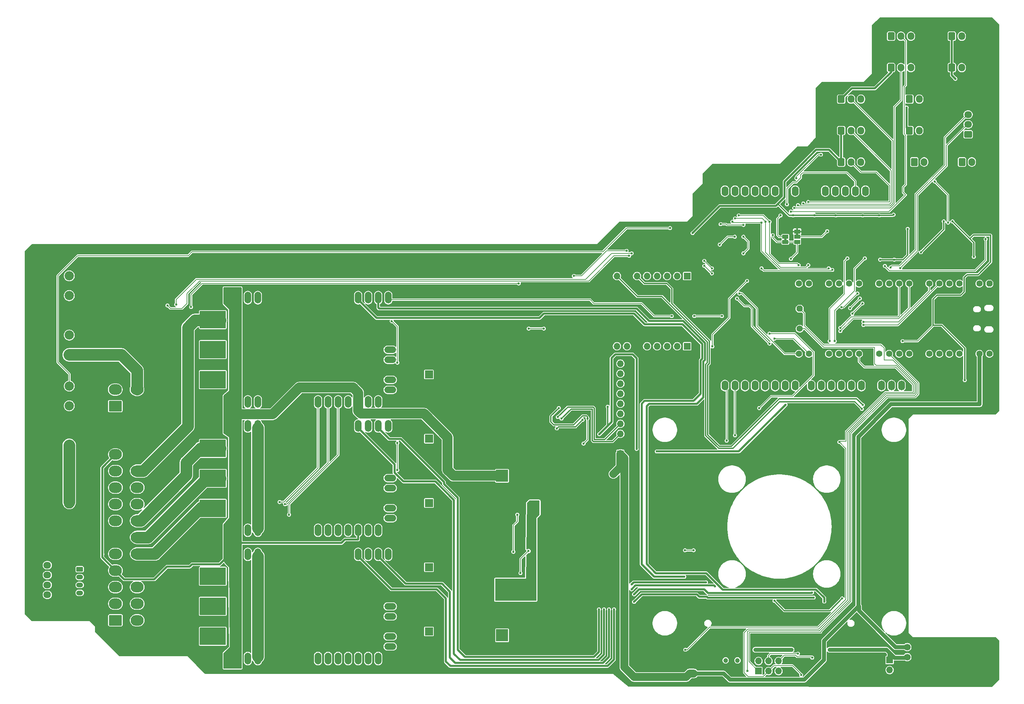
<source format=gbr>
%TF.GenerationSoftware,KiCad,Pcbnew,8.0.3+1*%
%TF.CreationDate,2024-07-23T19:13:49+00:00*%
%TF.ProjectId,OpenMowerMainboard,4f70656e-4d6f-4776-9572-4d61696e626f,rev?*%
%TF.SameCoordinates,Original*%
%TF.FileFunction,Copper,L2,Bot*%
%TF.FilePolarity,Positive*%
%FSLAX46Y46*%
G04 Gerber Fmt 4.6, Leading zero omitted, Abs format (unit mm)*
G04 Created by KiCad (PCBNEW 8.0.3+1) date 2024-07-23 19:13:49*
%MOMM*%
%LPD*%
G01*
G04 APERTURE LIST*
G04 Aperture macros list*
%AMRoundRect*
0 Rectangle with rounded corners*
0 $1 Rounding radius*
0 $2 $3 $4 $5 $6 $7 $8 $9 X,Y pos of 4 corners*
0 Add a 4 corners polygon primitive as box body*
4,1,4,$2,$3,$4,$5,$6,$7,$8,$9,$2,$3,0*
0 Add four circle primitives for the rounded corners*
1,1,$1+$1,$2,$3*
1,1,$1+$1,$4,$5*
1,1,$1+$1,$6,$7*
1,1,$1+$1,$8,$9*
0 Add four rect primitives between the rounded corners*
20,1,$1+$1,$2,$3,$4,$5,0*
20,1,$1+$1,$4,$5,$6,$7,0*
20,1,$1+$1,$6,$7,$8,$9,0*
20,1,$1+$1,$8,$9,$2,$3,0*%
%AMFreePoly0*
4,1,26,0.335306,0.780194,0.389950,0.741421,0.741421,0.389950,0.788777,0.314585,0.800000,0.248529,0.800000,-0.248529,0.780194,-0.335306,0.741421,-0.389950,0.389950,-0.741421,0.314585,-0.788777,0.248529,-0.800000,0.000000,-0.800000,-0.248529,-0.800000,-0.335306,-0.780194,-0.389950,-0.741421,-0.741421,-0.389950,-0.788777,-0.314585,-0.800000,-0.248529,-0.800000,0.248529,-0.780194,0.335306,
-0.741421,0.389950,-0.389950,0.741421,-0.314585,0.788777,-0.248529,0.800000,0.248529,0.800000,0.335306,0.780194,0.335306,0.780194,$1*%
G04 Aperture macros list end*
%TA.AperFunction,EtchedComponent*%
%ADD10C,0.000000*%
%TD*%
%TA.AperFunction,ComponentPad*%
%ADD11RoundRect,0.250001X1.399999X-1.099999X1.399999X1.099999X-1.399999X1.099999X-1.399999X-1.099999X0*%
%TD*%
%TA.AperFunction,ComponentPad*%
%ADD12O,3.300000X2.700000*%
%TD*%
%TA.AperFunction,ComponentPad*%
%ADD13RoundRect,0.250001X1.099999X1.399999X-1.099999X1.399999X-1.099999X-1.399999X1.099999X-1.399999X0*%
%TD*%
%TA.AperFunction,ComponentPad*%
%ADD14O,2.700000X3.300000*%
%TD*%
%TA.AperFunction,ComponentPad*%
%ADD15RoundRect,0.250000X-0.600000X-0.725000X0.600000X-0.725000X0.600000X0.725000X-0.600000X0.725000X0*%
%TD*%
%TA.AperFunction,ComponentPad*%
%ADD16O,1.700000X1.950000*%
%TD*%
%TA.AperFunction,ComponentPad*%
%ADD17RoundRect,0.249999X-0.625001X0.350001X-0.625001X-0.350001X0.625001X-0.350001X0.625001X0.350001X0*%
%TD*%
%TA.AperFunction,ComponentPad*%
%ADD18O,1.750000X1.200000*%
%TD*%
%TA.AperFunction,ComponentPad*%
%ADD19O,1.700000X3.000000*%
%TD*%
%TA.AperFunction,ComponentPad*%
%ADD20O,3.000000X1.700000*%
%TD*%
%TA.AperFunction,ComponentPad*%
%ADD21R,2.000000X2.000000*%
%TD*%
%TA.AperFunction,ComponentPad*%
%ADD22C,2.000000*%
%TD*%
%TA.AperFunction,ComponentPad*%
%ADD23C,2.350000*%
%TD*%
%TA.AperFunction,ComponentPad*%
%ADD24R,1.700000X1.700000*%
%TD*%
%TA.AperFunction,ComponentPad*%
%ADD25O,1.700000X1.700000*%
%TD*%
%TA.AperFunction,ComponentPad*%
%ADD26RoundRect,0.250000X0.725000X-0.600000X0.725000X0.600000X-0.725000X0.600000X-0.725000X-0.600000X0*%
%TD*%
%TA.AperFunction,ComponentPad*%
%ADD27O,1.950000X1.700000*%
%TD*%
%TA.AperFunction,ComponentPad*%
%ADD28R,3.048000X3.048000*%
%TD*%
%TA.AperFunction,ComponentPad*%
%ADD29RoundRect,0.250000X-0.600000X-0.750000X0.600000X-0.750000X0.600000X0.750000X-0.600000X0.750000X0*%
%TD*%
%TA.AperFunction,ComponentPad*%
%ADD30O,1.700000X2.000000*%
%TD*%
%TA.AperFunction,ComponentPad*%
%ADD31C,1.200000*%
%TD*%
%TA.AperFunction,ComponentPad*%
%ADD32FreePoly0,270.000000*%
%TD*%
%TA.AperFunction,ComponentPad*%
%ADD33C,1.600000*%
%TD*%
%TA.AperFunction,ComponentPad*%
%ADD34RoundRect,0.200000X-0.600000X0.600000X-0.600000X-0.600000X0.600000X-0.600000X0.600000X0.600000X0*%
%TD*%
%TA.AperFunction,ComponentPad*%
%ADD35C,1.700000*%
%TD*%
%TA.AperFunction,ComponentPad*%
%ADD36O,1.727200X2.500000*%
%TD*%
%TA.AperFunction,SMDPad,CuDef*%
%ADD37R,1.500000X1.000000*%
%TD*%
%TA.AperFunction,ViaPad*%
%ADD38C,0.600000*%
%TD*%
%TA.AperFunction,Conductor*%
%ADD39C,1.000000*%
%TD*%
%TA.AperFunction,Conductor*%
%ADD40C,0.300000*%
%TD*%
%TA.AperFunction,Conductor*%
%ADD41C,2.000000*%
%TD*%
%TA.AperFunction,Conductor*%
%ADD42C,0.500000*%
%TD*%
%TA.AperFunction,Conductor*%
%ADD43C,2.500000*%
%TD*%
%TA.AperFunction,Conductor*%
%ADD44C,0.200000*%
%TD*%
%TA.AperFunction,Conductor*%
%ADD45C,3.000000*%
%TD*%
G04 APERTURE END LIST*
D10*
%TA.AperFunction,EtchedComponent*%
%TO.C,JP3*%
G36*
X247490000Y-56093000D02*
G01*
X246890000Y-56093000D01*
X246890000Y-55593000D01*
X247490000Y-55593000D01*
X247490000Y-56093000D01*
G37*
%TD.AperFunction*%
%TA.AperFunction,EtchedComponent*%
%TO.C,JP2*%
G36*
X250490000Y-54793000D02*
G01*
X249890000Y-54793000D01*
X249890000Y-54293000D01*
X250490000Y-54293000D01*
X250490000Y-54793000D01*
G37*
%TD.AperFunction*%
%TD*%
D11*
%TO.P,J1,1,Pin_1*%
%TO.N,/ESCs/ML_HALL_U*%
X77596000Y-152333000D03*
D12*
%TO.P,J1,2,Pin_2*%
%TO.N,/ESCs/ML_HALL_V*%
X77596000Y-148133000D03*
%TO.P,J1,3,Pin_3*%
%TO.N,/ESCs/ML_HALL_W*%
X77596000Y-143933000D03*
%TO.P,J1,4,Pin_4*%
%TO.N,+5V*%
X77596000Y-139733000D03*
%TO.P,J1,5,Pin_5*%
%TO.N,unconnected-(J1-Pin_5-Pad5)*%
X77596000Y-135533000D03*
%TO.P,J1,6,Pin_6*%
%TO.N,GND*%
X77596000Y-131333000D03*
%TO.P,J1,7,Pin_7*%
%TO.N,/ESCs/MC_TEMP*%
X77596000Y-127133000D03*
%TO.P,J1,8,Pin_8*%
%TO.N,/ESCs/MR_HALL_U*%
X77596000Y-122933000D03*
%TO.P,J1,9,Pin_9*%
%TO.N,/ESCs/MR_HALL_V*%
X77596000Y-118733000D03*
%TO.P,J1,10,Pin_10*%
%TO.N,/ESCs/MR_HALL_W*%
X77596000Y-114533000D03*
%TO.P,J1,11,Pin_11*%
%TO.N,+5V*%
X77596000Y-110333000D03*
%TO.P,J1,12,Pin_12*%
%TO.N,/ESCs/ML_PHASE_W*%
X83096000Y-152333000D03*
%TO.P,J1,13,Pin_13*%
%TO.N,/ESCs/ML_PHASE_V*%
X83096000Y-148133000D03*
%TO.P,J1,14,Pin_14*%
%TO.N,/ESCs/ML_PHASE_U*%
X83096000Y-143933000D03*
%TO.P,J1,15,Pin_15*%
%TO.N,GND*%
X83096000Y-139733000D03*
%TO.P,J1,16,Pin_16*%
%TO.N,/ESCs/MC_PHASE_W*%
X83096000Y-135533000D03*
%TO.P,J1,17,Pin_17*%
%TO.N,/ESCs/MC_PHASE_V*%
X83096000Y-131333000D03*
%TO.P,J1,18,Pin_18*%
%TO.N,/ESCs/MC_PHASE_U*%
X83096000Y-127133000D03*
%TO.P,J1,19,Pin_19*%
%TO.N,/ESCs/MR_PHASE_W*%
X83096000Y-122933000D03*
%TO.P,J1,20,Pin_20*%
%TO.N,/ESCs/MR_PHASE_V*%
X83096000Y-118733000D03*
%TO.P,J1,21,Pin_21*%
%TO.N,/ESCs/MR_PHASE_U*%
X83096000Y-114533000D03*
%TO.P,J1,22,Pin_22*%
%TO.N,GND*%
X83096000Y-110333000D03*
%TD*%
D13*
%TO.P,J3,1,Pin_1*%
%TO.N,GND*%
X65900000Y-127869000D03*
D14*
%TO.P,J3,2,Pin_2*%
%TO.N,Net-(J3-Pin_2)*%
X65900000Y-122369000D03*
%TD*%
D15*
%TO.P,J13,1,Pin_1*%
%TO.N,+5V*%
X278590000Y-20328000D03*
D16*
%TO.P,J13,2,Pin_2*%
%TO.N,/RobotConnectors/HALL_SWITCH_3_5V*%
X281090000Y-20328000D03*
%TO.P,J13,3,Pin_3*%
%TO.N,GND*%
X283590000Y-20328000D03*
%TD*%
D15*
%TO.P,J14,1,Pin_1*%
%TO.N,+5V*%
X278590000Y-28295500D03*
D16*
%TO.P,J14,2,Pin_2*%
%TO.N,/RobotConnectors/HALL_SWITCH_4_5V*%
X281090000Y-28295500D03*
%TO.P,J14,3,Pin_3*%
%TO.N,GND*%
X283590000Y-28295500D03*
%TD*%
D15*
%TO.P,J5,1,Pin_1*%
%TO.N,+5V*%
X273965000Y-4393000D03*
D16*
%TO.P,J5,2,Pin_2*%
%TO.N,/RobotConnectors/USS_1_TRIGGER_5V*%
X276465000Y-4393000D03*
%TO.P,J5,3,Pin_3*%
%TO.N,/RobotConnectors/USS_1_ECHO_5V*%
X278965000Y-4393000D03*
%TO.P,J5,4,Pin_4*%
%TO.N,GND*%
X281465000Y-4393000D03*
%TD*%
D15*
%TO.P,J6,1,Pin_1*%
%TO.N,+5V*%
X273965000Y-12360500D03*
D16*
%TO.P,J6,2,Pin_2*%
%TO.N,/RobotConnectors/USS_2_TRIGGER_5V*%
X276465000Y-12360500D03*
%TO.P,J6,3,Pin_3*%
%TO.N,/RobotConnectors/USS_2_ECHO_5V*%
X278965000Y-12360500D03*
%TO.P,J6,4,Pin_4*%
%TO.N,GND*%
X281465000Y-12360500D03*
%TD*%
D15*
%TO.P,J7,1,Pin_1*%
%TO.N,+5V*%
X261340000Y-20328000D03*
D16*
%TO.P,J7,2,Pin_2*%
%TO.N,/RobotConnectors/USS_3_TRIGGER_5V*%
X263840000Y-20328000D03*
%TO.P,J7,3,Pin_3*%
%TO.N,/RobotConnectors/USS_3_ECHO_5V*%
X266340000Y-20328000D03*
%TO.P,J7,4,Pin_4*%
%TO.N,GND*%
X268840000Y-20328000D03*
%TD*%
D15*
%TO.P,J8,1,Pin_1*%
%TO.N,+5V*%
X261340000Y-28295500D03*
D16*
%TO.P,J8,2,Pin_2*%
%TO.N,/RobotConnectors/USS_4_TRIGGER_5V*%
X263840000Y-28295500D03*
%TO.P,J8,3,Pin_3*%
%TO.N,/RobotConnectors/USS_4_ECHO_5V*%
X266340000Y-28295500D03*
%TO.P,J8,4,Pin_4*%
%TO.N,GND*%
X268840000Y-28295500D03*
%TD*%
D15*
%TO.P,J9,1,Pin_1*%
%TO.N,+5V*%
X261340000Y-36263000D03*
D16*
%TO.P,J9,2,Pin_2*%
%TO.N,/RobotConnectors/USS_5_TRIGGER_5V*%
X263840000Y-36263000D03*
%TO.P,J9,3,Pin_3*%
%TO.N,/RobotConnectors/USS_5_ECHO_5V*%
X266340000Y-36263000D03*
%TO.P,J9,4,Pin_4*%
%TO.N,GND*%
X268840000Y-36263000D03*
%TD*%
D15*
%TO.P,J12,1,Pin_1*%
%TO.N,+5V*%
X289336000Y-12360500D03*
D16*
%TO.P,J12,2,Pin_2*%
%TO.N,/RobotConnectors/HALL_SWITCH_2_5V*%
X291836000Y-12360500D03*
%TO.P,J12,3,Pin_3*%
%TO.N,GND*%
X294336000Y-12360500D03*
%TD*%
D17*
%TO.P,J10,1,Pin_1*%
%TO.N,+5V*%
X68541000Y-139387000D03*
D18*
%TO.P,J10,2,Pin_2*%
%TO.N,/ESCs/MC_HALL_W*%
X68541000Y-141387000D03*
%TO.P,J10,3,Pin_3*%
%TO.N,/ESCs/MC_HALL_V*%
X68541000Y-143387000D03*
%TO.P,J10,4,Pin_4*%
%TO.N,/ESCs/MC_HALL_U*%
X68541000Y-145387000D03*
%TO.P,J10,5,Pin_5*%
%TO.N,GND*%
X68541000Y-147387000D03*
%TD*%
D15*
%TO.P,J11,1,Pin_1*%
%TO.N,+5V*%
X289336000Y-4393000D03*
D16*
%TO.P,J11,2,Pin_2*%
%TO.N,/RobotConnectors/HALL_SWITCH_1_5V*%
X291836000Y-4393000D03*
%TO.P,J11,3,Pin_3*%
%TO.N,GND*%
X294336000Y-4393000D03*
%TD*%
D19*
%TO.P,U5,1,CAN_L*%
%TO.N,unconnected-(U5-CAN_L-Pad1)*%
X144121000Y-129523000D03*
%TO.P,U5,2,CAN_H*%
%TO.N,unconnected-(U5-CAN_H-Pad2)*%
X141581000Y-129523000D03*
%TO.P,U5,3,TEMPERATURE*%
%TO.N,/ESCs/MC_TEMP*%
X136501000Y-129523000D03*
%TO.P,U5,4,HALL_U*%
%TO.N,/ESCs/MC_HALL_U*%
X133961000Y-129523000D03*
%TO.P,U5,5,HALL_V*%
%TO.N,/ESCs/MC_HALL_V*%
X131421000Y-129523000D03*
%TO.P,U5,5V,5V*%
%TO.N,+5V*%
X139041000Y-129523000D03*
X108561000Y-129523000D03*
X108561000Y-103123000D03*
X106021000Y-129523000D03*
X106021000Y-103123000D03*
%TO.P,U5,6,HALL_W*%
%TO.N,/ESCs/MC_HALL_W*%
X128881000Y-129523000D03*
D20*
%TO.P,U5,7,3V3_IN*%
%TO.N,unconnected-(U5-3V3_IN-Pad7)*%
X147161000Y-126483000D03*
%TO.P,U5,8,SWDCLK*%
%TO.N,unconnected-(U5-SWDCLK-Pad8)*%
X147161000Y-123943000D03*
%TO.P,U5,9,SWDIO*%
%TO.N,unconnected-(U5-SWDIO-Pad9)*%
X147161000Y-118863000D03*
%TO.P,U5,10,RESET*%
%TO.N,unconnected-(U5-RESET-Pad10)*%
X147161000Y-116323000D03*
D19*
%TO.P,U5,11,MISO*%
%TO.N,Net-(JP6-B)*%
X146661000Y-103123000D03*
%TO.P,U5,12,MOSI/TX*%
%TO.N,/ESCs/MC_TX*%
X144121000Y-103123000D03*
%TO.P,U5,13,SCK*%
%TO.N,unconnected-(U5-SCK-Pad13)*%
X141581000Y-103123000D03*
%TO.P,U5,14,NCS/RX*%
%TO.N,/ESCs/MC_RX*%
X139041000Y-103123000D03*
%TO.P,U5,GND,GND*%
%TO.N,GND*%
X146661000Y-129523000D03*
D20*
X147161000Y-121403000D03*
D19*
X136501000Y-103123000D03*
X126341000Y-129523000D03*
X103481000Y-129523000D03*
X103481000Y-103123000D03*
X100941000Y-129523000D03*
X100941000Y-103123000D03*
D20*
%TO.P,U5,U,U*%
%TO.N,/ESCs/MC_PHASE_U*%
X103981000Y-109973000D03*
X103981000Y-107433000D03*
X100441000Y-109973000D03*
X100441000Y-107433000D03*
%TO.P,U5,V,V*%
%TO.N,/ESCs/MC_PHASE_V*%
X103981000Y-117593000D03*
X103981000Y-115053000D03*
X100441000Y-117593000D03*
X100441000Y-115053000D03*
D19*
%TO.P,U5,VM,VIN*%
%TO.N,V_BATT*%
X113641000Y-129523000D03*
X113641000Y-103123000D03*
X111101000Y-129523000D03*
X111101000Y-103123000D03*
D20*
%TO.P,U5,W,W*%
%TO.N,/ESCs/MC_PHASE_W*%
X103981000Y-125213000D03*
X103981000Y-122673000D03*
X100441000Y-125213000D03*
X100441000Y-122673000D03*
%TD*%
D21*
%TO.P,C3,1*%
%TO.N,V_BATT*%
X156958400Y-106347995D03*
D22*
%TO.P,C3,2*%
%TO.N,GND*%
X151958400Y-106347995D03*
%TD*%
D23*
%TO.P,F4,1*%
%TO.N,Net-(J51-Pin_4)*%
X65900000Y-85100000D03*
X65900000Y-80100000D03*
%TO.P,F4,2*%
%TO.N,/RobotConnectors/V_BATTERY*%
X65900000Y-70100000D03*
X65900000Y-65100000D03*
%TD*%
D21*
%TO.P,C2,1*%
%TO.N,V_BATT*%
X156958400Y-155154980D03*
D22*
%TO.P,C2,2*%
%TO.N,GND*%
X151958400Y-155154980D03*
%TD*%
D19*
%TO.P,U4,1,CAN_L*%
%TO.N,unconnected-(U4-CAN_L-Pad1)*%
X144121000Y-162023000D03*
%TO.P,U4,2,CAN_H*%
%TO.N,unconnected-(U4-CAN_H-Pad2)*%
X141581000Y-162023000D03*
%TO.P,U4,3,TEMPERATURE*%
%TO.N,unconnected-(U4-TEMPERATURE-Pad3)*%
X136501000Y-162023000D03*
%TO.P,U4,4,HALL_U*%
%TO.N,/ESCs/ML_HALL_U*%
X133961000Y-162023000D03*
%TO.P,U4,5,HALL_V*%
%TO.N,/ESCs/ML_HALL_V*%
X131421000Y-162023000D03*
%TO.P,U4,5V,5V*%
%TO.N,+5V*%
X139041000Y-162023000D03*
X108561000Y-162023000D03*
X108561000Y-135623000D03*
X106021000Y-162023000D03*
X106021000Y-135623000D03*
%TO.P,U4,6,HALL_W*%
%TO.N,/ESCs/ML_HALL_W*%
X128881000Y-162023000D03*
D20*
%TO.P,U4,7,3V3_IN*%
%TO.N,unconnected-(U4-3V3_IN-Pad7)*%
X147161000Y-158983000D03*
%TO.P,U4,8,SWDCLK*%
%TO.N,unconnected-(U4-SWDCLK-Pad8)*%
X147161000Y-156443000D03*
%TO.P,U4,9,SWDIO*%
%TO.N,unconnected-(U4-SWDIO-Pad9)*%
X147161000Y-151363000D03*
%TO.P,U4,10,RESET*%
%TO.N,unconnected-(U4-RESET-Pad10)*%
X147161000Y-148823000D03*
D19*
%TO.P,U4,11,MISO*%
%TO.N,Net-(JP6-B)*%
X146661000Y-135623000D03*
%TO.P,U4,12,MOSI/TX*%
%TO.N,/ESCs/ML_TX*%
X144121000Y-135623000D03*
%TO.P,U4,13,SCK*%
%TO.N,unconnected-(U4-SCK-Pad13)*%
X141581000Y-135623000D03*
%TO.P,U4,14,NCS/RX*%
%TO.N,/ESCs/ML_RX*%
X139041000Y-135623000D03*
%TO.P,U4,GND,GND*%
%TO.N,GND*%
X146661000Y-162023000D03*
D20*
X147161000Y-153903000D03*
D19*
X136501000Y-135623000D03*
X126341000Y-162023000D03*
X103481000Y-162023000D03*
X103481000Y-135623000D03*
X100941000Y-162023000D03*
X100941000Y-135623000D03*
D20*
%TO.P,U4,U,U*%
%TO.N,/ESCs/ML_PHASE_U*%
X103981000Y-142473000D03*
X103981000Y-139933000D03*
X100441000Y-142473000D03*
X100441000Y-139933000D03*
%TO.P,U4,V,V*%
%TO.N,/ESCs/ML_PHASE_V*%
X103981000Y-150093000D03*
X103981000Y-147553000D03*
X100441000Y-150093000D03*
X100441000Y-147553000D03*
D19*
%TO.P,U4,VM,VIN*%
%TO.N,V_BATT*%
X113641000Y-162023000D03*
X113641000Y-135623000D03*
X111101000Y-162023000D03*
X111101000Y-135623000D03*
D20*
%TO.P,U4,W,W*%
%TO.N,/ESCs/ML_PHASE_W*%
X103981000Y-157713000D03*
X103981000Y-155173000D03*
X100441000Y-157713000D03*
X100441000Y-155173000D03*
%TD*%
D24*
%TO.P,J20,1,Pin_1*%
%TO.N,+5V*%
X205429200Y-110190800D03*
D25*
%TO.P,J20,2,Pin_2*%
%TO.N,GND*%
X205429200Y-107650800D03*
%TO.P,J20,3,Pin_3*%
%TO.N,/IMU/SCK*%
X205429200Y-105110800D03*
%TO.P,J20,4,Pin_4*%
%TO.N,/IMU/MOSI*%
X205429200Y-102570800D03*
%TO.P,J20,5,Pin_5*%
%TO.N,unconnected-(J20-Pin_5-Pad5)*%
X205429200Y-100030800D03*
%TO.P,J20,6,Pin_6*%
%TO.N,unconnected-(J20-Pin_6-Pad6)*%
X205429200Y-97490800D03*
%TO.P,J20,7,Pin_7*%
%TO.N,/IMU/MISO*%
X205429200Y-94950800D03*
%TO.P,J20,8,Pin_8*%
%TO.N,unconnected-(J20-Pin_8-Pad8)*%
X205429200Y-92410800D03*
%TO.P,J20,9,Pin_9*%
%TO.N,/IMU/~{CS}*%
X205429200Y-89870800D03*
%TO.P,J20,10,Pin_10*%
%TO.N,unconnected-(J20-Pin_10-Pad10)*%
X205429200Y-87330800D03*
%TD*%
D19*
%TO.P,U6,1,CAN_L*%
%TO.N,unconnected-(U6-CAN_L-Pad1)*%
X144121000Y-97023000D03*
%TO.P,U6,2,CAN_H*%
%TO.N,unconnected-(U6-CAN_H-Pad2)*%
X141581000Y-97023000D03*
%TO.P,U6,3,TEMPERATURE*%
%TO.N,unconnected-(U6-TEMPERATURE-Pad3)*%
X136501000Y-97023000D03*
%TO.P,U6,4,HALL_U*%
%TO.N,/ESCs/MR_HALL_U*%
X133961000Y-97023000D03*
%TO.P,U6,5,HALL_V*%
%TO.N,/ESCs/MR_HALL_V*%
X131421000Y-97023000D03*
%TO.P,U6,5V,5V*%
%TO.N,+5V*%
X139041000Y-97023000D03*
X108561000Y-97023000D03*
X108561000Y-70623000D03*
X106021000Y-97023000D03*
X106021000Y-70623000D03*
%TO.P,U6,6,HALL_W*%
%TO.N,/ESCs/MR_HALL_W*%
X128881000Y-97023000D03*
D20*
%TO.P,U6,7,3V3_IN*%
%TO.N,unconnected-(U6-3V3_IN-Pad7)*%
X147161000Y-93983000D03*
%TO.P,U6,8,SWDCLK*%
%TO.N,unconnected-(U6-SWDCLK-Pad8)*%
X147161000Y-91443000D03*
%TO.P,U6,9,SWDIO*%
%TO.N,unconnected-(U6-SWDIO-Pad9)*%
X147161000Y-86363000D03*
%TO.P,U6,10,RESET*%
%TO.N,unconnected-(U6-RESET-Pad10)*%
X147161000Y-83823000D03*
D19*
%TO.P,U6,11,MISO*%
%TO.N,Net-(JP6-B)*%
X146661000Y-70623000D03*
%TO.P,U6,12,MOSI/TX*%
%TO.N,/ESCs/MR_TX*%
X144121000Y-70623000D03*
%TO.P,U6,13,SCK*%
%TO.N,unconnected-(U6-SCK-Pad13)*%
X141581000Y-70623000D03*
%TO.P,U6,14,NCS/RX*%
%TO.N,/ESCs/MR_RX*%
X139041000Y-70623000D03*
%TO.P,U6,GND,GND*%
%TO.N,GND*%
X146661000Y-97023000D03*
D20*
X147161000Y-88903000D03*
D19*
X136501000Y-70623000D03*
X126341000Y-97023000D03*
X103481000Y-97023000D03*
X103481000Y-70623000D03*
X100941000Y-97023000D03*
X100941000Y-70623000D03*
D20*
%TO.P,U6,U,U*%
%TO.N,/ESCs/MR_PHASE_U*%
X103981000Y-77473000D03*
X103981000Y-74933000D03*
X100441000Y-77473000D03*
X100441000Y-74933000D03*
%TO.P,U6,V,V*%
%TO.N,/ESCs/MR_PHASE_V*%
X103981000Y-85093000D03*
X103981000Y-82553000D03*
X100441000Y-85093000D03*
X100441000Y-82553000D03*
D19*
%TO.P,U6,VM,VIN*%
%TO.N,V_BATT*%
X113641000Y-97023000D03*
X113641000Y-70623000D03*
X111101000Y-97023000D03*
X111101000Y-70623000D03*
D20*
%TO.P,U6,W,W*%
%TO.N,/ESCs/MR_PHASE_W*%
X103981000Y-92713000D03*
X103981000Y-90173000D03*
X100441000Y-92713000D03*
X100441000Y-90173000D03*
%TD*%
D23*
%TO.P,F2,1*%
%TO.N,/RobotConnectors/V_CHARGE*%
X65900000Y-93000000D03*
X65900000Y-98000000D03*
%TO.P,F2,2*%
%TO.N,Net-(J3-Pin_2)*%
X65900000Y-108000000D03*
X65900000Y-113000000D03*
%TD*%
D21*
%TO.P,C6,1*%
%TO.N,V_BATT*%
X156958400Y-138885985D03*
D22*
%TO.P,C6,2*%
%TO.N,GND*%
X151958400Y-138885985D03*
%TD*%
D26*
%TO.P,J4,1,Pin_1*%
%TO.N,GND*%
X60346000Y-148383000D03*
D27*
%TO.P,J4,2,Pin_2*%
%TO.N,/ESCs/MC_HALL_U*%
X60346000Y-145883000D03*
%TO.P,J4,3,Pin_3*%
%TO.N,/ESCs/MC_HALL_V*%
X60346000Y-143383000D03*
%TO.P,J4,4,Pin_4*%
%TO.N,/ESCs/MC_HALL_W*%
X60346000Y-140883000D03*
%TO.P,J4,5,Pin_5*%
%TO.N,+5V*%
X60346000Y-138383000D03*
%TD*%
D28*
%TO.P,U1,1,IN-*%
%TO.N,GND*%
X193870000Y-156133000D03*
%TO.P,U1,2,IN+*%
%TO.N,V_BATT*%
X175470000Y-156133000D03*
%TO.P,U1,3,OUT+*%
%TO.N,+5V*%
X175470000Y-115733000D03*
%TO.P,U1,4,OUT-*%
%TO.N,GND*%
X193870000Y-115733000D03*
%TD*%
D21*
%TO.P,C7,1*%
%TO.N,V_BATT*%
X156958400Y-122616990D03*
D22*
%TO.P,C7,2*%
%TO.N,GND*%
X151958400Y-122616990D03*
%TD*%
D21*
%TO.P,C8,1*%
%TO.N,V_BATT*%
X156958400Y-90079000D03*
D22*
%TO.P,C8,2*%
%TO.N,GND*%
X151958400Y-90079000D03*
%TD*%
D29*
%TO.P,J18,1,Pin_1*%
%TO.N,/RobotConnectors/SPEAKER_PLUS*%
X291910000Y-36263000D03*
D30*
%TO.P,J18,2,Pin_2*%
%TO.N,/RobotConnectors/SPEAKER_MINUS*%
X294410000Y-36263000D03*
%TD*%
D29*
%TO.P,J17,1,Pin_1*%
%TO.N,+3V3*%
X279840000Y-36263000D03*
D30*
%TO.P,J17,2,Pin_2*%
%TO.N,/RobotConnectors/RAIN-*%
X282340000Y-36263000D03*
%TD*%
D26*
%TO.P,J19,1,Pin_1*%
%TO.N,+5V*%
X293460000Y-29245500D03*
D27*
%TO.P,J19,2,Pin_2*%
%TO.N,/RobotConnectors/LED_RX*%
X293460000Y-26745500D03*
%TO.P,J19,3,Pin_3*%
%TO.N,/RobotConnectors/LED_TX*%
X293460000Y-24245500D03*
%TO.P,J19,4,Pin_4*%
%TO.N,GND*%
X293460000Y-21745500D03*
%TD*%
D31*
%TO.P,SW1,*%
%TO.N,*%
X232090000Y-162490500D03*
X235090000Y-162490500D03*
%TD*%
D32*
%TO.P,U11,1,GPIO0*%
%TO.N,/RaspberryPi/UART0_RXD*%
X298856544Y-67065104D03*
D33*
%TO.P,U11,2,GPIO1*%
%TO.N,/RaspberryPi/UART0_TXD*%
X296316544Y-67065104D03*
D34*
%TO.P,U11,3,GND*%
%TO.N,GND*%
X293776544Y-67065104D03*
D33*
%TO.P,U11,4,GPIO2*%
%TO.N,/RobotConnectors/HALL_SWITCH_4*%
X291236544Y-67065104D03*
%TO.P,U11,5,GPIO3*%
%TO.N,/RobotConnectors/HALL_SWITCH_3*%
X288696544Y-67065104D03*
%TO.P,U11,6,GPIO4*%
%TO.N,/IMU/MISO*%
X286156544Y-67065104D03*
%TO.P,U11,7,GPIO5*%
%TO.N,/IMU/~{CS}*%
X283616544Y-67065104D03*
D34*
%TO.P,U11,8,GND*%
%TO.N,GND*%
X281076544Y-67065104D03*
D33*
%TO.P,U11,9,GPIO6*%
%TO.N,/IMU/SCK*%
X278536544Y-67065104D03*
%TO.P,U11,10,GPIO7*%
%TO.N,/IMU/MOSI*%
X275996544Y-67065104D03*
%TO.P,U11,11,GPIO8*%
%TO.N,/RobotConnectors/LED_RX*%
X273456544Y-67065104D03*
%TO.P,U11,12,GPIO9*%
%TO.N,/RobotConnectors/LED_TX*%
X270916544Y-67065104D03*
D34*
%TO.P,U11,13,GND*%
%TO.N,GND*%
X268376544Y-67065104D03*
D33*
%TO.P,U11,14,GPIO10*%
%TO.N,Net-(U11-GPIO10)*%
X265836544Y-67065104D03*
%TO.P,U11,15,GPIO11*%
%TO.N,/pico/MUX_INPUT*%
X263296544Y-67065104D03*
%TO.P,U11,16,GPIO12*%
%TO.N,/pico/MUX_OUTPUT*%
X260756544Y-67065104D03*
%TO.P,U11,17,GPIO13*%
%TO.N,/pico/MUX_ADDRESS_0*%
X258216544Y-67065104D03*
D34*
%TO.P,U11,18,GND*%
%TO.N,GND*%
X255676544Y-67065104D03*
D33*
%TO.P,U11,19,GPIO14*%
%TO.N,/pico/MUX_ADDRESS_1*%
X253136544Y-67065104D03*
%TO.P,U11,20,GPIO15*%
%TO.N,/pico/MUX_ADDRESS_2*%
X250596544Y-67065104D03*
%TO.P,U11,21,GPIO16*%
%TO.N,/pico/SOUND_TX*%
X250596544Y-84845104D03*
%TO.P,U11,22,GPIO17*%
%TO.N,/pico/SOUND_RX*%
X253136544Y-84845104D03*
D34*
%TO.P,U11,23,GND*%
%TO.N,GND*%
X255676544Y-84845104D03*
D33*
%TO.P,U11,24,GPIO18*%
%TO.N,/RobotConnectors/HALL_SWITCH_1*%
X258216544Y-84845104D03*
%TO.P,U11,25,GPIO19*%
%TO.N,/RobotConnectors/HALL_SWITCH_2*%
X260756544Y-84845104D03*
%TO.P,U11,26,GPIO20*%
%TO.N,/ESCs/ESC_SHUTDOWN*%
X263296544Y-84845104D03*
%TO.P,U11,27,GPIO21*%
%TO.N,/RaspberryPi/POWER_EN*%
X265836544Y-84845104D03*
D34*
%TO.P,U11,28,GND*%
%TO.N,GND*%
X268376544Y-84845104D03*
D33*
%TO.P,U11,29,GPIO22*%
%TO.N,/RobotConnectors/ENABLE_CHARGE*%
X270916544Y-84845104D03*
%TO.P,U11,30,RUN*%
%TO.N,/RaspberryPi/PICO_RESET*%
X273456544Y-84845104D03*
%TO.P,U11,31,GPIO26_ADC0*%
%TO.N,/pico/V_CHARGE*%
X275996544Y-84845104D03*
%TO.P,U11,32,GPIO27_ADC1*%
%TO.N,/pico/V_IN*%
X278536544Y-84845104D03*
D34*
%TO.P,U11,33,AGND*%
%TO.N,GND*%
X281076544Y-84845104D03*
D33*
%TO.P,U11,34,GPIO28_ADC2*%
%TO.N,/CHARGE_CURRENT*%
X283616544Y-84845104D03*
%TO.P,U11,35,ADC_VREF*%
%TO.N,unconnected-(U11-ADC_VREF-Pad35)_0*%
X286156544Y-84845104D03*
%TO.P,U11,36,3V3*%
%TO.N,Net-(U11-3V3)*%
X288696544Y-84845104D03*
%TO.P,U11,37,3V3_EN*%
%TO.N,unconnected-(U11-3V3_EN-Pad37)_0*%
X291236544Y-84845104D03*
D34*
%TO.P,U11,38,GND*%
%TO.N,GND*%
X293776544Y-84845104D03*
D33*
%TO.P,U11,39,VSYS*%
%TO.N,+5V*%
X296316544Y-84845104D03*
%TO.P,U11,40,VBUS*%
%TO.N,unconnected-(U11-VBUS-Pad40)_0*%
X298856544Y-84845104D03*
D32*
%TO.P,U11,41,SWCLK*%
%TO.N,/RaspberryPi/PICO_SWCLK*%
X250826544Y-73415104D03*
D34*
%TO.P,U11,42,SWGND*%
%TO.N,GND*%
X250826544Y-75955104D03*
D33*
%TO.P,U11,43,SWDIO*%
%TO.N,/RaspberryPi/PICO_SWDIO*%
X250826544Y-78495104D03*
%TD*%
D35*
%TO.P,SW2,1,1*%
%TO.N,/RaspberryPi/RASPI_POWER*%
X278069200Y-161663400D03*
%TO.P,SW2,2,2*%
%TO.N,+5V*%
X278069200Y-159123400D03*
%TD*%
D24*
%TO.P,J23,1,Pin_1*%
%TO.N,/pico/SOUND_BUSY*%
X222345000Y-82926000D03*
D25*
%TO.P,J23,2,Pin_2*%
%TO.N,unconnected-(J23-Pin_2-Pad2)*%
X219805000Y-82926000D03*
%TO.P,J23,3,Pin_3*%
%TO.N,unconnected-(J23-Pin_3-Pad3)*%
X217265000Y-82926000D03*
%TO.P,J23,4,Pin_4*%
%TO.N,unconnected-(J23-Pin_4-Pad4)*%
X214725000Y-82926000D03*
%TO.P,J23,5,Pin_5*%
%TO.N,unconnected-(J23-Pin_5-Pad5)*%
X212185000Y-82926000D03*
%TO.P,J23,6,Pin_6*%
%TO.N,GND*%
X209645000Y-82926000D03*
%TO.P,J23,7,Pin_7*%
%TO.N,unconnected-(J23-Pin_7-Pad7)*%
X207105000Y-82926000D03*
%TO.P,J23,8,Pin_8*%
%TO.N,unconnected-(J23-Pin_8-Pad8)*%
X204565000Y-82926000D03*
%TD*%
D24*
%TO.P,J16,1,Pin_1*%
%TO.N,Net-(J16-Pin_1)*%
X222345000Y-65146000D03*
D25*
%TO.P,J16,2,Pin_2*%
%TO.N,Net-(J16-Pin_2)*%
X219805000Y-65146000D03*
%TO.P,J16,3,Pin_3*%
%TO.N,Net-(J16-Pin_3)*%
X217265000Y-65146000D03*
%TO.P,J16,4,Pin_4*%
%TO.N,unconnected-(J16-Pin_4-Pad4)*%
X214725000Y-65146000D03*
%TO.P,J16,5,Pin_5*%
%TO.N,unconnected-(J16-Pin_5-Pad5)*%
X212185000Y-65146000D03*
%TO.P,J16,6,Pin_6*%
%TO.N,/RobotConnectors/SPEAKER_PLUS*%
X209645000Y-65146000D03*
%TO.P,J16,7,Pin_7*%
%TO.N,GND*%
X207105000Y-65146000D03*
%TO.P,J16,8,Pin_8*%
%TO.N,/RobotConnectors/SPEAKER_MINUS*%
X204565000Y-65146000D03*
%TD*%
D24*
%TO.P,J22,1,Pin_1*%
%TO.N,/RaspberryPi/PICO_RESET*%
X240390000Y-165193000D03*
D25*
%TO.P,J22,2,Pin_2*%
%TO.N,Net-(J21-GPIO23)*%
X240390000Y-162653000D03*
%TO.P,J22,3,Pin_3*%
%TO.N,/RaspberryPi/PICO_SWDIO*%
X242930000Y-165193000D03*
%TO.P,J22,4,Pin_4*%
%TO.N,Net-(J21-GPIO24)*%
X242930000Y-162653000D03*
%TO.P,J22,5,Pin_5*%
%TO.N,/RaspberryPi/PICO_SWCLK*%
X245470000Y-165193000D03*
%TO.P,J22,6,Pin_6*%
%TO.N,Net-(J21-GPIO25)*%
X245470000Y-162653000D03*
%TO.P,J22,7,Pin_7*%
%TO.N,GND*%
X248010000Y-165193000D03*
%TO.P,J22,8,Pin_8*%
X248010000Y-162653000D03*
%TD*%
D36*
%TO.P,XA1,*%
%TO.N,*%
X267450000Y-43633000D03*
%TO.P,XA1,3V3,3.3V*%
%TO.N,unconnected-(XA1-3.3V-Pad3V3)*%
X259830000Y-43633000D03*
%TO.P,XA1,5V1,5V*%
%TO.N,+5V*%
X257290000Y-43633000D03*
%TO.P,XA1,A0,A0*%
%TO.N,unconnected-(XA1-PadA0)*%
X244590000Y-43633000D03*
%TO.P,XA1,A1,A1*%
%TO.N,unconnected-(XA1-PadA1)*%
X242050000Y-43633000D03*
%TO.P,XA1,A2,A2*%
%TO.N,unconnected-(XA1-PadA2)*%
X239510000Y-43633000D03*
%TO.P,XA1,A3,A3*%
%TO.N,unconnected-(XA1-PadA3)*%
X236970000Y-43633000D03*
%TO.P,XA1,A4,A4*%
%TO.N,unconnected-(XA1-PadA4)*%
X234430000Y-43633000D03*
%TO.P,XA1,A5,A5*%
%TO.N,unconnected-(XA1-PadA5)*%
X231890000Y-43633000D03*
%TO.P,XA1,AREF,AREF*%
%TO.N,unconnected-(XA1-PadAREF)*%
X271514000Y-92893000D03*
%TO.P,XA1,D0,D0_RX0*%
%TO.N,/GPS/TXD*%
X231890000Y-92893000D03*
%TO.P,XA1,D1,D1_TX0*%
%TO.N,/GPS/RXD*%
X234430000Y-92893000D03*
%TO.P,XA1,D2,D2_INT0*%
%TO.N,unconnected-(XA1-D2_INT0-PadD2)*%
X236970000Y-92893000D03*
%TO.P,XA1,D3,D3_INT1*%
%TO.N,unconnected-(XA1-D3_INT1-PadD3)*%
X239510000Y-92893000D03*
%TO.P,XA1,D4,D4*%
%TO.N,unconnected-(XA1-PadD4)*%
X242050000Y-92893000D03*
%TO.P,XA1,D5,D5*%
%TO.N,unconnected-(XA1-PadD5)*%
X244590000Y-92893000D03*
%TO.P,XA1,D6,D6*%
%TO.N,unconnected-(XA1-PadD6)*%
X247130000Y-92893000D03*
%TO.P,XA1,D7,D7*%
%TO.N,unconnected-(XA1-PadD7)*%
X249670000Y-92893000D03*
%TO.P,XA1,D8,D8*%
%TO.N,unconnected-(XA1-PadD8)*%
X253734000Y-92893000D03*
%TO.P,XA1,D9,D9*%
%TO.N,unconnected-(XA1-PadD9)*%
X256274000Y-92893000D03*
%TO.P,XA1,D10,D10_CS*%
%TO.N,unconnected-(XA1-D10_CS-PadD10)*%
X258814000Y-92893000D03*
%TO.P,XA1,D11,D11*%
%TO.N,unconnected-(XA1-PadD11)*%
X261354000Y-92893000D03*
%TO.P,XA1,D12,D12*%
%TO.N,unconnected-(XA1-PadD12)*%
X263894000Y-92893000D03*
%TO.P,XA1,D13,D13*%
%TO.N,unconnected-(XA1-PadD13)*%
X266434000Y-92893000D03*
%TO.P,XA1,GND1,GND*%
%TO.N,GND*%
X268974000Y-92893000D03*
%TO.P,XA1,GND2,GND*%
X254750000Y-43633000D03*
%TO.P,XA1,GND3,GND*%
X252210000Y-43633000D03*
%TO.P,XA1,IORF,IOREF*%
%TO.N,+3V3*%
X264910000Y-43633000D03*
%TO.P,XA1,RST1,RESET*%
%TO.N,unconnected-(XA1-RESET-PadRST1)*%
X262370000Y-43633000D03*
%TO.P,XA1,SCL,SCL*%
%TO.N,unconnected-(XA1-PadSCL)*%
X276594000Y-92893000D03*
%TO.P,XA1,SDA,SDA*%
%TO.N,unconnected-(XA1-PadSDA)*%
X274054000Y-92893000D03*
%TO.P,XA1,VIN,VIN*%
%TO.N,unconnected-(XA1-PadVIN)*%
X249670000Y-43633000D03*
%TD*%
D11*
%TO.P,J51,1,Pin_1*%
%TO.N,unconnected-(J51-Pin_1-Pad1)*%
X77546000Y-98100000D03*
D12*
%TO.P,J51,2,Pin_2*%
%TO.N,unconnected-(J51-Pin_2-Pad2)*%
X77546000Y-93900000D03*
%TO.P,J51,3,Pin_3*%
%TO.N,GND*%
X83046000Y-98100000D03*
%TO.P,J51,4,Pin_4*%
%TO.N,Net-(J51-Pin_4)*%
X83046000Y-93900000D03*
%TD*%
D37*
%TO.P,JP3,1,A*%
%TO.N,+3V3*%
X247190000Y-56493000D03*
%TO.P,JP3,2,C*%
%TO.N,Net-(IC1-2DIR)*%
X247190000Y-55193000D03*
%TO.P,JP3,3,B*%
%TO.N,GND*%
X247190000Y-53893000D03*
%TD*%
D24*
%TO.P,M1,1,+*%
%TO.N,/RaspberryPi/RASPI_POWER*%
X273590000Y-162393000D03*
D25*
%TO.P,M1,2,-*%
%TO.N,Net-(D1-A)*%
X273590000Y-164933000D03*
%TD*%
D37*
%TO.P,JP2,1,A*%
%TO.N,GND*%
X250190000Y-53893000D03*
%TO.P,JP2,2,C*%
%TO.N,Net-(IC1-1DIR)*%
X250190000Y-55193000D03*
%TO.P,JP2,3,B*%
%TO.N,+3V3*%
X250190000Y-56493000D03*
%TD*%
D38*
%TO.N,GND*%
X187346000Y-160583000D03*
X96510000Y-57498000D03*
X193346000Y-109583000D03*
X147945000Y-57498000D03*
X179596000Y-101583000D03*
X55075000Y-68442090D03*
X277430622Y-77805800D03*
X110946000Y-89983000D03*
X102146000Y-119783000D03*
X253355000Y-33368000D03*
X246185123Y-76943967D03*
X277590000Y-117393000D03*
X118146000Y-155783000D03*
X118335000Y-165448000D03*
X63346000Y-152183000D03*
X200346000Y-98583000D03*
X178149600Y-97685800D03*
X185946000Y-79983000D03*
X231739600Y-125138200D03*
X188346000Y-126583000D03*
X220224000Y-121395000D03*
X178185000Y-165448000D03*
X240790000Y-152993000D03*
X177346000Y-129583000D03*
X199380000Y-57498000D03*
X72220000Y-110838000D03*
X224224000Y-121395000D03*
X104946000Y-79183000D03*
X269190000Y-141393000D03*
X189346000Y-109583000D03*
X111146000Y-116383000D03*
X226685000Y-41623000D03*
X216590000Y-79393000D03*
X136515000Y-57498000D03*
X188695500Y-108583000D03*
X123025000Y-165448000D03*
X292590000Y-99393000D03*
X233390000Y-45993000D03*
X201265000Y-139192000D03*
X210810000Y-51783000D03*
X91346000Y-135783000D03*
X130800000Y-57498000D03*
X176265000Y-71810000D03*
X277590000Y-42893000D03*
X94346000Y-144583000D03*
X182265000Y-90810000D03*
X263790000Y-24793000D03*
X193346000Y-107583000D03*
X191546000Y-140783000D03*
X288190000Y-71593000D03*
X282590000Y-99393000D03*
X151546000Y-151383000D03*
X127346000Y-70583000D03*
X127346000Y-125583000D03*
X173546000Y-74583000D03*
X173265000Y-110810000D03*
X180346000Y-123583000D03*
X276990000Y-37793000D03*
X163185000Y-165448000D03*
X60790000Y-132428000D03*
X244390000Y-58793000D03*
X214112000Y-162019000D03*
X187346000Y-156583000D03*
X277590000Y-157393000D03*
X172409500Y-109810000D03*
X144946000Y-107663000D03*
X72982000Y-155161000D03*
X277590000Y-393000D03*
X226685000Y-39718000D03*
X86946000Y-156783000D03*
X300590000Y-49393000D03*
X188185000Y-165448000D03*
X269587832Y-168591418D03*
X127346000Y-90583000D03*
X231552411Y-152830589D03*
X251390000Y-60793000D03*
X113655000Y-57498000D03*
X197265000Y-140810000D03*
X176346000Y-109583000D03*
X300590000Y-24393000D03*
X300590000Y-89393000D03*
X118746000Y-75783000D03*
X100159861Y-87796861D03*
X175647000Y-87810000D03*
X222748000Y-126713000D03*
X188346000Y-130583000D03*
X219587832Y-168591418D03*
X224145000Y-44798000D03*
X184346000Y-159583000D03*
X199969911Y-76159089D03*
X294587832Y-168591418D03*
X177265000Y-87810000D03*
X186346000Y-131583000D03*
X187346000Y-112583000D03*
X186346000Y-125583000D03*
X175647000Y-89810000D03*
X77554000Y-159733000D03*
X172546000Y-72183000D03*
X79365000Y-57498000D03*
X184096000Y-103583000D03*
X222790000Y-152993000D03*
X245190000Y-48793000D03*
X122346000Y-155583000D03*
X188346000Y-125583000D03*
X297590000Y-32393000D03*
X187346000Y-131583000D03*
X300590000Y-74393000D03*
X55075000Y-108613000D03*
X127346000Y-155583000D03*
X176531600Y-93685800D03*
X188346000Y-127583000D03*
X175346000Y-106583000D03*
X214587832Y-168591418D03*
X153250000Y-111669000D03*
X254587832Y-168591418D03*
X55075000Y-83442090D03*
X127346000Y-85583000D03*
X249587832Y-168591418D03*
X152488000Y-161199000D03*
X190240000Y-86015000D03*
X300590000Y-59393000D03*
X107940000Y-57498000D03*
X124146000Y-135583000D03*
X198265000Y-139810000D03*
X130146000Y-140383000D03*
X277590000Y-99393000D03*
X234790000Y-75193000D03*
X235590000Y-148591003D03*
X229790000Y-43193000D03*
X191346000Y-109583000D03*
X153758000Y-106335000D03*
X225690000Y-137993000D03*
X102746000Y-79183000D03*
X140546000Y-150983000D03*
X191546000Y-139783000D03*
X72000000Y-94000000D03*
X137346000Y-150583000D03*
X189986000Y-82713000D03*
X77000000Y-89000000D03*
X152346000Y-85583000D03*
X55075000Y-98613000D03*
X220990000Y-137593000D03*
X204946000Y-75583000D03*
X269865000Y-12010000D03*
X132346000Y-90583000D03*
X272465000Y-18010000D03*
X183346000Y-160583000D03*
X227726400Y-164711400D03*
X55075000Y-78442090D03*
X177531600Y-98685800D03*
X188546000Y-140783000D03*
X214990000Y-147393000D03*
X232999500Y-96193000D03*
X189546000Y-140783000D03*
X254650400Y-158615400D03*
X214112000Y-163162000D03*
X218224000Y-121395000D03*
X55075000Y-73442090D03*
X300590000Y-14393000D03*
X189346000Y-111583000D03*
X72000000Y-69000000D03*
X179346000Y-79583000D03*
X290190000Y-41793000D03*
X193796000Y-77379000D03*
X295790000Y-82793000D03*
X137346000Y-90583000D03*
X176531600Y-97685800D03*
X132346000Y-150583000D03*
X100146000Y-79583000D03*
X184346000Y-155583000D03*
X127346000Y-150583000D03*
X88346000Y-139983000D03*
X176346000Y-111583000D03*
X300590000Y-84393000D03*
X179346000Y-124583000D03*
X277590000Y-142393000D03*
X300590000Y-34393000D03*
X122346000Y-110583000D03*
X90546000Y-160983000D03*
X241290000Y-83093000D03*
X233035000Y-37813000D03*
X113335000Y-165448000D03*
X185346000Y-108583000D03*
X158265000Y-162810000D03*
X247990000Y-41593000D03*
X261390000Y-145593000D03*
X215946000Y-93383000D03*
X55075000Y-133613000D03*
X277590000Y-147393000D03*
X218684000Y-130370600D03*
X230390000Y-68928000D03*
X187346000Y-122583000D03*
X132346000Y-125583000D03*
X178346000Y-139583000D03*
X188546000Y-139783000D03*
X58546000Y-57498000D03*
X228190000Y-87993000D03*
X75014000Y-157193000D03*
X277590000Y-122393000D03*
X55075000Y-118613000D03*
X300590000Y-99393000D03*
X175265000Y-83810000D03*
X233590000Y-165393000D03*
X241325500Y-86597011D03*
X205730000Y-167099000D03*
X194346000Y-93583000D03*
X80475000Y-161003000D03*
X122346000Y-115583000D03*
X194346000Y-112583000D03*
X190346000Y-112583000D03*
X184095500Y-102583000D03*
X256165000Y-31510000D03*
X300590000Y-39393000D03*
X250990000Y-152993000D03*
X66505000Y-133063000D03*
X229587832Y-168591418D03*
X178149600Y-93685800D03*
X173409500Y-105374800D03*
X67935000Y-57498000D03*
X81946000Y-155983000D03*
X191346000Y-111583000D03*
X192346000Y-110583000D03*
X185346000Y-110583000D03*
X111346000Y-122383000D03*
X111346000Y-110183000D03*
X152346000Y-133083000D03*
X177265000Y-85810000D03*
X233390000Y-99193000D03*
X189546000Y-139783000D03*
X197346000Y-89583000D03*
X248275000Y-35273000D03*
X287510000Y-60113000D03*
X239587832Y-168591418D03*
X202265000Y-139810000D03*
X148025000Y-165448000D03*
X176520000Y-57498000D03*
X108335000Y-165448000D03*
X229820814Y-44993000D03*
X186346000Y-111583000D03*
X116546000Y-148783000D03*
X217790000Y-147993000D03*
X287590000Y-393000D03*
X102225000Y-57498000D03*
X177531600Y-96685800D03*
X55075000Y-147033000D03*
X176265000Y-74810000D03*
X192346000Y-106583000D03*
X273765000Y-393000D03*
X277590000Y-107393000D03*
X150710000Y-77125000D03*
X190346000Y-108583000D03*
X269865000Y-2610000D03*
X193265000Y-80810000D03*
X253390000Y-53193000D03*
X150964000Y-128941000D03*
X223224000Y-122395000D03*
X143025000Y-165448000D03*
X153199200Y-87488200D03*
X179346000Y-123583000D03*
X187950000Y-57498000D03*
X120346000Y-85783000D03*
X132346000Y-75583000D03*
X198185000Y-165448000D03*
X55075000Y-123613000D03*
X111146000Y-77783000D03*
X90000000Y-113000000D03*
X137346000Y-85583000D03*
X190346000Y-106583000D03*
X188636734Y-98873734D03*
X187546000Y-139783000D03*
X69946000Y-152183000D03*
X251790000Y-102793000D03*
X113146000Y-80583000D03*
X186546000Y-139783000D03*
X55075000Y-88613000D03*
X188265000Y-81810000D03*
X179830977Y-90803841D03*
X179846000Y-106083000D03*
X62220000Y-57498000D03*
X194346000Y-108583000D03*
X73650000Y-57498000D03*
X282590000Y-393000D03*
X182235000Y-57498000D03*
X300590000Y-19393000D03*
X191346000Y-107583000D03*
X179596000Y-103583000D03*
X269190000Y-146993000D03*
X185346000Y-156583000D03*
X280533235Y-73536235D03*
X188346000Y-123583000D03*
X224224000Y-123013000D03*
X178746000Y-72383000D03*
X133025000Y-165448000D03*
X175647000Y-85810000D03*
X176265000Y-76810000D03*
X277590000Y-137393000D03*
X269390000Y-117593000D03*
X85146000Y-160983000D03*
X99946000Y-80583000D03*
X178149600Y-95685800D03*
X71585000Y-130523000D03*
X194265000Y-79810000D03*
X59045000Y-152113000D03*
X192346000Y-108583000D03*
X97746000Y-135383000D03*
X186346000Y-157583000D03*
X142946000Y-112983000D03*
X183346000Y-158583000D03*
X102746000Y-87583000D03*
X192265000Y-80192000D03*
X222224000Y-123013000D03*
X228590000Y-37813000D03*
X191546000Y-138783000D03*
X177531600Y-94685800D03*
X188346000Y-128583000D03*
X186346000Y-99833000D03*
X232546000Y-70183000D03*
X192346000Y-112583000D03*
X219224000Y-122395000D03*
X194346000Y-110583000D03*
X185346000Y-154583000D03*
X176265000Y-86810000D03*
X300590000Y-2993000D03*
X269390000Y-131993000D03*
X152346000Y-103083000D03*
X250790000Y-147993000D03*
X244587832Y-168591418D03*
X274587832Y-168591418D03*
X250790000Y-158393000D03*
X124546000Y-70583000D03*
X190346000Y-110583000D03*
X175346000Y-108583000D03*
X186546000Y-138783000D03*
X96746000Y-152183000D03*
X235990000Y-97793000D03*
X292590000Y-393000D03*
X72220000Y-122268000D03*
X186546000Y-137783000D03*
X188346000Y-124583000D03*
X127146000Y-137383000D03*
X190546000Y-138783000D03*
X189265000Y-80810000D03*
X172409500Y-105810000D03*
X193185000Y-165448000D03*
X229098000Y-163289000D03*
X256590000Y-104193000D03*
X216990000Y-158393000D03*
X177265000Y-89810000D03*
X252790000Y-56993000D03*
X211191000Y-164686000D03*
X185346000Y-137483000D03*
X99000000Y-72000000D03*
X187346000Y-124583000D03*
X237480000Y-37813000D03*
X117346000Y-126383000D03*
X287336000Y-13993000D03*
X277590000Y-127393000D03*
X176265000Y-84810000D03*
X186346000Y-123583000D03*
X187346000Y-158583000D03*
X152346000Y-135583000D03*
X80546000Y-112383000D03*
X187346000Y-110583000D03*
X55075000Y-63442090D03*
X111546000Y-148983000D03*
X250180000Y-33368000D03*
X189846000Y-92583000D03*
X215382000Y-161765000D03*
X140346000Y-154383000D03*
X55075000Y-93613000D03*
X208146000Y-86183000D03*
X224145000Y-49878000D03*
X297390000Y-45793000D03*
X124546000Y-100783000D03*
X174546000Y-72183000D03*
X86000000Y-88000000D03*
X259390000Y-59193000D03*
X191265000Y-80810000D03*
X189846000Y-96583000D03*
X183185000Y-165448000D03*
X202432000Y-126655000D03*
X188546000Y-138783000D03*
X55202000Y-59149000D03*
X222390000Y-146793000D03*
X185346000Y-160583000D03*
X132346000Y-155583000D03*
X215890000Y-51783000D03*
X236170359Y-103004569D03*
X194346000Y-106583000D03*
X271590000Y-145793000D03*
X137346000Y-115583000D03*
X104546000Y-119983000D03*
X186346000Y-159583000D03*
X229390000Y-66388000D03*
X118146000Y-108783000D03*
X55075000Y-143223000D03*
X142746000Y-153183000D03*
X201265000Y-140810000D03*
X142230000Y-57498000D03*
X172346000Y-77383000D03*
X190265000Y-80192000D03*
X153546000Y-140637500D03*
X185346000Y-99833000D03*
X192265000Y-81810000D03*
X177346000Y-139583000D03*
X255190000Y-161104600D03*
X238070966Y-101074216D03*
X177346000Y-130583000D03*
X152346000Y-95583000D03*
X268065000Y-15810000D03*
X244190000Y-158793000D03*
X67346000Y-152183000D03*
X158105000Y-165448000D03*
X111346000Y-142783000D03*
X137346000Y-125583000D03*
X131346000Y-137983000D03*
X103335000Y-165448000D03*
X280590000Y-25593000D03*
X186346000Y-107583000D03*
X203265000Y-138810000D03*
X93946000Y-150983000D03*
X187346000Y-108583000D03*
X202682000Y-54577000D03*
X72146000Y-152783000D03*
X148322400Y-96987800D03*
X183346000Y-156583000D03*
X153504000Y-77379000D03*
X215128000Y-99281000D03*
X90795000Y-57498000D03*
X202146000Y-108983000D03*
X93000000Y-86000000D03*
X287590000Y-157393000D03*
X55075000Y-128613000D03*
X187546000Y-138783000D03*
X228793200Y-126763800D03*
X129546000Y-135583000D03*
X300590000Y-79393000D03*
X172409500Y-107810000D03*
X282590000Y-47893000D03*
X122346000Y-150583000D03*
X175346000Y-110583000D03*
X218224000Y-123395000D03*
X177265000Y-80810000D03*
X193288000Y-86523000D03*
X185346000Y-106583000D03*
X132346000Y-85583000D03*
X234124575Y-159038300D03*
X300590000Y-54393000D03*
X101946000Y-80583000D03*
X291390000Y-80193000D03*
X300590000Y-94393000D03*
X187346000Y-130583000D03*
X127346000Y-75583000D03*
X55075000Y-138613000D03*
X193846000Y-101083000D03*
X199265000Y-140810000D03*
X188346000Y-122583000D03*
X244790000Y-65793000D03*
X180346000Y-124583000D03*
X204946000Y-123383000D03*
X289587832Y-168591418D03*
X173185000Y-165448000D03*
X209587832Y-168591418D03*
X142346000Y-85583000D03*
X189346000Y-107583000D03*
X203185000Y-165448000D03*
X199265000Y-139192000D03*
X282590000Y-157393000D03*
X234587832Y-168591418D03*
X277590000Y-132393000D03*
X96985000Y-161638000D03*
X178531600Y-99685800D03*
X151346000Y-156383000D03*
X188650301Y-112639343D03*
X159375000Y-57498000D03*
X187346000Y-154583000D03*
X119370000Y-57498000D03*
X186346000Y-109583000D03*
X189546000Y-138783000D03*
X55202000Y-150589000D03*
X165090000Y-57498000D03*
X205222000Y-52037000D03*
X300565000Y-8710000D03*
X55075000Y-103613000D03*
X180292730Y-77508713D03*
X237390000Y-96393000D03*
X185346000Y-158583000D03*
X125085000Y-57498000D03*
X284587832Y-168591418D03*
X239990000Y-68193000D03*
X288265000Y-24010000D03*
X203265000Y-140810000D03*
X186346000Y-155583000D03*
X221224000Y-122395000D03*
X248790000Y-107993000D03*
X120546000Y-112583000D03*
X256165000Y-18793000D03*
X226050000Y-161765000D03*
X97746000Y-144783000D03*
X264587832Y-168591418D03*
X250188058Y-166193208D03*
X278090000Y-46893000D03*
X268390000Y-41193000D03*
X180247997Y-95583500D03*
X269865000Y-7610000D03*
X188695500Y-106583000D03*
X124546000Y-112983000D03*
X177265000Y-83810000D03*
X176346000Y-107583000D03*
X140800000Y-107663000D03*
X132346000Y-120583000D03*
X138025000Y-165448000D03*
X287590000Y-99393000D03*
X245735000Y-37813000D03*
X168185000Y-165448000D03*
X259587832Y-168591418D03*
X173746000Y-78983000D03*
X72000000Y-117000000D03*
X153504000Y-125893000D03*
X297590000Y-393000D03*
X248790000Y-53193000D03*
X297590000Y-99393000D03*
X128025000Y-165448000D03*
X256165000Y-27510000D03*
X178346000Y-124583000D03*
X184346000Y-157583000D03*
X238990000Y-48793000D03*
X99525000Y-164178000D03*
X119746000Y-79183000D03*
X279587832Y-168591418D03*
X194265000Y-81810000D03*
X102146000Y-112383000D03*
X176531600Y-99685800D03*
X300590000Y-44393000D03*
X278990000Y-24393000D03*
X153025000Y-165448000D03*
X137346000Y-155583000D03*
X170805000Y-57498000D03*
X178346000Y-103232500D03*
X55075000Y-113613000D03*
X137346000Y-120583000D03*
X261864000Y-74897000D03*
X197265000Y-139192000D03*
X77546000Y-107383000D03*
X188265000Y-80192000D03*
X73000000Y-108000000D03*
X193665000Y-57498000D03*
X258465000Y-16610000D03*
X190546000Y-139783000D03*
X225796000Y-158793000D03*
X137346000Y-75583000D03*
X186346000Y-121583000D03*
X185346000Y-112583000D03*
X141146000Y-116983000D03*
X224587832Y-168591418D03*
X176531600Y-95685800D03*
X153660000Y-57498000D03*
X183346000Y-154583000D03*
X85080000Y-57498000D03*
X175346000Y-112583000D03*
X197352000Y-84491000D03*
X300590000Y-29393000D03*
X104346000Y-112783000D03*
X200846000Y-102583000D03*
X176265000Y-88810000D03*
X200265000Y-139810000D03*
X180346000Y-122583000D03*
X179265000Y-74810000D03*
X222240000Y-51783000D03*
X103946000Y-80383000D03*
X222224000Y-121395000D03*
X96146000Y-136783000D03*
X241925000Y-37813000D03*
X220224000Y-123013000D03*
X263765000Y-16610000D03*
X235790000Y-62793000D03*
X293565000Y-17710000D03*
X273390000Y-116393000D03*
X188346000Y-129583000D03*
X256165000Y-23793000D03*
X188695500Y-110583000D03*
X173265000Y-108810000D03*
X285590000Y-44393000D03*
X173409500Y-106810000D03*
X150456000Y-93635000D03*
X190546000Y-140783000D03*
X277590000Y-112393000D03*
X127346000Y-120583000D03*
X193346000Y-111583000D03*
X190265000Y-81810000D03*
X187346000Y-106583000D03*
X113146000Y-84383000D03*
X111146000Y-154983000D03*
X117146000Y-91383000D03*
X104946000Y-87783000D03*
%TO.N,+5V*%
X182235000Y-78453000D03*
X204346000Y-114583000D03*
X290236000Y-15193000D03*
X274590000Y-49593000D03*
X205746000Y-112183000D03*
X270990000Y-49793000D03*
X205046000Y-113883000D03*
X254590000Y-49751000D03*
X205746000Y-113183000D03*
X259990000Y-49793000D03*
X203646000Y-115283000D03*
X277890000Y-22493000D03*
X266790000Y-49793000D03*
X223990000Y-165793000D03*
X223730000Y-54253000D03*
X206446000Y-159225000D03*
X186045000Y-78453000D03*
X74256000Y-135583000D03*
X222990000Y-165793000D03*
X249190000Y-49793000D03*
%TO.N,/GPS/RXD*%
X234432000Y-105478600D03*
%TO.N,/GPS/TXD*%
X232316256Y-106828927D03*
%TO.N,/RobotConnectors/RAIN-*%
X284990000Y-41193000D03*
X288390000Y-51593000D03*
%TO.N,Net-(IC3-LX_1)*%
X180146000Y-140383000D03*
X182162800Y-134783000D03*
%TO.N,Net-(IC3-BIAS)*%
X178346000Y-134983000D03*
X179346000Y-125583000D03*
%TO.N,/RobotConnectors/USS_1_TRIGGER_5V*%
X248590000Y-48793000D03*
%TO.N,/RobotConnectors/USS_2_TRIGGER_5V*%
X249440500Y-47911023D03*
%TO.N,/RobotConnectors/USS_3_TRIGGER_5V*%
X250390000Y-47193000D03*
%TO.N,/RobotConnectors/USS_4_TRIGGER_5V*%
X251766089Y-46769089D03*
%TO.N,/RobotConnectors/USS_5_TRIGGER_5V*%
X252990000Y-46393000D03*
%TO.N,/RobotConnectors/LED_RX*%
X276291200Y-63162200D03*
%TO.N,/RaspberryPi/RASPI_POWER*%
X248790000Y-159793000D03*
X258390000Y-159793000D03*
X239590000Y-159793000D03*
%TO.N,/RobotConnectors/LED_TX*%
X273802000Y-62959000D03*
%TO.N,+3V3*%
X202228800Y-98257800D03*
X274790000Y-60993000D03*
X209540000Y-108933000D03*
X243990000Y-54793000D03*
X271190000Y-60993000D03*
X289510000Y-51313000D03*
X294910000Y-60263500D03*
X292598000Y-91508600D03*
X247259003Y-97743990D03*
X247590000Y-46993000D03*
X248590000Y-60793000D03*
X266690000Y-72103000D03*
X264150000Y-74643000D03*
X214620000Y-109568000D03*
X236590000Y-52193000D03*
X276850000Y-81628000D03*
X230790000Y-51993000D03*
X200098000Y-105207300D03*
X278190000Y-53193000D03*
%TO.N,/RaspberryPi/POWER_EN*%
X221884400Y-159783800D03*
X260890000Y-107193000D03*
%TO.N,V_BATT*%
X183346000Y-125583000D03*
X176346000Y-144583000D03*
X184346000Y-123583000D03*
X183346000Y-122583000D03*
X184346000Y-124583000D03*
X183346000Y-146583000D03*
X175346000Y-146583000D03*
X175346000Y-143583000D03*
X184346000Y-122583000D03*
X182346000Y-122583000D03*
X174346000Y-142583000D03*
X182346000Y-144583000D03*
X182346000Y-123583000D03*
X183346000Y-144583000D03*
X176346000Y-146583000D03*
X174346000Y-143583000D03*
X174346000Y-145583000D03*
X174346000Y-146583000D03*
X176346000Y-145583000D03*
X176346000Y-142583000D03*
X175346000Y-145583000D03*
X176346000Y-143583000D03*
X175346000Y-142583000D03*
X184346000Y-125583000D03*
X182346000Y-146583000D03*
X182346000Y-124583000D03*
X174346000Y-144583000D03*
X183346000Y-123583000D03*
X175346000Y-144583000D03*
X183346000Y-124583000D03*
X182346000Y-125583000D03*
%TO.N,Net-(IC1-1DIR)*%
X257790000Y-53793000D03*
%TO.N,Net-(IC1-2DIR)*%
X245990000Y-49793000D03*
%TO.N,/RobotConnectors/USS_5_TRIGGER*%
X230590000Y-57193000D03*
X234390000Y-55193000D03*
%TO.N,/RobotConnectors/USS_5_ECHO*%
X236590000Y-55193000D03*
X236590000Y-59393000D03*
%TO.N,/RobotConnectors/HALL_SWITCH_2*%
X259705000Y-81628000D03*
X267325000Y-60673000D03*
%TO.N,/RobotConnectors/HALL_SWITCH_1*%
X262880000Y-60673000D03*
X258435000Y-81628000D03*
%TO.N,/RAIN_DETECTED*%
X272405000Y-62593000D03*
X297910000Y-55793000D03*
%TO.N,/ESCs/MR_HALL_U*%
X121545010Y-125583000D03*
%TO.N,/ESCs/MR_HALL_V*%
X120533667Y-122922844D03*
%TO.N,/ESCs/MR_HALL_W*%
X119146000Y-122383000D03*
%TO.N,/RobotConnectors/V_CHARGE*%
X218000000Y-53000000D03*
%TO.N,/CHARGE_CURRENT*%
X266055000Y-70833000D03*
X263621411Y-73266589D03*
%TO.N,/RaspberryPi/PICO_SWDIO*%
X251190000Y-166193000D03*
%TO.N,/RaspberryPi/PICO_SWCLK*%
X237590000Y-165193000D03*
%TO.N,/pico/V_CHARGE*%
X256190000Y-34393000D03*
X249990000Y-40393000D03*
%TO.N,/ESCs/ML_TX*%
X253939200Y-145342500D03*
X202555000Y-149573000D03*
X208905000Y-145763000D03*
%TO.N,/ESCs/ML_RX*%
X254396400Y-146575800D03*
X208905000Y-147668000D03*
X203825000Y-149573000D03*
%TO.N,/ESCs/MC_RX*%
X229373000Y-143710000D03*
X201285000Y-149573000D03*
X208270000Y-144493000D03*
%TO.N,/ESCs/MC_TX*%
X208270000Y-143223000D03*
X200015000Y-149573000D03*
X227098000Y-142715000D03*
%TO.N,/ESCs/MR_TX*%
X257038002Y-147593000D03*
%TO.N,/ESCs/MR_RX*%
X221605000Y-141318000D03*
%TO.N,/IMU/SCK*%
X261127400Y-79088000D03*
X190521250Y-101258250D03*
%TO.N,/pico/SOUND_TX*%
X235575000Y-69563000D03*
X228590000Y-63213000D03*
X226685000Y-61308000D03*
%TO.N,/pico/SOUND_BUSY*%
X237480000Y-66388000D03*
X228746000Y-82983000D03*
%TO.N,/IMU/MOSI*%
X261120752Y-78246826D03*
X189596000Y-100833000D03*
%TO.N,/IMU/MISO*%
X266944000Y-77538600D03*
X196096000Y-107583000D03*
X197098000Y-101223800D03*
X189846000Y-98583000D03*
%TO.N,/pico/SOUND_RX*%
X243195000Y-82263000D03*
X228590000Y-64483000D03*
X226685000Y-62578000D03*
X244465000Y-80993000D03*
X234940000Y-70833000D03*
%TO.N,Net-(J21-GPIO24)*%
X250390000Y-160793000D03*
%TO.N,Net-(J21-MOSI0{slash}GPIO10)*%
X261590000Y-146793000D03*
X244465000Y-147414000D03*
%TO.N,Net-(J21-GPIO25)*%
X253990000Y-161793000D03*
%TO.N,Net-(JP6-B)*%
X148986000Y-114280177D03*
X148985998Y-87081800D03*
X224145000Y-75278000D03*
X231130000Y-75278000D03*
X147546000Y-76583000D03*
X148985998Y-107411000D03*
X218430000Y-75278000D03*
%TO.N,/pico/MUX_ADDRESS_2*%
X243190000Y-51393000D03*
X235390000Y-49793000D03*
X250590000Y-62392500D03*
%TO.N,/pico/MUX_ADDRESS_1*%
X234465500Y-50556365D03*
X242190000Y-51393000D03*
X252990000Y-62392500D03*
%TO.N,/pico/MUX_ADDRESS_0*%
X258190000Y-63177500D03*
X241190000Y-51593000D03*
X233790000Y-51393000D03*
%TO.N,/pico/MUX_INPUT*%
X241190000Y-63193000D03*
X259070000Y-63593000D03*
%TO.N,Net-(U2A--)*%
X287310000Y-51313000D03*
X281510000Y-59113000D03*
%TO.N,/RobotConnectors/SPEAKER_PLUS*%
X266790000Y-97793000D03*
%TO.N,/RobotConnectors/SPEAKER_MINUS*%
X266590000Y-98793000D03*
%TO.N,/RobotConnectors/CHARGE_SHUNT_PLUS*%
X92946000Y-72383000D03*
X208270000Y-59403000D03*
%TO.N,/RobotConnectors/CHARGE_SHUNT_MINUS*%
X90746000Y-72582500D03*
X207635000Y-60038000D03*
%TO.N,/RobotConnectors/ENABLE_CHARGE*%
X193665000Y-65118000D03*
X207000000Y-58768000D03*
X179695000Y-67023000D03*
X96746000Y-72983000D03*
%TO.N,Net-(U11-GPIO10)*%
X223958001Y-134596199D03*
X221793199Y-134596199D03*
X265420000Y-69563000D03*
X243195000Y-79723000D03*
X261427755Y-73009223D03*
X240590000Y-98593000D03*
%TO.N,/IMU/~{CS}*%
X189346000Y-103732500D03*
X266944000Y-76725800D03*
X195846000Y-101583000D03*
%TD*%
D39*
%TO.N,+5V*%
X275072000Y-159123400D02*
X265882515Y-149933915D01*
D40*
X266790000Y-49793000D02*
X270990000Y-49793000D01*
D39*
X256990000Y-162393000D02*
X256990000Y-157495000D01*
X223990000Y-165793000D02*
X231590000Y-165793000D01*
D41*
X205429200Y-113499800D02*
X205046000Y-113883000D01*
D42*
X289336000Y-4393000D02*
X289336000Y-12360500D01*
D41*
X205429200Y-110190800D02*
X205429200Y-113499800D01*
D42*
X246990000Y-41193000D02*
X252590000Y-35593000D01*
D40*
X254548000Y-49793000D02*
X254590000Y-49751000D01*
D42*
X90611661Y-138778000D02*
X96350000Y-138778000D01*
D41*
X208905000Y-166718000D02*
X222065000Y-166718000D01*
D39*
X256990000Y-157495000D02*
X265674000Y-148811000D01*
X265882515Y-149933915D02*
X265882515Y-148811000D01*
D42*
X277890000Y-27595500D02*
X278590000Y-28295500D01*
X79816000Y-141953000D02*
X87436661Y-141953000D01*
X96985000Y-138143000D02*
X104001000Y-138143000D01*
X261340000Y-20328000D02*
X264048000Y-17620000D01*
D43*
X163156000Y-115733000D02*
X161682800Y-114259800D01*
D42*
X134818881Y-132768000D02*
X108561000Y-132768000D01*
D43*
X155686400Y-99983000D02*
X139746000Y-99983000D01*
X139041000Y-94678000D02*
X137746000Y-93383000D01*
D42*
X277890000Y-22493000D02*
X277890000Y-27595500D01*
X77596000Y-110333000D02*
X74256000Y-113673000D01*
D43*
X161682800Y-114259800D02*
X161682800Y-105979400D01*
D42*
X254990000Y-33193000D02*
X258270000Y-33193000D01*
D39*
X278069200Y-159123400D02*
X275072000Y-159123400D01*
D42*
X289336000Y-14293000D02*
X290236000Y-15193000D01*
X77596000Y-139733000D02*
X79816000Y-141953000D01*
D39*
X265674000Y-105885000D02*
X273929000Y-97630000D01*
D43*
X139041000Y-96523000D02*
X139041000Y-94678000D01*
D39*
X273929000Y-97630000D02*
X296390000Y-97630000D01*
D42*
X96350000Y-138778000D02*
X96985000Y-138143000D01*
D43*
X139746000Y-99983000D02*
X139041000Y-99278000D01*
D42*
X104001000Y-138143000D02*
X106021000Y-136123000D01*
D39*
X296390000Y-97630000D02*
X296390000Y-84913000D01*
D44*
X265882515Y-148811000D02*
X265674000Y-148811000D01*
D43*
X139041000Y-99278000D02*
X139041000Y-96523000D01*
X117355520Y-100173480D02*
X108755520Y-100173480D01*
D41*
X222990000Y-165793000D02*
X223990000Y-165793000D01*
D42*
X74256000Y-113673000D02*
X74256000Y-135583000D01*
X273965000Y-13494000D02*
X273965000Y-12360500D01*
X251790000Y-36393000D02*
X254990000Y-33193000D01*
X139041000Y-129023000D02*
X139041000Y-131888000D01*
X246990000Y-45193000D02*
X246990000Y-41193000D01*
D40*
X254632000Y-49793000D02*
X254590000Y-49751000D01*
D42*
X108561000Y-136123000D02*
X108561000Y-132768000D01*
D39*
X265674000Y-148811000D02*
X265674000Y-105885000D01*
D40*
X259990000Y-49793000D02*
X254632000Y-49793000D01*
D42*
X108561000Y-132768000D02*
X108561000Y-129023000D01*
D43*
X161682800Y-105979400D02*
X155686400Y-99983000D01*
D42*
X289336000Y-12360500D02*
X289336000Y-14293000D01*
X230590000Y-47393000D02*
X244790000Y-47393000D01*
D39*
X231590000Y-165793000D02*
X233190000Y-167393000D01*
D42*
X135698881Y-131888000D02*
X134818881Y-132768000D01*
D41*
X206446000Y-111207600D02*
X206446000Y-159225000D01*
X222065000Y-166718000D02*
X222990000Y-165793000D01*
D42*
X223730000Y-54253000D02*
X230590000Y-47393000D01*
X87436661Y-141953000D02*
X90611661Y-138778000D01*
D41*
X206446000Y-164259000D02*
X208905000Y-166718000D01*
D42*
X264048000Y-17620000D02*
X269839000Y-17620000D01*
D40*
X259990000Y-49793000D02*
X266790000Y-49793000D01*
D42*
X245290000Y-46893000D02*
X246990000Y-45193000D01*
D41*
X205046000Y-113883000D02*
X204346000Y-114583000D01*
D42*
X77596000Y-139733000D02*
X74256000Y-136393000D01*
D39*
X251990000Y-167393000D02*
X256990000Y-162393000D01*
D41*
X205429200Y-110190800D02*
X206446000Y-111207600D01*
D42*
X258270000Y-33193000D02*
X261340000Y-36263000D01*
D41*
X204346000Y-114583000D02*
X203646000Y-115283000D01*
D43*
X175470000Y-115733000D02*
X163156000Y-115733000D01*
D42*
X244790000Y-47393000D02*
X245290000Y-46893000D01*
X139041000Y-131888000D02*
X135698881Y-131888000D01*
X261340000Y-36263000D02*
X261340000Y-28295500D01*
D40*
X248190000Y-49793000D02*
X249190000Y-49793000D01*
X249190000Y-49793000D02*
X254548000Y-49793000D01*
D43*
X124146000Y-93383000D02*
X117355520Y-100173480D01*
D42*
X269839000Y-17620000D02*
X273965000Y-13494000D01*
D39*
X233190000Y-167393000D02*
X251990000Y-167393000D01*
D40*
X245290000Y-46893000D02*
X248190000Y-49793000D01*
D43*
X137746000Y-93383000D02*
X124146000Y-93383000D01*
D41*
X206446000Y-159225000D02*
X206446000Y-164259000D01*
D40*
X270990000Y-49793000D02*
X274390000Y-49793000D01*
D44*
X186045000Y-78453000D02*
X182235000Y-78453000D01*
D42*
X74256000Y-136393000D02*
X74256000Y-135583000D01*
D40*
X274390000Y-49793000D02*
X274590000Y-49593000D01*
D44*
%TO.N,/GPS/RXD*%
X234430000Y-92393000D02*
X234430000Y-105476600D01*
X234430000Y-105476600D02*
X234432000Y-105478600D01*
%TO.N,/GPS/TXD*%
X232400000Y-106745183D02*
X232316256Y-106828927D01*
X232400000Y-92903000D02*
X232400000Y-106745183D01*
%TO.N,/RobotConnectors/RAIN-*%
X284990000Y-41193000D02*
X288390000Y-44593000D01*
X288390000Y-44593000D02*
X288390000Y-51593000D01*
%TO.N,Net-(IC3-LX_1)*%
X180146000Y-140383000D02*
X180146000Y-136799800D01*
X180146000Y-136799800D02*
X182162800Y-134783000D01*
%TO.N,Net-(IC3-BIAS)*%
X179346000Y-127283000D02*
X179346000Y-125583000D01*
X178346000Y-128283000D02*
X179346000Y-127283000D01*
X178346000Y-134983000D02*
X178346000Y-128283000D01*
%TO.N,/RobotConnectors/USS_1_TRIGGER_5V*%
X277665000Y-41969471D02*
X277665000Y-29480244D01*
X276990000Y-43902975D02*
X276990000Y-42644471D01*
X277665000Y-44577975D02*
X276990000Y-43902975D01*
X277290000Y-29105244D02*
X277290000Y-17185000D01*
X277665000Y-5593000D02*
X276465000Y-4393000D01*
X276990000Y-42644471D02*
X277665000Y-41969471D01*
X277290000Y-17185000D02*
X277665000Y-16810000D01*
X273449975Y-48793000D02*
X277665000Y-44577975D01*
X248590000Y-48793000D02*
X273449975Y-48793000D01*
X277665000Y-29480244D02*
X277290000Y-29105244D01*
X277665000Y-16810000D02*
X277665000Y-5593000D01*
%TO.N,/RobotConnectors/USS_2_TRIGGER_5V*%
X274788532Y-23410000D02*
X274788532Y-22286468D01*
X276465000Y-20610000D02*
X276465000Y-12360500D01*
X274788532Y-46889447D02*
X273766956Y-47911023D01*
X273766956Y-47911023D02*
X249440500Y-47911023D01*
X274788532Y-22286468D02*
X276465000Y-20610000D01*
X274788532Y-23410000D02*
X274788532Y-46889447D01*
%TO.N,/RobotConnectors/USS_3_TRIGGER_5V*%
X273720485Y-47392501D02*
X274389022Y-46723964D01*
X250390000Y-47193000D02*
X250589501Y-47392501D01*
X250589501Y-47392501D02*
X273720485Y-47392501D01*
X274389022Y-46723964D02*
X274389022Y-30877022D01*
X274389022Y-30877022D02*
X263840000Y-20328000D01*
%TO.N,/RobotConnectors/USS_4_TRIGGER_5V*%
X273555492Y-46992501D02*
X251989501Y-46992501D01*
X263840000Y-28295500D02*
X273989511Y-38445011D01*
X251989501Y-46992501D02*
X251766089Y-46769089D01*
X273989511Y-38445011D02*
X273989511Y-46558482D01*
X273989511Y-46558482D02*
X273555492Y-46992501D01*
%TO.N,/RobotConnectors/USS_5_TRIGGER_5V*%
X252990000Y-46393000D02*
X273590000Y-46393000D01*
X273590000Y-42193000D02*
X270190000Y-38793000D01*
X270190000Y-38793000D02*
X266370000Y-38793000D01*
X266370000Y-38793000D02*
X263840000Y-36263000D01*
X273590000Y-46393000D02*
X273590000Y-42193000D01*
%TO.N,/RobotConnectors/LED_RX*%
X280590000Y-44593000D02*
X280590000Y-58863400D01*
X293335000Y-26745500D02*
X287990000Y-32090500D01*
X280590000Y-58863400D02*
X276291200Y-63162200D01*
X287990000Y-32090500D02*
X287990000Y-37193000D01*
X287990000Y-37193000D02*
X280590000Y-44593000D01*
D39*
%TO.N,/RaspberryPi/RASPI_POWER*%
X274812800Y-161815800D02*
X277916800Y-161815800D01*
X273590000Y-160593000D02*
X272790000Y-159793000D01*
X273590000Y-160593000D02*
X274812800Y-161815800D01*
X248790000Y-159793000D02*
X239590000Y-159793000D01*
X273590000Y-162393000D02*
X273590000Y-160593000D01*
X272790000Y-159793000D02*
X258390000Y-159793000D01*
D44*
%TO.N,/RobotConnectors/LED_TX*%
X287590489Y-36992511D02*
X280190000Y-44393000D01*
X287590489Y-29990011D02*
X287590489Y-36992511D01*
X276093678Y-62562700D02*
X274198300Y-62562700D01*
X280190000Y-58466378D02*
X276093678Y-62562700D01*
X293335000Y-24245500D02*
X287590489Y-29990011D01*
X280190000Y-44393000D02*
X280190000Y-58466378D01*
X274198300Y-62562700D02*
X273802000Y-62959000D01*
%TO.N,+3V3*%
X232190000Y-51993000D02*
X232390000Y-52193000D01*
X243990000Y-55393000D02*
X245090000Y-56493000D01*
X230790000Y-51993000D02*
X232190000Y-51993000D01*
X249190000Y-41393000D02*
X249990000Y-41393000D01*
D40*
X299190000Y-54793000D02*
X294790000Y-54793000D01*
D44*
X251090000Y-39493000D02*
X251590000Y-38993000D01*
X250190000Y-56493000D02*
X250190000Y-59193000D01*
D40*
X292444511Y-69138489D02*
X292444511Y-65538489D01*
D44*
X243990000Y-54793000D02*
X243990000Y-55393000D01*
X249990000Y-41393000D02*
X251090000Y-40293000D01*
D42*
X235434993Y-109568000D02*
X214620000Y-109568000D01*
D44*
X280660000Y-81628000D02*
X284590000Y-77698000D01*
D42*
X203190000Y-85939000D02*
X203190000Y-102115300D01*
D40*
X291590000Y-69993000D02*
X292444511Y-69138489D01*
D44*
X251090000Y-40293000D02*
X251090000Y-39493000D01*
X264910000Y-41113000D02*
X264910000Y-44133000D01*
X251590000Y-38993000D02*
X262790000Y-38993000D01*
D40*
X284590000Y-77593000D02*
X286759600Y-77593000D01*
X293890000Y-55693000D02*
X289510000Y-51313000D01*
D42*
X209540000Y-108933000D02*
X209540000Y-85977000D01*
D44*
X247190000Y-56493000D02*
X250190000Y-56493000D01*
D40*
X294910000Y-56713000D02*
X293890000Y-55693000D01*
X284590000Y-70993000D02*
X285590000Y-69993000D01*
X200098000Y-105207300D02*
X202228800Y-103076500D01*
X276990000Y-60993000D02*
X278190000Y-59793000D01*
D44*
X250190000Y-59193000D02*
X248590000Y-60793000D01*
D40*
X293190000Y-64793000D02*
X295990000Y-64793000D01*
D44*
X262790000Y-38993000D02*
X264910000Y-41113000D01*
X247590000Y-46993000D02*
X247590000Y-42993000D01*
X247590000Y-42993000D02*
X249190000Y-41393000D01*
D42*
X208546000Y-84983000D02*
X204146000Y-84983000D01*
D44*
X284590000Y-77698000D02*
X284590000Y-77593000D01*
D40*
X292444511Y-65538489D02*
X293190000Y-64793000D01*
X202228800Y-103076500D02*
X202228800Y-98257800D01*
X294910000Y-60263500D02*
X294910000Y-56713000D01*
X285590000Y-69993000D02*
X291590000Y-69993000D01*
X284590000Y-77593000D02*
X284590000Y-70993000D01*
X295990000Y-64793000D02*
X299190000Y-61593000D01*
D42*
X247259003Y-97743990D02*
X235434993Y-109568000D01*
D40*
X292598000Y-83431400D02*
X292598000Y-91508600D01*
D44*
X264150000Y-74643000D02*
X266690000Y-72103000D01*
X232390000Y-52193000D02*
X236590000Y-52193000D01*
D42*
X203190000Y-102115300D02*
X200098000Y-105207300D01*
D40*
X294790000Y-54793000D02*
X293890000Y-55693000D01*
X286759600Y-77593000D02*
X292598000Y-83431400D01*
D42*
X209540000Y-85977000D02*
X208546000Y-84983000D01*
D40*
X278190000Y-59793000D02*
X278190000Y-53193000D01*
D42*
X204146000Y-84983000D02*
X203190000Y-85939000D01*
D40*
X299190000Y-61593000D02*
X299190000Y-54793000D01*
D44*
X245090000Y-56493000D02*
X247190000Y-56493000D01*
D40*
X271190000Y-60993000D02*
X276990000Y-60993000D01*
D44*
X276850000Y-81628000D02*
X280660000Y-81628000D01*
%TO.N,/RaspberryPi/POWER_EN*%
X265845000Y-86848000D02*
X267190000Y-88193000D01*
X275095018Y-88193000D02*
X279590000Y-92687982D01*
X272494901Y-94593120D02*
X262590000Y-104498021D01*
X267190000Y-88193000D02*
X275095018Y-88193000D01*
X221884400Y-159783800D02*
X222327558Y-159783800D01*
X262524400Y-147033000D02*
X262524400Y-108827400D01*
X261090000Y-106993000D02*
X260890000Y-107193000D01*
X279590000Y-92687982D02*
X279590000Y-94567338D01*
X262590000Y-106993000D02*
X261090000Y-106993000D01*
X262524400Y-108827400D02*
X260890000Y-107193000D01*
X279564218Y-94593120D02*
X272494901Y-94593120D01*
X228017158Y-154094200D02*
X255463200Y-154094200D01*
X262590000Y-104498021D02*
X262590000Y-106993000D01*
X265845000Y-84848000D02*
X265845000Y-86848000D01*
X255463200Y-154094200D02*
X262524400Y-147033000D01*
X279590000Y-94567338D02*
X279564218Y-94593120D01*
X222327558Y-159783800D02*
X228017158Y-154094200D01*
D45*
%TO.N,Net-(J3-Pin_2)*%
X65900000Y-122369000D02*
X65900000Y-108000000D01*
%TO.N,V_BATT*%
X113641000Y-161523000D02*
X113641000Y-136123000D01*
X113641000Y-129023000D02*
X113641000Y-103623000D01*
D44*
%TO.N,Net-(IC1-1DIR)*%
X250190000Y-55193000D02*
X256390000Y-55193000D01*
X256390000Y-55193000D02*
X257790000Y-53793000D01*
%TO.N,Net-(IC1-2DIR)*%
X245190000Y-50593000D02*
X245190000Y-54793000D01*
X245190000Y-54793000D02*
X245590000Y-55193000D01*
X245990000Y-49793000D02*
X245190000Y-50593000D01*
X245590000Y-55193000D02*
X247190000Y-55193000D01*
%TO.N,/RobotConnectors/USS_5_TRIGGER*%
X234390000Y-55193000D02*
X232590000Y-55193000D01*
X232590000Y-55193000D02*
X230590000Y-57193000D01*
%TO.N,/RobotConnectors/USS_5_ECHO*%
X237790000Y-56393000D02*
X237790000Y-58193000D01*
X236590000Y-55193000D02*
X237790000Y-56393000D01*
X237790000Y-58193000D02*
X236590000Y-59393000D01*
%TO.N,/RobotConnectors/HALL_SWITCH_2*%
X267325000Y-60673000D02*
X264695489Y-63302511D01*
X264695489Y-63302511D02*
X264695489Y-68893665D01*
X259705000Y-73884154D02*
X259705000Y-81628000D01*
X264695489Y-68893665D02*
X259705000Y-73884154D01*
%TO.N,/RobotConnectors/HALL_SWITCH_1*%
X262155489Y-69652511D02*
X258435000Y-73373000D01*
X258435000Y-73373000D02*
X258435000Y-81628000D01*
X262880000Y-60673000D02*
X262155489Y-61397511D01*
X262155489Y-61397511D02*
X262155489Y-69652511D01*
%TO.N,/RAIN_DETECTED*%
X295190000Y-63793000D02*
X273605000Y-63793000D01*
X297910000Y-55793000D02*
X297910000Y-61073000D01*
X297910000Y-61073000D02*
X295190000Y-63793000D01*
X273605000Y-63793000D02*
X272405000Y-62593000D01*
D45*
%TO.N,Net-(J51-Pin_4)*%
X79100000Y-85100000D02*
X65900000Y-85100000D01*
X83046000Y-89046000D02*
X79100000Y-85100000D01*
X83046000Y-93900000D02*
X83046000Y-89046000D01*
D44*
%TO.N,/ESCs/MR_HALL_U*%
X133961000Y-110497987D02*
X121545010Y-122913977D01*
X121545010Y-122913977D02*
X121545010Y-125583000D01*
X133961000Y-96523000D02*
X133961000Y-110497987D01*
%TO.N,/ESCs/MR_HALL_V*%
X131421000Y-112472993D02*
X120971149Y-122922844D01*
X131421000Y-96523000D02*
X131421000Y-112472993D01*
X120971149Y-122922844D02*
X120533667Y-122922844D01*
%TO.N,/ESCs/MR_HALL_W*%
X128881000Y-113727687D02*
X120225687Y-122383000D01*
X128881000Y-96523000D02*
X128881000Y-113727687D01*
X120225687Y-122383000D02*
X119146000Y-122383000D01*
D45*
%TO.N,/ESCs/MC_PHASE_W*%
X83096000Y-135533000D02*
X87596000Y-135533000D01*
X87596000Y-135533000D02*
X99346000Y-123783000D01*
X99346000Y-123783000D02*
X103746000Y-123783000D01*
%TO.N,/ESCs/MC_PHASE_V*%
X85796000Y-131333000D02*
X100746000Y-116383000D01*
X100746000Y-116383000D02*
X104146000Y-116383000D01*
X83096000Y-131333000D02*
X85796000Y-131333000D01*
%TO.N,/ESCs/MC_PHASE_U*%
X83096000Y-127133000D02*
X83996000Y-127133000D01*
X83996000Y-127133000D02*
X95546000Y-115583000D01*
X99146000Y-108783000D02*
X104146000Y-108783000D01*
X95546000Y-112383000D02*
X99146000Y-108783000D01*
X95546000Y-115583000D02*
X95546000Y-112383000D01*
%TO.N,/ESCs/MR_PHASE_U*%
X97746000Y-76383000D02*
X104146000Y-76383000D01*
X95946000Y-78183000D02*
X97746000Y-76383000D01*
X95946000Y-103183000D02*
X95946000Y-78183000D01*
X84596000Y-114533000D02*
X95946000Y-103183000D01*
X83096000Y-114533000D02*
X84596000Y-114533000D01*
D44*
%TO.N,/RobotConnectors/V_CHARGE*%
X201000000Y-59000000D02*
X207000000Y-53000000D01*
X63000000Y-70000000D02*
X63000000Y-65000000D01*
X63000000Y-87000000D02*
X63000000Y-70000000D01*
X68000000Y-60000000D02*
X96000000Y-60000000D01*
X97000000Y-59000000D02*
X157000000Y-59000000D01*
X157000000Y-59000000D02*
X201000000Y-59000000D01*
X207000000Y-53000000D02*
X218000000Y-53000000D01*
X96000000Y-60000000D02*
X97000000Y-59000000D01*
X65900000Y-93000000D02*
X65900000Y-89900000D01*
X63000000Y-65000000D02*
X68000000Y-60000000D01*
X65900000Y-89900000D02*
X63000000Y-87000000D01*
%TO.N,/CHARGE_CURRENT*%
X266055000Y-70833000D02*
X263621411Y-73266589D01*
%TO.N,/RaspberryPi/PICO_RESET*%
X273465000Y-84868000D02*
X280789510Y-92192510D01*
X237989511Y-155393000D02*
X237989511Y-162812511D01*
X272990000Y-95793000D02*
X263789511Y-104993489D01*
X280059320Y-95793000D02*
X272990000Y-95793000D01*
X256190499Y-155393000D02*
X237989511Y-155393000D01*
X263789511Y-147532823D02*
X256190499Y-155131836D01*
X280789510Y-92192510D02*
X280789510Y-95062810D01*
X256190499Y-155131836D02*
X256190499Y-155393000D01*
X280789510Y-95062810D02*
X280059320Y-95793000D01*
X263789511Y-104993489D02*
X263789511Y-147532823D01*
X237989511Y-162812511D02*
X240410000Y-165233000D01*
%TO.N,/RaspberryPi/PICO_SWDIO*%
X275260502Y-87793490D02*
X279989511Y-92522499D01*
X279989511Y-92522499D02*
X279989511Y-94732821D01*
X262990489Y-147201885D02*
X255598396Y-154593979D01*
X269790000Y-83193000D02*
X269790000Y-84357345D01*
X269775489Y-84371856D02*
X269775489Y-87378489D01*
X236790000Y-165593000D02*
X237790000Y-166593000D01*
X248999511Y-163802511D02*
X251190000Y-165993000D01*
X252200006Y-78498000D02*
X256895006Y-83193000D01*
X269775489Y-87378489D02*
X270190489Y-87793489D01*
X279728354Y-94993978D02*
X272659032Y-94993980D01*
X237658545Y-154593979D02*
X236790000Y-155462524D01*
X279989511Y-94732821D02*
X279728354Y-94993978D01*
X251190000Y-165993000D02*
X251190000Y-166193000D01*
X244320489Y-163802511D02*
X248999511Y-163802511D01*
X262990489Y-104662525D02*
X262990489Y-147201885D01*
X272659032Y-94993980D02*
X262990489Y-104662525D01*
X255598396Y-154593979D02*
X237658545Y-154593979D01*
X269790000Y-84357345D02*
X269775489Y-84371856D01*
X242930000Y-165193000D02*
X244320489Y-163802511D01*
X237790000Y-166593000D02*
X241590000Y-166593000D01*
X256895006Y-83193000D02*
X269790000Y-83193000D01*
X241590000Y-166593000D02*
X242950000Y-165233000D01*
X250835000Y-78498000D02*
X252200006Y-78498000D01*
X270190489Y-87793489D02*
X275260502Y-87793490D01*
X236790000Y-155462524D02*
X236790000Y-165593000D01*
%TO.N,/RaspberryPi/PICO_SWCLK*%
X263390000Y-104828007D02*
X263389999Y-147367355D01*
X272190000Y-86393000D02*
X274425006Y-86393000D01*
X279893837Y-95393489D02*
X272824516Y-95393490D01*
X280389022Y-92357016D02*
X280389022Y-94898304D01*
X251984511Y-77717511D02*
X256860000Y-82593000D01*
X250835000Y-73418000D02*
X251984511Y-74567511D01*
X251984511Y-74567511D02*
X251984511Y-77717511D01*
X263389999Y-147367355D02*
X255790998Y-154966357D01*
X255790998Y-154966357D02*
X255790998Y-154993489D01*
X272190000Y-83393000D02*
X272190000Y-86393000D01*
X280389022Y-94898304D02*
X279893837Y-95393489D01*
X272824516Y-95393490D02*
X263390000Y-104828007D01*
X255790998Y-154993489D02*
X237824029Y-154993489D01*
X237824029Y-154993489D02*
X237590000Y-155227518D01*
X274425006Y-86393000D02*
X280389022Y-92357016D01*
X256860000Y-82593000D02*
X271390000Y-82593000D01*
X271390000Y-82593000D02*
X272190000Y-83393000D01*
X237590000Y-155227518D02*
X237590000Y-165193000D01*
%TO.N,/pico/V_CHARGE*%
X255542178Y-34393000D02*
X249990000Y-39945178D01*
X256190000Y-34393000D02*
X255542178Y-34393000D01*
X249990000Y-39945178D02*
X249990000Y-40393000D01*
D42*
%TO.N,/ESCs/ML_TX*%
X210175000Y-144493000D02*
X208905000Y-145763000D01*
X162265000Y-145063400D02*
X160265000Y-143063400D01*
X201031000Y-163162000D02*
X163617000Y-163162000D01*
X202555000Y-149573000D02*
X202555000Y-161638000D01*
X162265000Y-161810000D02*
X162265000Y-145063400D01*
X253888700Y-145393000D02*
X227585000Y-145393000D01*
X253939200Y-145342500D02*
X253888700Y-145393000D01*
X151061400Y-143063400D02*
X144121000Y-136123000D01*
X226685000Y-144493000D02*
X210175000Y-144493000D01*
X160265000Y-143063400D02*
X151061400Y-143063400D01*
X202555000Y-161638000D02*
X201031000Y-163162000D01*
X227585000Y-145393000D02*
X226685000Y-144493000D01*
X163617000Y-163162000D02*
X162265000Y-161810000D01*
%TO.N,/ESCs/ML_RX*%
X162379000Y-163924000D02*
X161265000Y-162810000D01*
X203825000Y-149573000D02*
X203825000Y-162273000D01*
X158948000Y-144493000D02*
X147411000Y-144493000D01*
X227497800Y-146575800D02*
X254396400Y-146575800D01*
X203825000Y-162273000D02*
X202174000Y-163924000D01*
X225415000Y-146398000D02*
X224780000Y-145763000D01*
X224780000Y-145763000D02*
X210810000Y-145763000D01*
X161265000Y-162810000D02*
X161265000Y-146810000D01*
X202174000Y-163924000D02*
X162379000Y-163924000D01*
X147411000Y-144493000D02*
X139041000Y-136123000D01*
X227320000Y-146398000D02*
X227497800Y-146575800D01*
X227320000Y-146398000D02*
X225415000Y-146398000D01*
X210810000Y-145763000D02*
X208905000Y-147668000D01*
X161265000Y-146810000D02*
X158948000Y-144493000D01*
%TO.N,/ESCs/MC_RX*%
X208270000Y-144493000D02*
X209259312Y-143503688D01*
X158580000Y-117188000D02*
X150514478Y-117188000D01*
X201285000Y-149573000D02*
X201285000Y-161003000D01*
X201285000Y-161003000D02*
X199888000Y-162400000D01*
X148236000Y-112818000D02*
X139041000Y-103623000D01*
X163265000Y-160810000D02*
X163265000Y-121873000D01*
X199888000Y-162400000D02*
X164855000Y-162400000D01*
X229166688Y-143503688D02*
X229373000Y-143710000D01*
X209259312Y-143503688D02*
X229166688Y-143503688D01*
X148236000Y-114909522D02*
X148236000Y-112818000D01*
X163265000Y-121873000D02*
X158580000Y-117188000D01*
X150514478Y-117188000D02*
X148236000Y-114909522D01*
X164855000Y-162400000D02*
X163265000Y-160810000D01*
%TO.N,/ESCs/MC_TX*%
X200015000Y-160368000D02*
X198745000Y-161638000D01*
X164265000Y-121310000D02*
X160765000Y-117810000D01*
X166093000Y-161638000D02*
X164265000Y-159810000D01*
X146891000Y-106393000D02*
X144121000Y-103623000D01*
X149848000Y-106393000D02*
X146891000Y-106393000D01*
X164265000Y-159810000D02*
X164265000Y-121310000D01*
X160765000Y-117810000D02*
X160765000Y-117310000D01*
X160765000Y-117310000D02*
X149848000Y-106393000D01*
X198745000Y-161638000D02*
X166093000Y-161638000D01*
X208778000Y-142715000D02*
X227098000Y-142715000D01*
X208270000Y-143223000D02*
X208778000Y-142715000D01*
X200015000Y-149573000D02*
X200015000Y-160368000D01*
%TO.N,/ESCs/MR_TX*%
X144336000Y-73373000D02*
X209540000Y-73373000D01*
X144121000Y-71123000D02*
X144121000Y-73158000D01*
X209540000Y-73373000D02*
X212715000Y-76548000D01*
X226846000Y-86383000D02*
X226440000Y-86789000D01*
X227157000Y-140393000D02*
X231357000Y-144593000D01*
X212715000Y-97503000D02*
X212080000Y-98138000D01*
X212715000Y-76548000D02*
X221311000Y-76548000D01*
X257038000Y-146641000D02*
X257038000Y-147541000D01*
X221311000Y-76548000D02*
X222146000Y-77383000D01*
X222154366Y-77383000D02*
X226750183Y-81978817D01*
X226750183Y-81978817D02*
X226846000Y-82074634D01*
X144121000Y-73158000D02*
X144336000Y-73373000D01*
X254990000Y-144593000D02*
X257038000Y-146641000D01*
X224826000Y-97503000D02*
X212715000Y-97503000D01*
X231357000Y-144593000D02*
X254990000Y-144593000D01*
X212080000Y-138083000D02*
X214390000Y-140393000D01*
X225746000Y-96583000D02*
X224826000Y-97503000D01*
X226440000Y-86789000D02*
X226440000Y-92983000D01*
X212080000Y-98138000D02*
X212080000Y-138083000D01*
X226440000Y-92983000D02*
X226440000Y-95889000D01*
X214390000Y-140393000D02*
X227157000Y-140393000D01*
X226440000Y-95889000D02*
X225746000Y-96583000D01*
X226846000Y-82074634D02*
X226846000Y-86383000D01*
X222146000Y-77383000D02*
X222154366Y-77383000D01*
%TO.N,/ESCs/MR_RX*%
X225740000Y-94989000D02*
X223946000Y-96783000D01*
X184905000Y-75783000D02*
X186045000Y-74643000D01*
X226146000Y-82383000D02*
X226146000Y-86093050D01*
X139041000Y-71123000D02*
X143701000Y-75783000D01*
X186045000Y-74643000D02*
X208905000Y-74643000D01*
X213985000Y-141318000D02*
X221605000Y-141318000D01*
X211645000Y-77383000D02*
X221146000Y-77383000D01*
X225740000Y-86499050D02*
X225740000Y-94989000D01*
X223946000Y-96783000D02*
X211530000Y-96783000D01*
X226146000Y-86093050D02*
X225740000Y-86499050D01*
X208905000Y-74643000D02*
X211645000Y-77383000D01*
X211530000Y-96783000D02*
X210810000Y-97503000D01*
X210810000Y-138143000D02*
X213985000Y-141318000D01*
X210810000Y-97503000D02*
X210810000Y-138143000D01*
X143701000Y-75783000D02*
X184905000Y-75783000D01*
X221146000Y-77383000D02*
X226146000Y-82383000D01*
D40*
%TO.N,/IMU/SCK*%
X198639100Y-107082501D02*
X198346000Y-106789401D01*
D44*
X275906280Y-75897700D02*
X264317700Y-75897700D01*
X278545000Y-73258980D02*
X275906280Y-75897700D01*
X278545000Y-67068000D02*
X278545000Y-73258980D01*
D40*
X192946500Y-98833000D02*
X190521250Y-101258250D01*
X203457499Y-107082501D02*
X198639100Y-107082501D01*
X198346000Y-98833000D02*
X192946500Y-98833000D01*
X205429200Y-105110800D02*
X203457499Y-107082501D01*
X198346000Y-106789401D02*
X198346000Y-98833000D01*
D44*
X264317700Y-75897700D02*
X261127400Y-79088000D01*
%TO.N,/pico/SOUND_TX*%
X228590000Y-63213000D02*
X226685000Y-61308000D01*
X247047104Y-84845104D02*
X240020000Y-77818000D01*
X240020000Y-77818000D02*
X240020000Y-73373000D01*
X236210000Y-69563000D02*
X235575000Y-69563000D01*
X250596544Y-84845104D02*
X247047104Y-84845104D01*
X240020000Y-73373000D02*
X236210000Y-69563000D01*
%TO.N,/pico/SOUND_BUSY*%
X232946000Y-70922000D02*
X237480000Y-66388000D01*
X232946000Y-75783000D02*
X232946000Y-70922000D01*
X228746000Y-79983000D02*
X232946000Y-75783000D01*
X228746000Y-82983000D02*
X228746000Y-79983000D01*
%TO.N,/IMU/MOSI*%
X263869379Y-75498199D02*
X261120752Y-78246826D01*
D40*
X201417000Y-106583000D02*
X198846000Y-106583000D01*
D44*
X275740801Y-75498199D02*
X263869379Y-75498199D01*
D40*
X198846000Y-106583000D02*
X198846000Y-98626599D01*
X198552900Y-98333499D02*
X192095501Y-98333499D01*
D44*
X276005000Y-67068000D02*
X276005000Y-75234000D01*
D40*
X205429200Y-102570800D02*
X201417000Y-106583000D01*
D44*
X276005000Y-75234000D02*
X275740801Y-75498199D01*
D40*
X192095501Y-98333499D02*
X189596000Y-100833000D01*
X198846000Y-98626599D02*
X198552900Y-98333499D01*
D44*
%TO.N,/IMU/MISO*%
X197098000Y-101223800D02*
X197098000Y-106581000D01*
D40*
X187846000Y-100583000D02*
X189846000Y-98583000D01*
D44*
X197098000Y-106581000D02*
X196096000Y-107583000D01*
D40*
X196846000Y-100583000D02*
X195846000Y-100583000D01*
X195846000Y-100583000D02*
X193596000Y-102833000D01*
X187846000Y-102083000D02*
X187846000Y-100583000D01*
X197098000Y-101223800D02*
X197098000Y-100835000D01*
X197098000Y-100835000D02*
X196846000Y-100583000D01*
X193596000Y-102833000D02*
X188596000Y-102833000D01*
D44*
X286156544Y-67065104D02*
X275683048Y-77538600D01*
D40*
X188596000Y-102833000D02*
X187846000Y-102083000D01*
D44*
X275683048Y-77538600D02*
X266944000Y-77538600D01*
%TO.N,/pico/SOUND_RX*%
X238115000Y-72738000D02*
X238750000Y-73373000D01*
X238750000Y-77818000D02*
X239385000Y-78453000D01*
X234940000Y-70833000D02*
X236845000Y-72738000D01*
X249284440Y-80993000D02*
X253136544Y-84845104D01*
X226685000Y-62578000D02*
X228590000Y-64483000D01*
X238750000Y-73373000D02*
X238750000Y-77818000D01*
X244465000Y-80993000D02*
X249284440Y-80993000D01*
X239385000Y-78453000D02*
X243195000Y-82263000D01*
X236845000Y-72738000D02*
X238115000Y-72738000D01*
%TO.N,Net-(J21-GPIO24)*%
X242930000Y-162653000D02*
X242930000Y-161253000D01*
X243390000Y-160793000D02*
X250390000Y-160793000D01*
X242930000Y-161253000D02*
X243390000Y-160793000D01*
D40*
%TO.N,Net-(J21-MOSI0{slash}GPIO10)*%
X261590000Y-146793000D02*
X258490000Y-149893000D01*
X246944000Y-149893000D02*
X244465000Y-147414000D01*
X258490000Y-149893000D02*
X246944000Y-149893000D01*
D44*
%TO.N,Net-(J21-GPIO25)*%
X249790000Y-161193000D02*
X250190000Y-161593000D01*
X250190000Y-161593000D02*
X253790000Y-161593000D01*
X245470000Y-162653000D02*
X246930000Y-161193000D01*
X253790000Y-161593000D02*
X253990000Y-161793000D01*
X246930000Y-161193000D02*
X249790000Y-161193000D01*
%TO.N,Net-(JP6-B)*%
X197765000Y-71123000D02*
X146661000Y-71123000D01*
X147546000Y-76583000D02*
X147628000Y-76583000D01*
X198745000Y-72103000D02*
X210810000Y-72103000D01*
X197765000Y-71123000D02*
X198745000Y-72103000D01*
X210810000Y-72103000D02*
X213985000Y-75278000D01*
X218430000Y-75278000D02*
X213985000Y-75278000D01*
X224145000Y-75278000D02*
X231130000Y-75278000D01*
X148982800Y-77937800D02*
X148982800Y-78852200D01*
X148986000Y-107411000D02*
X148986000Y-114280177D01*
X224281000Y-75142000D02*
X224145000Y-75278000D01*
X147628000Y-76583000D02*
X148982800Y-77937800D01*
X148986000Y-78852200D02*
X148986000Y-87081800D01*
%TO.N,/pico/MUX_ADDRESS_2*%
X245575496Y-61978496D02*
X250175996Y-61978496D01*
X241590000Y-49793000D02*
X243190000Y-51393000D01*
X243190000Y-51393000D02*
X243190000Y-59593000D01*
X243190000Y-59593000D02*
X245575496Y-61978496D01*
X250175996Y-61978496D02*
X250590000Y-62392500D01*
X235390000Y-49793000D02*
X241590000Y-49793000D01*
%TO.N,/pico/MUX_ADDRESS_1*%
X241353365Y-50556365D02*
X242190000Y-51393000D01*
X245989501Y-62992501D02*
X252389999Y-62992501D01*
X242190000Y-59193000D02*
X245989501Y-62992501D01*
X242190000Y-51393000D02*
X242190000Y-59193000D01*
X252389999Y-62992501D02*
X252990000Y-62392500D01*
X234465500Y-50556365D02*
X241353365Y-50556365D01*
%TO.N,/pico/MUX_ADDRESS_0*%
X241190000Y-51593000D02*
X233990000Y-51593000D01*
X241190000Y-51593000D02*
X241190000Y-58793000D01*
X233990000Y-51593000D02*
X233790000Y-51393000D01*
X241190000Y-58793000D02*
X245789011Y-63392011D01*
X257975489Y-63392011D02*
X258190000Y-63177500D01*
X245789011Y-63392011D02*
X257975489Y-63392011D01*
%TO.N,/pico/MUX_INPUT*%
X241788521Y-63791521D02*
X258871479Y-63791521D01*
X241190000Y-63193000D02*
X241788521Y-63791521D01*
X258871479Y-63791521D02*
X259070000Y-63593000D01*
D40*
%TO.N,Net-(U2A--)*%
X281510000Y-59113000D02*
X287310000Y-53313000D01*
X287310000Y-53313000D02*
X287310000Y-51313000D01*
%TO.N,/RobotConnectors/SPEAKER_PLUS*%
X230495000Y-108298000D02*
X227540000Y-105343000D01*
X245623118Y-96205631D02*
X233530749Y-108298000D01*
X217160000Y-67023000D02*
X211522000Y-67023000D01*
X227540000Y-105343000D02*
X227540000Y-87723761D01*
X227946000Y-87317761D02*
X227946000Y-81619000D01*
X211522000Y-67023000D02*
X209645000Y-65146000D01*
X227946000Y-81619000D02*
X218465000Y-72138000D01*
X218465000Y-72138000D02*
X218465000Y-68328000D01*
X265202631Y-96205631D02*
X245623118Y-96205631D01*
X227540000Y-87723761D02*
X227946000Y-87317761D01*
X266790000Y-97793000D02*
X265202631Y-96205631D01*
X218465000Y-68328000D02*
X217160000Y-67023000D01*
X233530749Y-108298000D02*
X230495000Y-108298000D01*
%TO.N,/RobotConnectors/SPEAKER_MINUS*%
X245735000Y-96993000D02*
X233930000Y-108798000D01*
X266590000Y-98793000D02*
X264790000Y-96993000D01*
X227040000Y-87516655D02*
X227446000Y-87110655D01*
X215925000Y-70305106D02*
X209724106Y-70305106D01*
X230287893Y-108798000D02*
X227040000Y-105550107D01*
X264790000Y-96993000D02*
X245735000Y-96993000D01*
X227446000Y-81826106D02*
X215925000Y-70305106D01*
X227446000Y-87110655D02*
X227446000Y-81826106D01*
X233930000Y-108798000D02*
X230287893Y-108798000D01*
X227040000Y-105550107D02*
X227040000Y-87516655D01*
X209724106Y-70305106D02*
X204565000Y-65146000D01*
D44*
%TO.N,/RobotConnectors/CHARGE_SHUNT_PLUS*%
X92946000Y-72383000D02*
X92946000Y-71062000D01*
X98025000Y-65983000D02*
X196610000Y-65983000D01*
X196610000Y-65983000D02*
X203190000Y-59403000D01*
X92946000Y-71062000D02*
X98025000Y-65983000D01*
X203190000Y-59403000D02*
X208270000Y-59403000D01*
%TO.N,/RobotConnectors/CHARGE_SHUNT_MINUS*%
X203825000Y-60038000D02*
X207635000Y-60038000D01*
X95715000Y-72103000D02*
X94445000Y-73373000D01*
X95715000Y-69563000D02*
X95715000Y-72103000D01*
X91536500Y-73373000D02*
X90746000Y-72582500D01*
X197440000Y-66423000D02*
X203825000Y-60038000D01*
X98620500Y-66657500D02*
X98855000Y-66423000D01*
X98855000Y-66423000D02*
X197440000Y-66423000D01*
X98620500Y-66657500D02*
X95715000Y-69563000D01*
X94445000Y-73373000D02*
X91536500Y-73373000D01*
%TO.N,/RobotConnectors/ENABLE_CHARGE*%
X179695000Y-67023000D02*
X99525000Y-67023000D01*
X201920000Y-58768000D02*
X195570000Y-65118000D01*
X99525000Y-67023000D02*
X96746000Y-69802000D01*
X195570000Y-65118000D02*
X193665000Y-65118000D01*
X207000000Y-58768000D02*
X201920000Y-58768000D01*
X96746000Y-69802000D02*
X96746000Y-72983000D01*
%TO.N,Net-(U11-GPIO10)*%
X261973777Y-73009223D02*
X261427755Y-73009223D01*
X265420000Y-69563000D02*
X261973777Y-73009223D01*
X248996300Y-95598000D02*
X254294511Y-90299789D01*
X221793199Y-134596199D02*
X223958001Y-134596199D01*
X240590000Y-98593000D02*
X243585000Y-95598000D01*
X254294511Y-84371856D02*
X249645655Y-79723000D01*
X249645655Y-79723000D02*
X243195000Y-79723000D01*
X243585000Y-95598000D02*
X248996300Y-95598000D01*
X254294511Y-90299789D02*
X254294511Y-84371856D01*
D40*
%TO.N,/IMU/~{CS}*%
X194096000Y-103333000D02*
X189745500Y-103333000D01*
X189745500Y-103333000D02*
X189346000Y-103732500D01*
D44*
X275834000Y-76725800D02*
X266944000Y-76725800D01*
X283616544Y-67065104D02*
X283616544Y-68943256D01*
D40*
X195846000Y-101583000D02*
X194096000Y-103333000D01*
D44*
X283616544Y-68943256D02*
X275834000Y-76725800D01*
%TD*%
%TA.AperFunction,Conductor*%
%TO.N,/ESCs/MC_PHASE_W*%
G36*
X105505191Y-121801907D02*
G01*
X105541155Y-121851407D01*
X105546000Y-121882000D01*
X105546000Y-126084000D01*
X105527093Y-126142191D01*
X105477593Y-126178155D01*
X105447000Y-126183000D01*
X99045000Y-126183000D01*
X98986809Y-126164093D01*
X98950845Y-126114593D01*
X98946000Y-126084000D01*
X98946000Y-121882000D01*
X98964907Y-121823809D01*
X99014407Y-121787845D01*
X99045000Y-121783000D01*
X105447000Y-121783000D01*
X105505191Y-121801907D01*
G37*
%TD.AperFunction*%
%TD*%
%TA.AperFunction,Conductor*%
%TO.N,/ESCs/MR_PHASE_W*%
G36*
X105505191Y-89201907D02*
G01*
X105541155Y-89251407D01*
X105546000Y-89282000D01*
X105546000Y-93484000D01*
X105527093Y-93542191D01*
X105477593Y-93578155D01*
X105447000Y-93583000D01*
X99045000Y-93583000D01*
X98986809Y-93564093D01*
X98950845Y-93514593D01*
X98946000Y-93484000D01*
X98946000Y-89282000D01*
X98964907Y-89223809D01*
X99014407Y-89187845D01*
X99045000Y-89183000D01*
X105447000Y-89183000D01*
X105505191Y-89201907D01*
G37*
%TD.AperFunction*%
%TD*%
%TA.AperFunction,Conductor*%
%TO.N,/ESCs/ML_PHASE_U*%
G36*
X105505191Y-139001907D02*
G01*
X105541155Y-139051407D01*
X105546000Y-139082000D01*
X105546000Y-143284000D01*
X105527093Y-143342191D01*
X105477593Y-143378155D01*
X105447000Y-143383000D01*
X99045000Y-143383000D01*
X98986809Y-143364093D01*
X98950845Y-143314593D01*
X98946000Y-143284000D01*
X98946000Y-139082000D01*
X98964907Y-139023809D01*
X99014407Y-138987845D01*
X99045000Y-138983000D01*
X105447000Y-138983000D01*
X105505191Y-139001907D01*
G37*
%TD.AperFunction*%
%TD*%
%TA.AperFunction,Conductor*%
%TO.N,/ESCs/MR_PHASE_V*%
G36*
X105505191Y-81601907D02*
G01*
X105541155Y-81651407D01*
X105546000Y-81682000D01*
X105546000Y-85884000D01*
X105527093Y-85942191D01*
X105477593Y-85978155D01*
X105447000Y-85983000D01*
X99045000Y-85983000D01*
X98986809Y-85964093D01*
X98950845Y-85914593D01*
X98946000Y-85884000D01*
X98946000Y-81682000D01*
X98964907Y-81623809D01*
X99014407Y-81587845D01*
X99045000Y-81583000D01*
X105447000Y-81583000D01*
X105505191Y-81601907D01*
G37*
%TD.AperFunction*%
%TD*%
%TA.AperFunction,Conductor*%
%TO.N,/ESCs/MR_PHASE_U*%
G36*
X105505191Y-74001907D02*
G01*
X105541155Y-74051407D01*
X105546000Y-74082000D01*
X105546000Y-78284000D01*
X105527093Y-78342191D01*
X105477593Y-78378155D01*
X105447000Y-78383000D01*
X99045000Y-78383000D01*
X98986809Y-78364093D01*
X98950845Y-78314593D01*
X98946000Y-78284000D01*
X98946000Y-74082000D01*
X98964907Y-74023809D01*
X99014407Y-73987845D01*
X99045000Y-73983000D01*
X105447000Y-73983000D01*
X105505191Y-74001907D01*
G37*
%TD.AperFunction*%
%TD*%
%TA.AperFunction,Conductor*%
%TO.N,/ESCs/ML_PHASE_W*%
G36*
X105505191Y-154201907D02*
G01*
X105541155Y-154251407D01*
X105546000Y-154282000D01*
X105546000Y-158484000D01*
X105527093Y-158542191D01*
X105477593Y-158578155D01*
X105447000Y-158583000D01*
X99045000Y-158583000D01*
X98986809Y-158564093D01*
X98950845Y-158514593D01*
X98946000Y-158484000D01*
X98946000Y-154282000D01*
X98964907Y-154223809D01*
X99014407Y-154187845D01*
X99045000Y-154183000D01*
X105447000Y-154183000D01*
X105505191Y-154201907D01*
G37*
%TD.AperFunction*%
%TD*%
%TA.AperFunction,Conductor*%
%TO.N,/ESCs/MC_PHASE_V*%
G36*
X105505191Y-114201907D02*
G01*
X105541155Y-114251407D01*
X105546000Y-114282000D01*
X105546000Y-118484000D01*
X105527093Y-118542191D01*
X105477593Y-118578155D01*
X105447000Y-118583000D01*
X99045000Y-118583000D01*
X98986809Y-118564093D01*
X98950845Y-118514593D01*
X98946000Y-118484000D01*
X98946000Y-114282000D01*
X98964907Y-114223809D01*
X99014407Y-114187845D01*
X99045000Y-114183000D01*
X105447000Y-114183000D01*
X105505191Y-114201907D01*
G37*
%TD.AperFunction*%
%TD*%
%TA.AperFunction,Conductor*%
%TO.N,/ESCs/ML_PHASE_V*%
G36*
X105505191Y-146601907D02*
G01*
X105541155Y-146651407D01*
X105546000Y-146682000D01*
X105546000Y-150884000D01*
X105527093Y-150942191D01*
X105477593Y-150978155D01*
X105447000Y-150983000D01*
X99045000Y-150983000D01*
X98986809Y-150964093D01*
X98950845Y-150914593D01*
X98946000Y-150884000D01*
X98946000Y-146682000D01*
X98964907Y-146623809D01*
X99014407Y-146587845D01*
X99045000Y-146583000D01*
X105447000Y-146583000D01*
X105505191Y-146601907D01*
G37*
%TD.AperFunction*%
%TD*%
%TA.AperFunction,Conductor*%
%TO.N,/ESCs/MC_PHASE_U*%
G36*
X105505191Y-106601907D02*
G01*
X105541155Y-106651407D01*
X105546000Y-106682000D01*
X105546000Y-110884000D01*
X105527093Y-110942191D01*
X105477593Y-110978155D01*
X105447000Y-110983000D01*
X99045000Y-110983000D01*
X98986809Y-110964093D01*
X98950845Y-110914593D01*
X98946000Y-110884000D01*
X98946000Y-106682000D01*
X98964907Y-106623809D01*
X99014407Y-106587845D01*
X99045000Y-106583000D01*
X105447000Y-106583000D01*
X105505191Y-106601907D01*
G37*
%TD.AperFunction*%
%TD*%
%TA.AperFunction,Conductor*%
%TO.N,GND*%
G36*
X209897327Y-143973095D02*
G01*
X209933291Y-144022595D01*
X209933291Y-144083781D01*
X209902459Y-144127408D01*
X209902974Y-144127923D01*
X209899978Y-144130918D01*
X209899407Y-144131727D01*
X209898388Y-144132508D01*
X208759391Y-145271503D01*
X208717281Y-145296488D01*
X208694949Y-145303045D01*
X208694947Y-145303046D01*
X208573873Y-145380855D01*
X208479622Y-145489628D01*
X208419834Y-145620543D01*
X208399353Y-145762997D01*
X208399353Y-145763002D01*
X208419834Y-145905456D01*
X208475907Y-146028236D01*
X208479623Y-146036373D01*
X208548486Y-146115846D01*
X208573873Y-146145144D01*
X208694942Y-146222950D01*
X208694947Y-146222953D01*
X208801403Y-146254211D01*
X208833035Y-146263499D01*
X208833036Y-146263499D01*
X208833039Y-146263500D01*
X208833041Y-146263500D01*
X208976959Y-146263500D01*
X208976961Y-146263500D01*
X209115053Y-146222953D01*
X209236128Y-146145143D01*
X209330377Y-146036373D01*
X209374776Y-145939151D01*
X209394825Y-145910277D01*
X210332608Y-144972496D01*
X210387124Y-144944719D01*
X210402611Y-144943500D01*
X226457389Y-144943500D01*
X226515580Y-144962407D01*
X226527393Y-144972496D01*
X227308386Y-145753489D01*
X227308388Y-145753490D01*
X227324449Y-145762763D01*
X227365391Y-145808232D01*
X227371787Y-145869082D01*
X227341195Y-145922071D01*
X227285299Y-145946958D01*
X227274950Y-145947500D01*
X225642612Y-145947500D01*
X225584421Y-145928593D01*
X225572609Y-145918504D01*
X225056614Y-145402511D01*
X225056609Y-145402507D01*
X224953892Y-145343203D01*
X224953889Y-145343202D01*
X224953887Y-145343201D01*
X224918394Y-145333691D01*
X224918392Y-145333690D01*
X224868255Y-145320256D01*
X224839309Y-145312500D01*
X210750691Y-145312500D01*
X210671606Y-145333691D01*
X210671605Y-145333690D01*
X210636115Y-145343200D01*
X210636113Y-145343200D01*
X210636113Y-145343201D01*
X210589862Y-145369904D01*
X210533386Y-145402510D01*
X208759392Y-147176503D01*
X208717281Y-147201488D01*
X208694949Y-147208045D01*
X208694947Y-147208046D01*
X208573873Y-147285855D01*
X208479622Y-147394628D01*
X208419834Y-147525543D01*
X208399353Y-147667997D01*
X208399353Y-147668002D01*
X208419834Y-147810456D01*
X208448833Y-147873953D01*
X208479623Y-147941373D01*
X208573872Y-148050143D01*
X208573873Y-148050144D01*
X208578244Y-148052953D01*
X208694947Y-148127953D01*
X208801403Y-148159211D01*
X208833035Y-148168499D01*
X208833036Y-148168499D01*
X208833039Y-148168500D01*
X208833041Y-148168500D01*
X208976959Y-148168500D01*
X208976961Y-148168500D01*
X209115053Y-148127953D01*
X209236128Y-148050143D01*
X209330377Y-147941373D01*
X209374776Y-147844151D01*
X209394821Y-147815280D01*
X210967608Y-146242496D01*
X211022125Y-146214719D01*
X211037612Y-146213500D01*
X224552389Y-146213500D01*
X224610580Y-146232407D01*
X224622392Y-146242495D01*
X225138386Y-146758490D01*
X225241114Y-146817799D01*
X225355691Y-146848500D01*
X227092389Y-146848500D01*
X227150580Y-146867407D01*
X227162392Y-146877496D01*
X227221185Y-146936288D01*
X227221190Y-146936292D01*
X227245531Y-146950345D01*
X227323913Y-146995599D01*
X227335172Y-146998615D01*
X227335176Y-146998618D01*
X227335177Y-146998617D01*
X227438491Y-147026300D01*
X243937787Y-147026300D01*
X243995978Y-147045207D01*
X244031942Y-147094707D01*
X244031942Y-147155893D01*
X244027840Y-147166427D01*
X243979834Y-147271543D01*
X243959353Y-147413997D01*
X243959353Y-147414002D01*
X243979834Y-147556456D01*
X244030776Y-147668002D01*
X244039623Y-147687373D01*
X244133872Y-147796143D01*
X244133873Y-147796144D01*
X244208580Y-147844155D01*
X244254947Y-147873953D01*
X244361403Y-147905211D01*
X244393035Y-147914499D01*
X244393036Y-147914499D01*
X244393039Y-147914500D01*
X244428810Y-147914500D01*
X244487001Y-147933407D01*
X244498814Y-147943496D01*
X246663531Y-150108212D01*
X246663530Y-150108212D01*
X246728787Y-150173468D01*
X246728789Y-150173470D01*
X246777702Y-150201710D01*
X246808712Y-150219614D01*
X246897856Y-150243500D01*
X246897858Y-150243500D01*
X258536142Y-150243500D01*
X258536144Y-150243500D01*
X258625288Y-150219614D01*
X258654352Y-150202833D01*
X258714195Y-150190113D01*
X258770091Y-150214998D01*
X258800685Y-150267986D01*
X258794291Y-150328836D01*
X258773853Y-150358575D01*
X255367725Y-153764704D01*
X255313208Y-153792481D01*
X255297721Y-153793700D01*
X228402072Y-153793700D01*
X228343881Y-153774793D01*
X228307917Y-153725293D01*
X228307917Y-153664107D01*
X228319755Y-153639701D01*
X228396875Y-153524284D01*
X228465510Y-153358583D01*
X228500500Y-153182676D01*
X228500500Y-153003324D01*
X228465510Y-152827417D01*
X228396875Y-152661716D01*
X228396871Y-152661708D01*
X228320558Y-152547500D01*
X228297232Y-152512590D01*
X228170410Y-152385768D01*
X228127927Y-152357382D01*
X228021291Y-152286128D01*
X228021279Y-152286122D01*
X227855583Y-152217490D01*
X227679678Y-152182500D01*
X227679676Y-152182500D01*
X227500324Y-152182500D01*
X227500321Y-152182500D01*
X227324417Y-152217490D01*
X227324415Y-152217490D01*
X227158720Y-152286122D01*
X227158708Y-152286128D01*
X227009590Y-152385768D01*
X227009586Y-152385771D01*
X226882771Y-152512586D01*
X226882768Y-152512590D01*
X226783128Y-152661708D01*
X226783122Y-152661720D01*
X226714490Y-152827415D01*
X226714490Y-152827417D01*
X226679500Y-153003321D01*
X226679500Y-153003324D01*
X226679500Y-153182676D01*
X226711406Y-153343081D01*
X226714490Y-153358582D01*
X226714490Y-153358584D01*
X226783122Y-153524279D01*
X226783128Y-153524291D01*
X226842519Y-153613173D01*
X226882768Y-153673410D01*
X227009590Y-153800232D01*
X227062808Y-153835791D01*
X227158708Y-153899871D01*
X227158720Y-153899877D01*
X227169703Y-153904426D01*
X227324417Y-153968510D01*
X227438716Y-153991245D01*
X227470938Y-153997655D01*
X227524322Y-154027552D01*
X227549938Y-154083117D01*
X227538001Y-154143127D01*
X227521628Y-154164757D01*
X222314067Y-159372318D01*
X222259550Y-159400095D01*
X222199118Y-159390524D01*
X222190540Y-159385598D01*
X222094457Y-159323849D01*
X222094454Y-159323847D01*
X222094453Y-159323847D01*
X222094450Y-159323846D01*
X221956364Y-159283300D01*
X221956361Y-159283300D01*
X221812439Y-159283300D01*
X221812435Y-159283300D01*
X221674349Y-159323846D01*
X221674342Y-159323849D01*
X221553273Y-159401655D01*
X221459022Y-159510428D01*
X221399234Y-159641343D01*
X221378753Y-159783797D01*
X221378753Y-159783802D01*
X221399234Y-159926256D01*
X221455238Y-160048886D01*
X221459023Y-160057173D01*
X221521010Y-160128710D01*
X221553273Y-160165944D01*
X221667799Y-160239545D01*
X221674347Y-160243753D01*
X221746617Y-160264973D01*
X221812435Y-160284299D01*
X221812436Y-160284299D01*
X221812439Y-160284300D01*
X221812441Y-160284300D01*
X221956359Y-160284300D01*
X221956361Y-160284300D01*
X222094453Y-160243753D01*
X222215528Y-160165943D01*
X222256664Y-160118468D01*
X222309060Y-160086873D01*
X222331483Y-160084300D01*
X222367121Y-160084300D01*
X222367121Y-160084299D01*
X222443547Y-160063821D01*
X222512069Y-160024260D01*
X222568018Y-159968311D01*
X228112633Y-154423696D01*
X228167150Y-154395919D01*
X228182637Y-154394700D01*
X237193845Y-154394700D01*
X237252036Y-154413607D01*
X237288000Y-154463107D01*
X237288000Y-154524293D01*
X237263849Y-154563704D01*
X236605489Y-155222064D01*
X236605488Y-155222063D01*
X236549539Y-155278013D01*
X236509980Y-155346531D01*
X236509978Y-155346535D01*
X236489500Y-155422959D01*
X236489500Y-165632561D01*
X236509979Y-165708989D01*
X236509979Y-165708991D01*
X236512282Y-165712978D01*
X236512283Y-165712979D01*
X236549540Y-165777511D01*
X236933979Y-166161950D01*
X237295525Y-166523496D01*
X237323302Y-166578013D01*
X237313731Y-166638445D01*
X237270466Y-166681710D01*
X237225521Y-166692500D01*
X233521165Y-166692500D01*
X233462974Y-166673593D01*
X233451161Y-166663504D01*
X232755957Y-165968300D01*
X232036543Y-165248886D01*
X231921811Y-165172225D01*
X231921810Y-165172224D01*
X231921808Y-165172223D01*
X231794328Y-165119420D01*
X231658996Y-165092500D01*
X231658994Y-165092500D01*
X231658993Y-165092500D01*
X225015399Y-165092500D01*
X224957208Y-165073593D01*
X224935306Y-165051690D01*
X224905693Y-165010931D01*
X224905692Y-165010930D01*
X224905690Y-165010927D01*
X224772073Y-164877310D01*
X224619199Y-164766240D01*
X224619198Y-164766239D01*
X224619196Y-164766238D01*
X224450832Y-164680453D01*
X224271113Y-164622058D01*
X224084484Y-164592500D01*
X224084481Y-164592500D01*
X223084482Y-164592500D01*
X222895519Y-164592500D01*
X222895516Y-164592500D01*
X222708886Y-164622058D01*
X222529167Y-164680453D01*
X222360803Y-164766238D01*
X222207924Y-164877312D01*
X221596731Y-165488504D01*
X221542215Y-165516281D01*
X221526728Y-165517500D01*
X209443272Y-165517500D01*
X209385081Y-165498593D01*
X209373268Y-165488504D01*
X207675496Y-163790732D01*
X207647719Y-163736215D01*
X207646500Y-163720728D01*
X207646500Y-162490500D01*
X231284435Y-162490500D01*
X231304632Y-162669757D01*
X231304633Y-162669761D01*
X231364211Y-162840022D01*
X231364211Y-162840023D01*
X231454607Y-162983887D01*
X231460184Y-162992762D01*
X231587738Y-163120316D01*
X231587740Y-163120317D01*
X231587741Y-163120318D01*
X231667759Y-163170597D01*
X231740478Y-163216289D01*
X231806668Y-163239450D01*
X231910738Y-163275866D01*
X231910742Y-163275867D01*
X231910745Y-163275868D01*
X232090000Y-163296065D01*
X232269255Y-163275868D01*
X232439522Y-163216289D01*
X232592262Y-163120316D01*
X232719816Y-162992762D01*
X232815789Y-162840022D01*
X232875368Y-162669755D01*
X232895565Y-162490500D01*
X234284435Y-162490500D01*
X234304632Y-162669757D01*
X234304633Y-162669761D01*
X234364211Y-162840022D01*
X234364211Y-162840023D01*
X234454607Y-162983887D01*
X234460184Y-162992762D01*
X234587738Y-163120316D01*
X234587740Y-163120317D01*
X234587741Y-163120318D01*
X234667759Y-163170597D01*
X234740478Y-163216289D01*
X234806668Y-163239450D01*
X234910738Y-163275866D01*
X234910742Y-163275867D01*
X234910745Y-163275868D01*
X235090000Y-163296065D01*
X235269255Y-163275868D01*
X235439522Y-163216289D01*
X235592262Y-163120316D01*
X235719816Y-162992762D01*
X235815789Y-162840022D01*
X235875368Y-162669755D01*
X235895565Y-162490500D01*
X235875368Y-162311245D01*
X235869158Y-162293499D01*
X235827744Y-162175144D01*
X235815789Y-162140978D01*
X235808080Y-162128710D01*
X235719818Y-161988241D01*
X235719817Y-161988240D01*
X235719816Y-161988238D01*
X235592262Y-161860684D01*
X235592259Y-161860682D01*
X235592258Y-161860681D01*
X235439523Y-161764711D01*
X235269261Y-161705133D01*
X235269257Y-161705132D01*
X235090000Y-161684935D01*
X234910742Y-161705132D01*
X234910738Y-161705133D01*
X234740477Y-161764711D01*
X234740476Y-161764711D01*
X234587741Y-161860681D01*
X234460181Y-161988241D01*
X234364211Y-162140976D01*
X234364211Y-162140977D01*
X234304633Y-162311238D01*
X234304632Y-162311242D01*
X234284435Y-162490500D01*
X232895565Y-162490500D01*
X232875368Y-162311245D01*
X232869158Y-162293499D01*
X232827744Y-162175144D01*
X232815789Y-162140978D01*
X232808080Y-162128710D01*
X232719818Y-161988241D01*
X232719817Y-161988240D01*
X232719816Y-161988238D01*
X232592262Y-161860684D01*
X232592259Y-161860682D01*
X232592258Y-161860681D01*
X232439523Y-161764711D01*
X232269261Y-161705133D01*
X232269257Y-161705132D01*
X232090000Y-161684935D01*
X231910742Y-161705132D01*
X231910738Y-161705133D01*
X231740477Y-161764711D01*
X231740476Y-161764711D01*
X231587741Y-161860681D01*
X231460181Y-161988241D01*
X231364211Y-162140976D01*
X231364211Y-162140977D01*
X231304633Y-162311238D01*
X231304632Y-162311242D01*
X231284435Y-162490500D01*
X207646500Y-162490500D01*
X207646500Y-152918863D01*
X213589500Y-152918863D01*
X213589500Y-153267136D01*
X213628490Y-153613167D01*
X213628491Y-153613173D01*
X213705982Y-153952684D01*
X213820997Y-154281377D01*
X213820998Y-154281379D01*
X213972086Y-154595118D01*
X213972092Y-154595130D01*
X214157372Y-154890000D01*
X214157374Y-154890003D01*
X214374484Y-155162252D01*
X214374490Y-155162258D01*
X214374494Y-155162263D01*
X214620737Y-155408506D01*
X214620741Y-155408509D01*
X214620747Y-155408515D01*
X214892996Y-155625625D01*
X214893000Y-155625627D01*
X214893003Y-155625630D01*
X215187867Y-155810906D01*
X215187869Y-155810907D01*
X215187881Y-155810913D01*
X215292121Y-155861112D01*
X215501621Y-155962002D01*
X215655062Y-156015693D01*
X215830315Y-156077017D01*
X215830318Y-156077017D01*
X215830319Y-156077018D01*
X216169829Y-156154509D01*
X216263144Y-156165023D01*
X216515863Y-156193499D01*
X216515879Y-156193499D01*
X216515880Y-156193500D01*
X216515881Y-156193500D01*
X216864119Y-156193500D01*
X216864120Y-156193500D01*
X216864121Y-156193499D01*
X216864136Y-156193499D01*
X217085749Y-156168528D01*
X217210171Y-156154509D01*
X217549681Y-156077018D01*
X217878379Y-155962002D01*
X218192133Y-155810906D01*
X218486997Y-155625630D01*
X218688147Y-155465219D01*
X218759252Y-155408515D01*
X218759253Y-155408513D01*
X218759263Y-155408506D01*
X219005506Y-155162263D01*
X219029764Y-155131845D01*
X219222625Y-154890003D01*
X219222630Y-154889997D01*
X219407906Y-154595133D01*
X219559002Y-154281379D01*
X219674018Y-153952681D01*
X219751509Y-153613171D01*
X219765695Y-153487264D01*
X219790499Y-153267136D01*
X219790500Y-153267119D01*
X219790500Y-152918880D01*
X219790499Y-152918863D01*
X219751509Y-152572832D01*
X219751508Y-152572826D01*
X219739109Y-152518504D01*
X219674018Y-152233319D01*
X219668901Y-152218696D01*
X219559002Y-151904622D01*
X219559002Y-151904621D01*
X219407906Y-151590867D01*
X219222630Y-151296003D01*
X219222627Y-151295999D01*
X219222625Y-151295996D01*
X219005515Y-151023747D01*
X219005509Y-151023741D01*
X219005506Y-151023737D01*
X218759263Y-150777494D01*
X218759258Y-150777490D01*
X218759252Y-150777484D01*
X218487003Y-150560374D01*
X218487000Y-150560372D01*
X218192130Y-150375092D01*
X218192118Y-150375086D01*
X217878379Y-150223998D01*
X217878377Y-150223997D01*
X217549684Y-150108982D01*
X217210173Y-150031491D01*
X217210167Y-150031490D01*
X216864136Y-149992500D01*
X216864120Y-149992500D01*
X216515880Y-149992500D01*
X216515863Y-149992500D01*
X216169832Y-150031490D01*
X216169826Y-150031491D01*
X215830315Y-150108982D01*
X215501622Y-150223997D01*
X215501620Y-150223998D01*
X215187881Y-150375086D01*
X215187869Y-150375092D01*
X214892999Y-150560372D01*
X214892996Y-150560374D01*
X214620747Y-150777484D01*
X214374484Y-151023747D01*
X214157374Y-151295996D01*
X214157372Y-151295999D01*
X213972092Y-151590869D01*
X213972086Y-151590881D01*
X213820998Y-151904620D01*
X213820997Y-151904622D01*
X213705982Y-152233315D01*
X213628491Y-152572826D01*
X213628490Y-152572832D01*
X213589500Y-152918863D01*
X207646500Y-152918863D01*
X207646500Y-144787640D01*
X207665407Y-144729449D01*
X207714907Y-144693485D01*
X207776093Y-144693485D01*
X207825593Y-144729449D01*
X207835553Y-144746513D01*
X207844623Y-144766373D01*
X207938872Y-144875143D01*
X207938873Y-144875144D01*
X208058554Y-144952058D01*
X208059947Y-144952953D01*
X208166403Y-144984211D01*
X208198035Y-144993499D01*
X208198036Y-144993499D01*
X208198039Y-144993500D01*
X208198041Y-144993500D01*
X208341959Y-144993500D01*
X208341961Y-144993500D01*
X208480053Y-144952953D01*
X208601128Y-144875143D01*
X208695377Y-144766373D01*
X208739776Y-144669151D01*
X208759825Y-144640277D01*
X209416920Y-143983184D01*
X209471436Y-143955407D01*
X209486923Y-143954188D01*
X209839136Y-143954188D01*
X209897327Y-143973095D01*
G37*
%TD.AperFunction*%
%TA.AperFunction,Conductor*%
G36*
X244943704Y-164121918D02*
G01*
X244979668Y-164171418D01*
X244979668Y-164232604D01*
X244943704Y-164282104D01*
X244932181Y-164289321D01*
X244883551Y-164315314D01*
X244883547Y-164315316D01*
X244723595Y-164446585D01*
X244723585Y-164446595D01*
X244592316Y-164606547D01*
X244494768Y-164789045D01*
X244434699Y-164987065D01*
X244434698Y-164987070D01*
X244414417Y-165192996D01*
X244414417Y-165193003D01*
X244434698Y-165398929D01*
X244434699Y-165398934D01*
X244494768Y-165596954D01*
X244592316Y-165779452D01*
X244707355Y-165919628D01*
X244723590Y-165939410D01*
X244723595Y-165939414D01*
X244883547Y-166070683D01*
X244883548Y-166070683D01*
X244883550Y-166070685D01*
X245066046Y-166168232D01*
X245162152Y-166197385D01*
X245264065Y-166228300D01*
X245264070Y-166228301D01*
X245469997Y-166248583D01*
X245470000Y-166248583D01*
X245470003Y-166248583D01*
X245675929Y-166228301D01*
X245675934Y-166228300D01*
X245873954Y-166168232D01*
X246056450Y-166070685D01*
X246216410Y-165939410D01*
X246347685Y-165779450D01*
X246445232Y-165596954D01*
X246505300Y-165398934D01*
X246505301Y-165398929D01*
X246525583Y-165193003D01*
X246525583Y-165192996D01*
X246505301Y-164987070D01*
X246505300Y-164987065D01*
X246472006Y-164877309D01*
X246445232Y-164789046D01*
X246347685Y-164606550D01*
X246332027Y-164587471D01*
X246216414Y-164446595D01*
X246216410Y-164446590D01*
X246128568Y-164374500D01*
X246056452Y-164315316D01*
X246056448Y-164315314D01*
X246007819Y-164289321D01*
X245965412Y-164245215D01*
X245957029Y-164184607D01*
X245985871Y-164130646D01*
X246040923Y-164103945D01*
X246054487Y-164103011D01*
X248834032Y-164103011D01*
X248892223Y-164121918D01*
X248904036Y-164132007D01*
X250693142Y-165921113D01*
X250720919Y-165975630D01*
X250713193Y-166032241D01*
X250704833Y-166050546D01*
X250684353Y-166192997D01*
X250684353Y-166193002D01*
X250704834Y-166335456D01*
X250764623Y-166466373D01*
X250818602Y-166528669D01*
X250842420Y-166585028D01*
X250828561Y-166644624D01*
X250782320Y-166684691D01*
X250743783Y-166692500D01*
X242154479Y-166692500D01*
X242096288Y-166673593D01*
X242060324Y-166624093D01*
X242060324Y-166562907D01*
X242084475Y-166523497D01*
X242418242Y-166189728D01*
X242472759Y-166161950D01*
X242521132Y-166167675D01*
X242521392Y-166166820D01*
X242526045Y-166168231D01*
X242526046Y-166168232D01*
X242557575Y-166177796D01*
X242724065Y-166228300D01*
X242724070Y-166228301D01*
X242929997Y-166248583D01*
X242930000Y-166248583D01*
X242930003Y-166248583D01*
X243135929Y-166228301D01*
X243135934Y-166228300D01*
X243333954Y-166168232D01*
X243516450Y-166070685D01*
X243676410Y-165939410D01*
X243807685Y-165779450D01*
X243905232Y-165596954D01*
X243965300Y-165398934D01*
X243965301Y-165398929D01*
X243985583Y-165193003D01*
X243985583Y-165192996D01*
X243965301Y-164987070D01*
X243965300Y-164987065D01*
X243932006Y-164877309D01*
X243905232Y-164789046D01*
X243888880Y-164758455D01*
X243878125Y-164698223D01*
X243904826Y-164643172D01*
X243906187Y-164641783D01*
X244415964Y-164132007D01*
X244470481Y-164104230D01*
X244485968Y-164103011D01*
X244885513Y-164103011D01*
X244943704Y-164121918D01*
G37*
%TD.AperFunction*%
%TA.AperFunction,Conductor*%
G36*
X235030963Y-69358750D02*
G01*
X235074228Y-69402015D01*
X235084010Y-69461048D01*
X235069353Y-69562995D01*
X235069353Y-69563002D01*
X235089834Y-69705456D01*
X235134592Y-69803460D01*
X235149623Y-69836373D01*
X235202568Y-69897475D01*
X235243873Y-69945144D01*
X235295764Y-69978492D01*
X235364947Y-70022953D01*
X235471403Y-70054211D01*
X235503035Y-70063499D01*
X235503036Y-70063499D01*
X235503039Y-70063500D01*
X235503041Y-70063500D01*
X235646959Y-70063500D01*
X235646961Y-70063500D01*
X235785053Y-70022953D01*
X235906128Y-69945143D01*
X235947264Y-69897668D01*
X235999660Y-69866073D01*
X236022083Y-69863500D01*
X236044521Y-69863500D01*
X236102712Y-69882407D01*
X236114525Y-69892496D01*
X239690504Y-73468475D01*
X239718281Y-73522992D01*
X239719500Y-73538479D01*
X239719500Y-77857564D01*
X239739978Y-77933988D01*
X239745470Y-77943500D01*
X239765400Y-77978020D01*
X239765401Y-77978022D01*
X239765402Y-77978022D01*
X239779540Y-78002511D01*
X243378560Y-81601531D01*
X243406336Y-81656046D01*
X243396765Y-81716478D01*
X243353500Y-81759743D01*
X243293068Y-81769314D01*
X243280665Y-81766523D01*
X243266967Y-81762501D01*
X243266962Y-81762500D01*
X243266961Y-81762500D01*
X243160479Y-81762500D01*
X243102288Y-81743593D01*
X243090475Y-81733504D01*
X239079496Y-77722525D01*
X239051719Y-77668008D01*
X239050500Y-77652521D01*
X239050500Y-73333438D01*
X239050084Y-73331886D01*
X239044201Y-73309931D01*
X239030022Y-73257012D01*
X238990460Y-73188489D01*
X238299511Y-72497540D01*
X238297095Y-72496145D01*
X238283853Y-72488499D01*
X238283853Y-72488500D01*
X238230989Y-72457979D01*
X238230988Y-72457978D01*
X238230987Y-72457978D01*
X238154564Y-72437500D01*
X238154562Y-72437500D01*
X237010479Y-72437500D01*
X236952288Y-72418593D01*
X236940475Y-72408504D01*
X235470546Y-70938575D01*
X235442769Y-70884058D01*
X235442558Y-70854482D01*
X235445647Y-70833000D01*
X235444137Y-70822500D01*
X235425165Y-70690543D01*
X235398301Y-70631720D01*
X235365377Y-70559627D01*
X235271128Y-70450857D01*
X235271127Y-70450856D01*
X235271126Y-70450855D01*
X235150057Y-70373049D01*
X235150054Y-70373047D01*
X235150053Y-70373047D01*
X235150050Y-70373046D01*
X235011964Y-70332500D01*
X235011961Y-70332500D01*
X234868039Y-70332500D01*
X234868035Y-70332500D01*
X234729949Y-70373046D01*
X234729942Y-70373049D01*
X234608873Y-70450855D01*
X234514622Y-70559628D01*
X234454834Y-70690543D01*
X234434353Y-70832997D01*
X234434353Y-70833002D01*
X234454834Y-70975456D01*
X234487266Y-71046471D01*
X234514623Y-71106373D01*
X234558903Y-71157475D01*
X234608873Y-71215144D01*
X234729942Y-71292950D01*
X234729947Y-71292953D01*
X234836403Y-71324211D01*
X234868035Y-71333499D01*
X234868036Y-71333499D01*
X234868039Y-71333500D01*
X234868041Y-71333500D01*
X234974521Y-71333500D01*
X235032712Y-71352407D01*
X235044525Y-71362496D01*
X236604540Y-72922511D01*
X236604539Y-72922511D01*
X236660489Y-72978460D01*
X236729007Y-73018019D01*
X236729011Y-73018021D01*
X236805435Y-73038499D01*
X236805437Y-73038500D01*
X236805438Y-73038500D01*
X237949521Y-73038500D01*
X238007712Y-73057407D01*
X238019525Y-73067496D01*
X238420504Y-73468475D01*
X238448281Y-73522992D01*
X238449500Y-73538479D01*
X238449500Y-77857564D01*
X238469978Y-77933988D01*
X238475470Y-77943500D01*
X238495400Y-77978020D01*
X238495401Y-77978022D01*
X238495402Y-77978022D01*
X238509540Y-78002511D01*
X238853766Y-78346737D01*
X239144540Y-78637511D01*
X242664453Y-82157424D01*
X242692230Y-82211941D01*
X242692441Y-82241514D01*
X242689354Y-82262997D01*
X242689353Y-82263002D01*
X242709834Y-82405456D01*
X242763080Y-82522046D01*
X242769623Y-82536373D01*
X242833950Y-82610611D01*
X242863873Y-82645144D01*
X242980461Y-82720070D01*
X242984947Y-82722953D01*
X243091403Y-82754211D01*
X243123035Y-82763499D01*
X243123036Y-82763499D01*
X243123039Y-82763500D01*
X243123041Y-82763500D01*
X243266959Y-82763500D01*
X243266961Y-82763500D01*
X243405053Y-82722953D01*
X243526128Y-82645143D01*
X243620377Y-82536373D01*
X243680165Y-82405457D01*
X243696406Y-82292500D01*
X243700647Y-82263002D01*
X243700647Y-82262997D01*
X243685989Y-82161048D01*
X243696422Y-82100759D01*
X243740300Y-82058117D01*
X243800863Y-82049409D01*
X243853982Y-82076953D01*
X246862593Y-85085564D01*
X246862595Y-85085565D01*
X246862597Y-85085567D01*
X246931112Y-85125124D01*
X246931110Y-85125124D01*
X246931114Y-85125125D01*
X246931116Y-85125126D01*
X247007542Y-85145604D01*
X249568757Y-85145604D01*
X249626948Y-85164511D01*
X249662912Y-85214011D01*
X249663494Y-85215866D01*
X249667730Y-85229831D01*
X249667732Y-85229836D01*
X249733495Y-85352869D01*
X249760634Y-85403642D01*
X249760636Y-85403644D01*
X249760637Y-85403646D01*
X249885656Y-85555982D01*
X249885665Y-85555991D01*
X250026553Y-85671615D01*
X250038006Y-85681014D01*
X250170897Y-85752046D01*
X250195351Y-85765117D01*
X250211817Y-85773918D01*
X250400412Y-85831128D01*
X250400414Y-85831128D01*
X250400417Y-85831129D01*
X250596541Y-85850445D01*
X250596544Y-85850445D01*
X250596547Y-85850445D01*
X250792670Y-85831129D01*
X250792671Y-85831128D01*
X250792676Y-85831128D01*
X250981271Y-85773918D01*
X251155082Y-85681014D01*
X251307427Y-85555987D01*
X251432454Y-85403642D01*
X251525358Y-85229831D01*
X251582568Y-85041236D01*
X251599089Y-84873500D01*
X251601885Y-84845107D01*
X251601885Y-84845100D01*
X251582569Y-84648977D01*
X251582568Y-84648974D01*
X251582568Y-84648972D01*
X251525358Y-84460377D01*
X251432454Y-84286566D01*
X251432450Y-84286561D01*
X251307431Y-84134225D01*
X251307422Y-84134216D01*
X251155086Y-84009197D01*
X251155084Y-84009196D01*
X251155082Y-84009194D01*
X251114162Y-83987322D01*
X250981276Y-83916292D01*
X250981274Y-83916291D01*
X250792673Y-83859079D01*
X250792670Y-83859078D01*
X250596547Y-83839763D01*
X250596541Y-83839763D01*
X250400417Y-83859078D01*
X250400414Y-83859079D01*
X250211813Y-83916291D01*
X250211811Y-83916292D01*
X250038011Y-84009191D01*
X250038001Y-84009197D01*
X249885665Y-84134216D01*
X249885656Y-84134225D01*
X249760637Y-84286561D01*
X249760631Y-84286571D01*
X249667732Y-84460371D01*
X249667730Y-84460376D01*
X249663494Y-84474342D01*
X249628509Y-84524539D01*
X249570701Y-84544585D01*
X249568757Y-84544604D01*
X247212583Y-84544604D01*
X247154392Y-84525697D01*
X247142579Y-84515608D01*
X244281441Y-81654470D01*
X244253664Y-81599953D01*
X244263235Y-81539521D01*
X244306500Y-81496256D01*
X244366932Y-81486685D01*
X244379333Y-81489475D01*
X244393039Y-81493500D01*
X244393041Y-81493500D01*
X244536959Y-81493500D01*
X244536961Y-81493500D01*
X244675053Y-81452953D01*
X244796128Y-81375143D01*
X244837264Y-81327668D01*
X244889660Y-81296073D01*
X244912083Y-81293500D01*
X249118961Y-81293500D01*
X249177152Y-81312407D01*
X249188965Y-81322496D01*
X252197303Y-84330834D01*
X252225080Y-84385351D01*
X252215509Y-84445783D01*
X252214610Y-84447505D01*
X252207731Y-84460374D01*
X252150519Y-84648974D01*
X252150518Y-84648977D01*
X252131203Y-84845100D01*
X252131203Y-84845107D01*
X252150518Y-85041230D01*
X252150519Y-85041233D01*
X252207731Y-85229834D01*
X252207732Y-85229836D01*
X252273495Y-85352869D01*
X252300634Y-85403642D01*
X252300636Y-85403644D01*
X252300637Y-85403646D01*
X252425656Y-85555982D01*
X252425665Y-85555991D01*
X252566553Y-85671615D01*
X252578006Y-85681014D01*
X252710897Y-85752046D01*
X252735351Y-85765117D01*
X252751817Y-85773918D01*
X252940412Y-85831128D01*
X252940414Y-85831128D01*
X252940417Y-85831129D01*
X253136541Y-85850445D01*
X253136544Y-85850445D01*
X253136547Y-85850445D01*
X253332670Y-85831129D01*
X253332671Y-85831128D01*
X253332676Y-85831128D01*
X253521271Y-85773918D01*
X253695082Y-85681014D01*
X253785250Y-85607015D01*
X253832206Y-85568479D01*
X253889183Y-85546179D01*
X253948386Y-85561627D01*
X253987201Y-85608924D01*
X253994011Y-85645007D01*
X253994011Y-90134309D01*
X253975104Y-90192500D01*
X253965015Y-90204313D01*
X250903104Y-93266224D01*
X250848587Y-93294001D01*
X250788155Y-93284430D01*
X250744890Y-93241165D01*
X250734100Y-93196220D01*
X250734100Y-92401796D01*
X250734099Y-92401792D01*
X250731291Y-92387677D01*
X250693207Y-92196213D01*
X250612993Y-92002560D01*
X250496541Y-91828276D01*
X250348324Y-91680059D01*
X250324874Y-91664390D01*
X250174039Y-91563606D01*
X249980385Y-91483392D01*
X249774807Y-91442500D01*
X249774805Y-91442500D01*
X249565195Y-91442500D01*
X249565192Y-91442500D01*
X249359614Y-91483392D01*
X249165960Y-91563606D01*
X248991679Y-91680056D01*
X248843456Y-91828279D01*
X248727006Y-92002560D01*
X248646792Y-92196214D01*
X248605900Y-92401792D01*
X248605900Y-93384207D01*
X248646792Y-93589785D01*
X248727006Y-93783439D01*
X248843456Y-93957720D01*
X248843459Y-93957724D01*
X248991676Y-94105941D01*
X249165960Y-94222393D01*
X249359613Y-94302607D01*
X249565195Y-94343500D01*
X249565196Y-94343500D01*
X249586820Y-94343500D01*
X249645011Y-94362407D01*
X249680975Y-94411907D01*
X249680975Y-94473093D01*
X249656824Y-94512504D01*
X248900825Y-95268504D01*
X248846308Y-95296281D01*
X248830821Y-95297500D01*
X243624562Y-95297500D01*
X243545438Y-95297500D01*
X243498661Y-95310033D01*
X243469007Y-95317979D01*
X243400493Y-95357536D01*
X243400492Y-95357537D01*
X240694524Y-98063504D01*
X240640007Y-98091281D01*
X240624520Y-98092500D01*
X240518035Y-98092500D01*
X240379949Y-98133046D01*
X240379942Y-98133049D01*
X240258873Y-98210855D01*
X240164622Y-98319628D01*
X240104834Y-98450543D01*
X240084353Y-98592997D01*
X240084353Y-98593002D01*
X240104834Y-98735456D01*
X240131113Y-98792997D01*
X240164623Y-98866373D01*
X240250207Y-98965143D01*
X240258873Y-98975144D01*
X240379942Y-99052950D01*
X240379947Y-99052953D01*
X240483978Y-99083499D01*
X240518035Y-99093499D01*
X240518036Y-99093499D01*
X240518039Y-99093500D01*
X240518041Y-99093500D01*
X240661959Y-99093500D01*
X240661961Y-99093500D01*
X240800053Y-99052953D01*
X240921128Y-98975143D01*
X241015377Y-98866373D01*
X241075165Y-98735457D01*
X241088021Y-98646038D01*
X241095647Y-98593002D01*
X241095647Y-98593000D01*
X241095462Y-98591712D01*
X241092558Y-98571517D01*
X241102990Y-98511228D01*
X241120543Y-98487426D01*
X243680475Y-95927496D01*
X243734992Y-95899719D01*
X243750479Y-95898500D01*
X245195561Y-95898500D01*
X245253752Y-95917407D01*
X245289716Y-95966907D01*
X245289716Y-96028093D01*
X245265566Y-96067501D01*
X236376177Y-104956890D01*
X233414563Y-107918504D01*
X233360046Y-107946281D01*
X233344559Y-107947500D01*
X230681190Y-107947500D01*
X230622999Y-107928593D01*
X230611186Y-107918504D01*
X227919496Y-105226814D01*
X227891719Y-105172297D01*
X227890500Y-105156810D01*
X227890500Y-92401792D01*
X230825900Y-92401792D01*
X230825900Y-93384207D01*
X230866792Y-93589785D01*
X230947006Y-93783439D01*
X231063456Y-93957720D01*
X231063459Y-93957724D01*
X231211676Y-94105941D01*
X231385960Y-94222393D01*
X231579613Y-94302607D01*
X231785195Y-94343500D01*
X231785196Y-94343500D01*
X231999669Y-94343500D01*
X231999669Y-94345845D01*
X232050544Y-94356998D01*
X232091195Y-94402727D01*
X232099500Y-94442418D01*
X232099500Y-106319222D01*
X232080593Y-106377413D01*
X232054025Y-106402505D01*
X231985129Y-106446783D01*
X231890878Y-106555555D01*
X231831090Y-106686470D01*
X231810609Y-106828924D01*
X231810609Y-106828929D01*
X231831090Y-106971383D01*
X231882206Y-107083309D01*
X231890879Y-107102300D01*
X231985128Y-107211070D01*
X231985129Y-107211071D01*
X232106198Y-107288877D01*
X232106203Y-107288880D01*
X232186330Y-107312407D01*
X232244291Y-107329426D01*
X232244292Y-107329426D01*
X232244295Y-107329427D01*
X232244297Y-107329427D01*
X232388215Y-107329427D01*
X232388217Y-107329427D01*
X232526309Y-107288880D01*
X232647384Y-107211070D01*
X232741633Y-107102300D01*
X232801421Y-106971384D01*
X232816593Y-106865860D01*
X232821903Y-106828929D01*
X232821903Y-106828924D01*
X232801421Y-106686470D01*
X232773636Y-106625630D01*
X232741633Y-106555554D01*
X232724679Y-106535988D01*
X232700863Y-106479629D01*
X232700500Y-106471159D01*
X232700500Y-94011762D01*
X232717184Y-93956761D01*
X232832993Y-93783440D01*
X232913207Y-93589787D01*
X232954100Y-93384205D01*
X232954100Y-92401795D01*
X232954099Y-92401792D01*
X233365900Y-92401792D01*
X233365900Y-93384207D01*
X233406792Y-93589785D01*
X233487006Y-93783439D01*
X233603456Y-93957720D01*
X233603459Y-93957724D01*
X233751676Y-94105941D01*
X233751679Y-94105943D01*
X233925960Y-94222393D01*
X234068386Y-94281388D01*
X234114911Y-94321125D01*
X234129500Y-94372852D01*
X234129500Y-105026493D01*
X234110593Y-105084684D01*
X234105320Y-105091324D01*
X234100872Y-105096456D01*
X234100872Y-105096457D01*
X234056648Y-105147495D01*
X234006622Y-105205228D01*
X233946834Y-105336143D01*
X233926353Y-105478597D01*
X233926353Y-105478602D01*
X233946834Y-105621056D01*
X234006622Y-105751971D01*
X234006623Y-105751973D01*
X234097811Y-105857210D01*
X234100873Y-105860744D01*
X234221942Y-105938550D01*
X234221947Y-105938553D01*
X234317849Y-105966712D01*
X234360035Y-105979099D01*
X234360036Y-105979099D01*
X234360039Y-105979100D01*
X234360041Y-105979100D01*
X234503959Y-105979100D01*
X234503961Y-105979100D01*
X234642053Y-105938553D01*
X234763128Y-105860743D01*
X234857377Y-105751973D01*
X234917165Y-105621057D01*
X234937349Y-105480672D01*
X234937647Y-105478602D01*
X234937647Y-105478597D01*
X234917165Y-105336143D01*
X234886849Y-105269761D01*
X234857377Y-105205227D01*
X234763128Y-105096457D01*
X234763127Y-105096456D01*
X234758491Y-105091106D01*
X234759898Y-105089886D01*
X234733070Y-105045384D01*
X234730500Y-105022972D01*
X234730500Y-94372852D01*
X234749407Y-94314661D01*
X234791614Y-94281388D01*
X234815807Y-94271367D01*
X234934040Y-94222393D01*
X235108324Y-94105941D01*
X235256541Y-93957724D01*
X235372993Y-93783440D01*
X235453207Y-93589787D01*
X235494100Y-93384205D01*
X235494100Y-92401795D01*
X235494099Y-92401792D01*
X235905900Y-92401792D01*
X235905900Y-93384207D01*
X235946792Y-93589785D01*
X236027006Y-93783439D01*
X236143456Y-93957720D01*
X236143459Y-93957724D01*
X236291676Y-94105941D01*
X236465960Y-94222393D01*
X236659613Y-94302607D01*
X236865195Y-94343500D01*
X236865196Y-94343500D01*
X237074804Y-94343500D01*
X237074805Y-94343500D01*
X237280387Y-94302607D01*
X237474040Y-94222393D01*
X237648324Y-94105941D01*
X237796541Y-93957724D01*
X237912993Y-93783440D01*
X237993207Y-93589787D01*
X238034100Y-93384205D01*
X238034100Y-92401795D01*
X238034099Y-92401792D01*
X238445900Y-92401792D01*
X238445900Y-93384207D01*
X238486792Y-93589785D01*
X238567006Y-93783439D01*
X238683456Y-93957720D01*
X238683459Y-93957724D01*
X238831676Y-94105941D01*
X239005960Y-94222393D01*
X239199613Y-94302607D01*
X239405195Y-94343500D01*
X239405196Y-94343500D01*
X239614804Y-94343500D01*
X239614805Y-94343500D01*
X239820387Y-94302607D01*
X240014040Y-94222393D01*
X240188324Y-94105941D01*
X240336541Y-93957724D01*
X240452993Y-93783440D01*
X240533207Y-93589787D01*
X240574100Y-93384205D01*
X240574100Y-92401795D01*
X240574099Y-92401792D01*
X240985900Y-92401792D01*
X240985900Y-93384207D01*
X241026792Y-93589785D01*
X241107006Y-93783439D01*
X241223456Y-93957720D01*
X241223459Y-93957724D01*
X241371676Y-94105941D01*
X241545960Y-94222393D01*
X241739613Y-94302607D01*
X241945195Y-94343500D01*
X241945196Y-94343500D01*
X242154804Y-94343500D01*
X242154805Y-94343500D01*
X242360387Y-94302607D01*
X242554040Y-94222393D01*
X242728324Y-94105941D01*
X242876541Y-93957724D01*
X242992993Y-93783440D01*
X243073207Y-93589787D01*
X243114100Y-93384205D01*
X243114100Y-92401795D01*
X243114099Y-92401792D01*
X243525900Y-92401792D01*
X243525900Y-93384207D01*
X243566792Y-93589785D01*
X243647006Y-93783439D01*
X243763456Y-93957720D01*
X243763459Y-93957724D01*
X243911676Y-94105941D01*
X244085960Y-94222393D01*
X244279613Y-94302607D01*
X244485195Y-94343500D01*
X244485196Y-94343500D01*
X244694804Y-94343500D01*
X244694805Y-94343500D01*
X244900387Y-94302607D01*
X245094040Y-94222393D01*
X245268324Y-94105941D01*
X245416541Y-93957724D01*
X245532993Y-93783440D01*
X245613207Y-93589787D01*
X245654100Y-93384205D01*
X245654100Y-92401795D01*
X245654099Y-92401792D01*
X246065900Y-92401792D01*
X246065900Y-93384207D01*
X246106792Y-93589785D01*
X246187006Y-93783439D01*
X246303456Y-93957720D01*
X246303459Y-93957724D01*
X246451676Y-94105941D01*
X246625960Y-94222393D01*
X246819613Y-94302607D01*
X247025195Y-94343500D01*
X247025196Y-94343500D01*
X247234804Y-94343500D01*
X247234805Y-94343500D01*
X247440387Y-94302607D01*
X247634040Y-94222393D01*
X247808324Y-94105941D01*
X247956541Y-93957724D01*
X248072993Y-93783440D01*
X248153207Y-93589787D01*
X248194100Y-93384205D01*
X248194100Y-92401795D01*
X248153207Y-92196213D01*
X248072993Y-92002560D01*
X247956541Y-91828276D01*
X247808324Y-91680059D01*
X247784874Y-91664390D01*
X247634039Y-91563606D01*
X247440385Y-91483392D01*
X247234807Y-91442500D01*
X247234805Y-91442500D01*
X247025195Y-91442500D01*
X247025192Y-91442500D01*
X246819614Y-91483392D01*
X246625960Y-91563606D01*
X246451679Y-91680056D01*
X246303456Y-91828279D01*
X246187006Y-92002560D01*
X246106792Y-92196214D01*
X246065900Y-92401792D01*
X245654099Y-92401792D01*
X245613207Y-92196213D01*
X245532993Y-92002560D01*
X245416541Y-91828276D01*
X245268324Y-91680059D01*
X245244874Y-91664390D01*
X245094039Y-91563606D01*
X244900385Y-91483392D01*
X244694807Y-91442500D01*
X244694805Y-91442500D01*
X244485195Y-91442500D01*
X244485192Y-91442500D01*
X244279614Y-91483392D01*
X244085960Y-91563606D01*
X243911679Y-91680056D01*
X243763456Y-91828279D01*
X243647006Y-92002560D01*
X243566792Y-92196214D01*
X243525900Y-92401792D01*
X243114099Y-92401792D01*
X243073207Y-92196213D01*
X242992993Y-92002560D01*
X242876541Y-91828276D01*
X242728324Y-91680059D01*
X242704874Y-91664390D01*
X242554039Y-91563606D01*
X242360385Y-91483392D01*
X242154807Y-91442500D01*
X242154805Y-91442500D01*
X241945195Y-91442500D01*
X241945192Y-91442500D01*
X241739614Y-91483392D01*
X241545960Y-91563606D01*
X241371679Y-91680056D01*
X241223456Y-91828279D01*
X241107006Y-92002560D01*
X241026792Y-92196214D01*
X240985900Y-92401792D01*
X240574099Y-92401792D01*
X240533207Y-92196213D01*
X240452993Y-92002560D01*
X240336541Y-91828276D01*
X240188324Y-91680059D01*
X240164874Y-91664390D01*
X240014039Y-91563606D01*
X239820385Y-91483392D01*
X239614807Y-91442500D01*
X239614805Y-91442500D01*
X239405195Y-91442500D01*
X239405192Y-91442500D01*
X239199614Y-91483392D01*
X239005960Y-91563606D01*
X238831679Y-91680056D01*
X238683456Y-91828279D01*
X238567006Y-92002560D01*
X238486792Y-92196214D01*
X238445900Y-92401792D01*
X238034099Y-92401792D01*
X237993207Y-92196213D01*
X237912993Y-92002560D01*
X237796541Y-91828276D01*
X237648324Y-91680059D01*
X237624874Y-91664390D01*
X237474039Y-91563606D01*
X237280385Y-91483392D01*
X237074807Y-91442500D01*
X237074805Y-91442500D01*
X236865195Y-91442500D01*
X236865192Y-91442500D01*
X236659614Y-91483392D01*
X236465960Y-91563606D01*
X236291679Y-91680056D01*
X236143456Y-91828279D01*
X236027006Y-92002560D01*
X235946792Y-92196214D01*
X235905900Y-92401792D01*
X235494099Y-92401792D01*
X235453207Y-92196213D01*
X235372993Y-92002560D01*
X235256541Y-91828276D01*
X235108324Y-91680059D01*
X235084874Y-91664390D01*
X234934039Y-91563606D01*
X234740385Y-91483392D01*
X234534807Y-91442500D01*
X234534805Y-91442500D01*
X234325195Y-91442500D01*
X234325192Y-91442500D01*
X234119614Y-91483392D01*
X233925960Y-91563606D01*
X233751679Y-91680056D01*
X233603456Y-91828279D01*
X233487006Y-92002560D01*
X233406792Y-92196214D01*
X233365900Y-92401792D01*
X232954099Y-92401792D01*
X232913207Y-92196213D01*
X232832993Y-92002560D01*
X232716541Y-91828276D01*
X232568324Y-91680059D01*
X232544874Y-91664390D01*
X232394039Y-91563606D01*
X232200385Y-91483392D01*
X231994807Y-91442500D01*
X231994805Y-91442500D01*
X231785195Y-91442500D01*
X231785192Y-91442500D01*
X231579614Y-91483392D01*
X231385960Y-91563606D01*
X231211679Y-91680056D01*
X231063456Y-91828279D01*
X230947006Y-92002560D01*
X230866792Y-92196214D01*
X230825900Y-92401792D01*
X227890500Y-92401792D01*
X227890500Y-87909950D01*
X227909407Y-87851759D01*
X227919490Y-87839952D01*
X228226470Y-87532973D01*
X228272614Y-87453049D01*
X228296500Y-87363904D01*
X228296500Y-87271617D01*
X228296500Y-83470374D01*
X228315407Y-83412183D01*
X228364907Y-83376219D01*
X228426093Y-83376219D01*
X228449017Y-83387086D01*
X228535947Y-83442953D01*
X228638347Y-83473020D01*
X228674035Y-83483499D01*
X228674036Y-83483499D01*
X228674039Y-83483500D01*
X228674041Y-83483500D01*
X228817959Y-83483500D01*
X228817961Y-83483500D01*
X228956053Y-83442953D01*
X229077128Y-83365143D01*
X229171377Y-83256373D01*
X229231165Y-83125457D01*
X229243164Y-83042000D01*
X229251647Y-82983002D01*
X229251647Y-82982997D01*
X229231165Y-82840543D01*
X229218527Y-82812870D01*
X229171377Y-82709627D01*
X229077128Y-82600857D01*
X229077127Y-82600856D01*
X229072491Y-82595506D01*
X229074524Y-82593743D01*
X229049067Y-82551505D01*
X229046500Y-82529105D01*
X229046500Y-80148478D01*
X229065407Y-80090287D01*
X229075490Y-80078480D01*
X233186460Y-75967511D01*
X233203924Y-75937262D01*
X233226021Y-75898989D01*
X233246500Y-75822562D01*
X233246500Y-71087478D01*
X233265407Y-71029287D01*
X233275490Y-71017480D01*
X234916015Y-69376955D01*
X234970531Y-69349179D01*
X235030963Y-69358750D01*
G37*
%TD.AperFunction*%
%TA.AperFunction,Conductor*%
G36*
X149678580Y-106862407D02*
G01*
X149690393Y-106872496D01*
X160285504Y-117467607D01*
X160313281Y-117522124D01*
X160314500Y-117537611D01*
X160314500Y-117869309D01*
X160328180Y-117920362D01*
X160331314Y-117932059D01*
X160345202Y-117983891D01*
X160404507Y-118086609D01*
X160404509Y-118086611D01*
X160404511Y-118086614D01*
X163785505Y-121467608D01*
X163813281Y-121522123D01*
X163814500Y-121537610D01*
X163814500Y-121554289D01*
X163795593Y-121612480D01*
X163746093Y-121648444D01*
X163684907Y-121648444D01*
X163635407Y-121612480D01*
X163629769Y-121603800D01*
X163625490Y-121596387D01*
X158856614Y-116827511D01*
X158856611Y-116827509D01*
X158856609Y-116827507D01*
X158753890Y-116768202D01*
X158753886Y-116768200D01*
X158729673Y-116761712D01*
X158729673Y-116761713D01*
X158639309Y-116737500D01*
X158639307Y-116737500D01*
X150742089Y-116737500D01*
X150683898Y-116718593D01*
X150672085Y-116708504D01*
X148913262Y-114949681D01*
X148885485Y-114895164D01*
X148895056Y-114834732D01*
X148938321Y-114791467D01*
X148983266Y-114780677D01*
X149057959Y-114780677D01*
X149057961Y-114780677D01*
X149196053Y-114740130D01*
X149317128Y-114662320D01*
X149411377Y-114553550D01*
X149471165Y-114422634D01*
X149491385Y-114282000D01*
X149491647Y-114280179D01*
X149491647Y-114280174D01*
X149471165Y-114137720D01*
X149467921Y-114130617D01*
X149411377Y-114006804D01*
X149317128Y-113898034D01*
X149317127Y-113898033D01*
X149312491Y-113892683D01*
X149314524Y-113890920D01*
X149289067Y-113848682D01*
X149286500Y-113826282D01*
X149286500Y-107864892D01*
X149305407Y-107806701D01*
X149312740Y-107798712D01*
X149312489Y-107798494D01*
X149317126Y-107793143D01*
X149411375Y-107684373D01*
X149471163Y-107553457D01*
X149485719Y-107452217D01*
X149491645Y-107411002D01*
X149491645Y-107410997D01*
X149471163Y-107268543D01*
X149444916Y-107211071D01*
X149411375Y-107137627D01*
X149317126Y-107028857D01*
X149312343Y-107025783D01*
X149273613Y-106978417D01*
X149270121Y-106917332D01*
X149303200Y-106865860D01*
X149360217Y-106843661D01*
X149365868Y-106843500D01*
X149620389Y-106843500D01*
X149678580Y-106862407D01*
G37*
%TD.AperFunction*%
%TA.AperFunction,Conductor*%
G36*
X143517703Y-101452407D02*
G01*
X143553667Y-101501907D01*
X143553667Y-101563093D01*
X143517703Y-101612593D01*
X143514513Y-101614816D01*
X143451348Y-101657020D01*
X143305020Y-101803348D01*
X143190058Y-101975402D01*
X143110869Y-102166581D01*
X143070500Y-102369532D01*
X143070500Y-103876467D01*
X143110869Y-104079418D01*
X143190058Y-104270597D01*
X143284765Y-104412337D01*
X143305023Y-104442655D01*
X143451345Y-104588977D01*
X143623402Y-104703941D01*
X143814580Y-104783130D01*
X144017535Y-104823500D01*
X144017536Y-104823500D01*
X144224464Y-104823500D01*
X144224465Y-104823500D01*
X144427420Y-104783130D01*
X144427425Y-104783127D01*
X144427428Y-104783127D01*
X144467662Y-104766461D01*
X144519468Y-104745001D01*
X144580463Y-104740200D01*
X144627357Y-104766461D01*
X146614386Y-106753490D01*
X146614388Y-106753491D01*
X146614391Y-106753494D01*
X146698463Y-106802031D01*
X146698464Y-106802032D01*
X146698465Y-106802032D01*
X146717114Y-106812799D01*
X146831691Y-106843500D01*
X148606128Y-106843500D01*
X148664319Y-106862407D01*
X148700283Y-106911907D01*
X148700283Y-106973093D01*
X148664319Y-107022593D01*
X148659652Y-107025784D01*
X148654870Y-107028857D01*
X148560620Y-107137628D01*
X148500832Y-107268543D01*
X148480351Y-107410997D01*
X148480351Y-107411002D01*
X148500832Y-107553456D01*
X148560621Y-107684373D01*
X148659507Y-107798494D01*
X148657470Y-107800258D01*
X148682926Y-107842469D01*
X148685500Y-107864895D01*
X148685500Y-112391389D01*
X148666593Y-112449580D01*
X148617093Y-112485544D01*
X148555907Y-112485544D01*
X148516498Y-112461394D01*
X140816656Y-104761553D01*
X140788880Y-104707037D01*
X140798451Y-104646605D01*
X140841716Y-104603340D01*
X140902148Y-104593769D01*
X140941661Y-104609233D01*
X141083402Y-104703941D01*
X141274580Y-104783130D01*
X141477535Y-104823500D01*
X141477536Y-104823500D01*
X141684464Y-104823500D01*
X141684465Y-104823500D01*
X141887420Y-104783130D01*
X142078598Y-104703941D01*
X142250655Y-104588977D01*
X142396977Y-104442655D01*
X142511941Y-104270598D01*
X142591130Y-104079420D01*
X142631500Y-103876465D01*
X142631500Y-102369535D01*
X142591130Y-102166580D01*
X142511941Y-101975402D01*
X142396977Y-101803345D01*
X142250655Y-101657023D01*
X142248013Y-101655258D01*
X142187487Y-101614816D01*
X142149607Y-101566766D01*
X142147205Y-101505628D01*
X142181197Y-101454754D01*
X142238601Y-101433576D01*
X142242488Y-101433500D01*
X143459512Y-101433500D01*
X143517703Y-101452407D01*
G37*
%TD.AperFunction*%
%TA.AperFunction,Conductor*%
G36*
X289035310Y-51532220D02*
G01*
X289079189Y-51574862D01*
X289081683Y-51579935D01*
X289084622Y-51586372D01*
X289126761Y-51635003D01*
X289146974Y-51658331D01*
X289178873Y-51695144D01*
X289284046Y-51762734D01*
X289299947Y-51772953D01*
X289406403Y-51804211D01*
X289438035Y-51813499D01*
X289438036Y-51813499D01*
X289438039Y-51813500D01*
X289473810Y-51813500D01*
X289532001Y-51832407D01*
X289543814Y-51842496D01*
X291599892Y-53898573D01*
X293609528Y-55908209D01*
X293609530Y-55908212D01*
X294530505Y-56829187D01*
X294558281Y-56883702D01*
X294559500Y-56899189D01*
X294559500Y-59866787D01*
X294540593Y-59924978D01*
X294535320Y-59931617D01*
X294484623Y-59990126D01*
X294424834Y-60121043D01*
X294404353Y-60263497D01*
X294404353Y-60263502D01*
X294424834Y-60405956D01*
X294476747Y-60519627D01*
X294484623Y-60536873D01*
X294552631Y-60615359D01*
X294578873Y-60645644D01*
X294699942Y-60723450D01*
X294699947Y-60723453D01*
X294806403Y-60754711D01*
X294838035Y-60763999D01*
X294838036Y-60763999D01*
X294838039Y-60764000D01*
X294838041Y-60764000D01*
X294981959Y-60764000D01*
X294981961Y-60764000D01*
X295120053Y-60723453D01*
X295241128Y-60645643D01*
X295335377Y-60536873D01*
X295395165Y-60405957D01*
X295402145Y-60357407D01*
X295415647Y-60263502D01*
X295415647Y-60263497D01*
X295395165Y-60121043D01*
X295357240Y-60038000D01*
X295335377Y-59990127D01*
X295331019Y-59985097D01*
X295284680Y-59931617D01*
X295260863Y-59875257D01*
X295260500Y-59866787D01*
X295260500Y-56666857D01*
X295259602Y-56663504D01*
X295236614Y-56577712D01*
X295236498Y-56577511D01*
X295216568Y-56542992D01*
X295190471Y-56497790D01*
X295190470Y-56497788D01*
X294455683Y-55763001D01*
X294427908Y-55708487D01*
X294437479Y-55648055D01*
X294455686Y-55622996D01*
X294906187Y-55172496D01*
X294960703Y-55144719D01*
X294976190Y-55143500D01*
X297659902Y-55143500D01*
X297718093Y-55162407D01*
X297754057Y-55211907D01*
X297754057Y-55273093D01*
X297718093Y-55322593D01*
X297701026Y-55332554D01*
X297699946Y-55333046D01*
X297578873Y-55410855D01*
X297484622Y-55519628D01*
X297424834Y-55650543D01*
X297404353Y-55792997D01*
X297404353Y-55793002D01*
X297424834Y-55935456D01*
X297442096Y-55973253D01*
X297484623Y-56066373D01*
X297508128Y-56093500D01*
X297583509Y-56180494D01*
X297581471Y-56182259D01*
X297606925Y-56224458D01*
X297609500Y-56246893D01*
X297609500Y-60907521D01*
X297590593Y-60965712D01*
X297580504Y-60977525D01*
X295094525Y-63463504D01*
X295040008Y-63491281D01*
X295024521Y-63492500D01*
X276844627Y-63492500D01*
X276786436Y-63473593D01*
X276750472Y-63424093D01*
X276750472Y-63362907D01*
X276754574Y-63352373D01*
X276776365Y-63304656D01*
X276796847Y-63162202D01*
X276796847Y-63162200D01*
X276793758Y-63140718D01*
X276804190Y-63080428D01*
X276821743Y-63056626D01*
X280830460Y-59047911D01*
X280830461Y-59047908D01*
X280835048Y-59043322D01*
X280837241Y-59045515D01*
X280877150Y-59018035D01*
X280938316Y-59019582D01*
X280986891Y-59056786D01*
X281002243Y-59106150D01*
X281003345Y-59105992D01*
X281004334Y-59112872D01*
X281004353Y-59112933D01*
X281004353Y-59113002D01*
X281024834Y-59255456D01*
X281080576Y-59377511D01*
X281084623Y-59386373D01*
X281154945Y-59467529D01*
X281178873Y-59495144D01*
X281257162Y-59545457D01*
X281299947Y-59572953D01*
X281406403Y-59604211D01*
X281438035Y-59613499D01*
X281438036Y-59613499D01*
X281438039Y-59613500D01*
X281438041Y-59613500D01*
X281581959Y-59613500D01*
X281581961Y-59613500D01*
X281720053Y-59572953D01*
X281841128Y-59495143D01*
X281935377Y-59386373D01*
X281995165Y-59255457D01*
X281995164Y-59255457D01*
X281995166Y-59255455D01*
X282012631Y-59133977D01*
X282039626Y-59079069D01*
X282040552Y-59078128D01*
X287590470Y-53528212D01*
X287636614Y-53448288D01*
X287645368Y-53415617D01*
X287660500Y-53359144D01*
X287660500Y-51709710D01*
X287679407Y-51651519D01*
X287684681Y-51644879D01*
X287708496Y-51617395D01*
X287720374Y-51603687D01*
X287772769Y-51572092D01*
X287833729Y-51577328D01*
X287879970Y-51617395D01*
X287893184Y-51654429D01*
X287904834Y-51735456D01*
X287958494Y-51852953D01*
X287964623Y-51866373D01*
X288058872Y-51975143D01*
X288058873Y-51975144D01*
X288069946Y-51982260D01*
X288179947Y-52052953D01*
X288286403Y-52084211D01*
X288318035Y-52093499D01*
X288318036Y-52093499D01*
X288318039Y-52093500D01*
X288318041Y-52093500D01*
X288461959Y-52093500D01*
X288461961Y-52093500D01*
X288600053Y-52052953D01*
X288721128Y-51975143D01*
X288815377Y-51866373D01*
X288875165Y-51735457D01*
X288892140Y-51617395D01*
X288893638Y-51606974D01*
X288920634Y-51552067D01*
X288974748Y-51523513D01*
X289035310Y-51532220D01*
G37*
%TD.AperFunction*%
%TA.AperFunction,Conductor*%
G36*
X284450730Y-41253982D02*
G01*
X284493995Y-41297247D01*
X284503777Y-41328103D01*
X284504834Y-41335456D01*
X284524996Y-41379603D01*
X284564623Y-41466373D01*
X284658872Y-41575143D01*
X284658873Y-41575144D01*
X284671281Y-41583118D01*
X284779947Y-41652953D01*
X284886403Y-41684211D01*
X284918035Y-41693499D01*
X284918036Y-41693499D01*
X284918039Y-41693500D01*
X284918041Y-41693500D01*
X285024521Y-41693500D01*
X285082712Y-41712407D01*
X285094525Y-41722496D01*
X288060504Y-44688475D01*
X288088281Y-44742992D01*
X288089500Y-44758479D01*
X288089500Y-51139105D01*
X288070593Y-51197296D01*
X288063258Y-51205289D01*
X288063508Y-51205506D01*
X287979626Y-51302311D01*
X287927230Y-51333907D01*
X287866269Y-51328671D01*
X287820028Y-51288603D01*
X287806815Y-51251569D01*
X287795165Y-51170543D01*
X287791037Y-51161505D01*
X287735377Y-51039627D01*
X287641128Y-50930857D01*
X287641127Y-50930856D01*
X287641126Y-50930855D01*
X287520057Y-50853049D01*
X287520054Y-50853047D01*
X287520053Y-50853047D01*
X287520050Y-50853046D01*
X287381964Y-50812500D01*
X287381961Y-50812500D01*
X287238039Y-50812500D01*
X287238035Y-50812500D01*
X287099949Y-50853046D01*
X287099942Y-50853049D01*
X286978873Y-50930855D01*
X286884622Y-51039628D01*
X286824834Y-51170543D01*
X286804353Y-51312997D01*
X286804353Y-51313002D01*
X286824834Y-51455456D01*
X286861370Y-51535457D01*
X286884623Y-51586373D01*
X286935319Y-51644879D01*
X286959137Y-51701238D01*
X286959500Y-51709710D01*
X286959500Y-53126810D01*
X286940593Y-53185001D01*
X286930504Y-53196814D01*
X281543814Y-58583504D01*
X281489297Y-58611281D01*
X281473810Y-58612500D01*
X281438035Y-58612500D01*
X281299949Y-58653046D01*
X281299942Y-58653049D01*
X281178873Y-58730855D01*
X281084621Y-58839628D01*
X281079553Y-58850728D01*
X281038180Y-58895806D01*
X280978213Y-58907956D01*
X280922558Y-58882537D01*
X280892472Y-58829260D01*
X280890500Y-58809601D01*
X280890500Y-44758478D01*
X280909407Y-44700287D01*
X280919490Y-44688480D01*
X284335783Y-41272186D01*
X284390298Y-41244411D01*
X284450730Y-41253982D01*
G37*
%TD.AperFunction*%
%TA.AperFunction,Conductor*%
G36*
X277310445Y-13222429D02*
G01*
X277353710Y-13265694D01*
X277364500Y-13310639D01*
X277364500Y-16644521D01*
X277345593Y-16702712D01*
X277335504Y-16714525D01*
X277105489Y-16944540D01*
X277105488Y-16944539D01*
X277049539Y-17000489D01*
X277009980Y-17069007D01*
X277009978Y-17069011D01*
X276989500Y-17145435D01*
X276989500Y-29144808D01*
X277009978Y-29221232D01*
X277009980Y-29221236D01*
X277018781Y-29236479D01*
X277049540Y-29289755D01*
X277335505Y-29575720D01*
X277363281Y-29630235D01*
X277364500Y-29645722D01*
X277364500Y-41803992D01*
X277345593Y-41862183D01*
X277335504Y-41873996D01*
X276805489Y-42404011D01*
X276805488Y-42404010D01*
X276749539Y-42459960D01*
X276709980Y-42528478D01*
X276709978Y-42528482D01*
X276689500Y-42604906D01*
X276689500Y-43942539D01*
X276709978Y-44018963D01*
X276709980Y-44018967D01*
X276727566Y-44049426D01*
X276749540Y-44087486D01*
X277170026Y-44507972D01*
X277197802Y-44562487D01*
X277188231Y-44622919D01*
X277170025Y-44647978D01*
X275258036Y-46559968D01*
X275203519Y-46587745D01*
X275143087Y-46578174D01*
X275099822Y-46534909D01*
X275089032Y-46489964D01*
X275089032Y-22451946D01*
X275107939Y-22393755D01*
X275118022Y-22381948D01*
X276705460Y-20794511D01*
X276725720Y-20759420D01*
X276745020Y-20725992D01*
X276745020Y-20725990D01*
X276745022Y-20725988D01*
X276765500Y-20649562D01*
X276765500Y-20570438D01*
X276765500Y-13564231D01*
X276784407Y-13506040D01*
X276826614Y-13472767D01*
X276962598Y-13416441D01*
X277134655Y-13301477D01*
X277195498Y-13240633D01*
X277250013Y-13212858D01*
X277310445Y-13222429D01*
G37*
%TD.AperFunction*%
%TA.AperFunction,Conductor*%
G36*
X299524133Y387593D02*
G01*
X299535946Y377504D01*
X301360504Y-1447054D01*
X301388281Y-1501571D01*
X301389500Y-1517058D01*
X301389500Y-99268942D01*
X301370593Y-99327133D01*
X301360504Y-99338946D01*
X300535946Y-100163504D01*
X300481429Y-100191281D01*
X300465942Y-100192500D01*
X279550117Y-100192500D01*
X279476428Y-100223022D01*
X278476426Y-101223024D01*
X278476425Y-101223023D01*
X278420023Y-101279426D01*
X278389500Y-101353117D01*
X278389500Y-155432882D01*
X278420022Y-155506571D01*
X278420023Y-155506572D01*
X278420024Y-155506574D01*
X279420024Y-156506574D01*
X279420023Y-156506574D01*
X279476426Y-156562976D01*
X279550117Y-156593500D01*
X279550118Y-156593500D01*
X300465942Y-156593500D01*
X300524133Y-156612407D01*
X300535946Y-156622496D01*
X301360504Y-157447054D01*
X301388281Y-157501571D01*
X301389500Y-157517058D01*
X301389500Y-167268941D01*
X301370593Y-167327132D01*
X301360504Y-167338945D01*
X299536041Y-169163407D01*
X299481524Y-169191184D01*
X299465960Y-169192403D01*
X207488378Y-169121082D01*
X207430202Y-169102130D01*
X207425563Y-169098539D01*
X203582605Y-165937396D01*
X203575495Y-165930944D01*
X203557574Y-165913024D01*
X203549467Y-165907607D01*
X203549590Y-165907422D01*
X203549270Y-165907231D01*
X203549166Y-165907427D01*
X203540573Y-165902821D01*
X203540571Y-165902820D01*
X203540568Y-165902819D01*
X203516333Y-165895437D01*
X203507294Y-165892197D01*
X203483882Y-165882499D01*
X203474317Y-165880597D01*
X203474360Y-165880379D01*
X203473991Y-165880324D01*
X203473969Y-165880546D01*
X203464270Y-165879579D01*
X203464269Y-165879579D01*
X203464267Y-165879579D01*
X203464266Y-165879579D01*
X203439049Y-165882034D01*
X203429457Y-165882500D01*
X100284058Y-165882500D01*
X100225867Y-165863593D01*
X100214054Y-165853504D01*
X98043680Y-163683130D01*
X95828574Y-161468024D01*
X95828572Y-161468023D01*
X95828571Y-161468022D01*
X95754883Y-161437500D01*
X95754882Y-161437500D01*
X78694058Y-161437500D01*
X78635867Y-161418593D01*
X78624054Y-161408504D01*
X72449496Y-155233946D01*
X72421719Y-155179429D01*
X72420500Y-155163942D01*
X72420500Y-154281996D01*
X98740500Y-154281996D01*
X98740500Y-154282000D01*
X98740500Y-158484000D01*
X98743030Y-158516143D01*
X98747883Y-158546793D01*
X98748646Y-158551281D01*
X98748647Y-158551286D01*
X98784591Y-158635382D01*
X98784592Y-158635383D01*
X98820556Y-158684883D01*
X98844797Y-158712628D01*
X98923307Y-158759536D01*
X98981498Y-158778443D01*
X98993552Y-158780352D01*
X99044996Y-158788500D01*
X99045000Y-158788500D01*
X105446993Y-158788500D01*
X105447000Y-158788500D01*
X105479144Y-158785970D01*
X105509737Y-158781125D01*
X105509748Y-158781123D01*
X105509793Y-158781116D01*
X105514281Y-158780353D01*
X105514280Y-158780353D01*
X105514287Y-158780352D01*
X105598383Y-158744408D01*
X105647883Y-158708444D01*
X105675628Y-158684203D01*
X105722536Y-158605693D01*
X105741443Y-158547502D01*
X105751500Y-158484000D01*
X105751500Y-154282000D01*
X105748970Y-154249856D01*
X105744125Y-154219263D01*
X105744116Y-154219206D01*
X105743353Y-154214714D01*
X105743352Y-154214713D01*
X105707408Y-154130617D01*
X105685926Y-154101050D01*
X105671444Y-154081117D01*
X105647203Y-154053372D01*
X105568693Y-154006464D01*
X105568691Y-154006463D01*
X105568689Y-154006462D01*
X105510499Y-153987556D01*
X105510500Y-153987556D01*
X105447003Y-153977500D01*
X105447000Y-153977500D01*
X99045000Y-153977500D01*
X99012856Y-153980030D01*
X98982206Y-153984883D01*
X98977718Y-153985646D01*
X98977713Y-153985647D01*
X98893617Y-154021591D01*
X98844118Y-154057555D01*
X98816372Y-154081797D01*
X98769464Y-154160307D01*
X98769462Y-154160310D01*
X98750556Y-154218499D01*
X98740500Y-154281996D01*
X72420500Y-154281996D01*
X72420500Y-153978117D01*
X72389976Y-153904426D01*
X72333574Y-153848023D01*
X72333574Y-153848024D01*
X71063574Y-152578024D01*
X71063572Y-152578023D01*
X71063571Y-152578022D01*
X70989883Y-152547500D01*
X70989882Y-152547500D01*
X56469058Y-152547500D01*
X56410867Y-152528593D01*
X56399054Y-152518504D01*
X55059276Y-151178726D01*
X75745500Y-151178726D01*
X75745500Y-153487265D01*
X75748353Y-153517694D01*
X75793208Y-153645885D01*
X75873845Y-153755144D01*
X75873847Y-153755146D01*
X75873850Y-153755150D01*
X75873853Y-153755152D01*
X75873855Y-153755154D01*
X75983114Y-153835791D01*
X75983116Y-153835791D01*
X75983118Y-153835793D01*
X76111302Y-153880646D01*
X76141735Y-153883500D01*
X79050264Y-153883499D01*
X79050265Y-153883499D01*
X79056350Y-153882928D01*
X79080698Y-153880646D01*
X79208882Y-153835793D01*
X79318150Y-153755150D01*
X79378477Y-153673409D01*
X79398791Y-153645885D01*
X79398791Y-153645884D01*
X79398793Y-153645882D01*
X79443646Y-153517698D01*
X79446500Y-153487265D01*
X79446499Y-152210969D01*
X81245500Y-152210969D01*
X81245500Y-152455030D01*
X81283677Y-152696071D01*
X81359096Y-152928185D01*
X81469892Y-153145637D01*
X81496801Y-153182674D01*
X81613345Y-153343083D01*
X81785917Y-153515655D01*
X81929369Y-153619878D01*
X81983362Y-153659107D01*
X82092088Y-153714505D01*
X82200815Y-153769904D01*
X82432924Y-153845321D01*
X82432925Y-153845321D01*
X82432928Y-153845322D01*
X82673970Y-153883500D01*
X82673973Y-153883500D01*
X83518030Y-153883500D01*
X83759071Y-153845322D01*
X83759072Y-153845321D01*
X83759076Y-153845321D01*
X83991185Y-153769904D01*
X84208639Y-153659106D01*
X84406083Y-153515655D01*
X84578655Y-153343083D01*
X84722106Y-153145639D01*
X84832904Y-152928185D01*
X84908321Y-152696076D01*
X84913763Y-152661716D01*
X84946500Y-152455030D01*
X84946500Y-152210969D01*
X84908322Y-151969928D01*
X84887103Y-151904622D01*
X84832904Y-151737815D01*
X84758032Y-151590869D01*
X84722107Y-151520362D01*
X84682878Y-151466369D01*
X84578655Y-151322917D01*
X84406083Y-151150345D01*
X84247851Y-151035383D01*
X84208637Y-151006892D01*
X83991185Y-150896096D01*
X83759071Y-150820677D01*
X83518030Y-150782500D01*
X83518027Y-150782500D01*
X82673973Y-150782500D01*
X82673970Y-150782500D01*
X82432928Y-150820677D01*
X82200814Y-150896096D01*
X81983362Y-151006892D01*
X81785918Y-151150344D01*
X81613344Y-151322918D01*
X81469892Y-151520362D01*
X81359096Y-151737814D01*
X81283677Y-151969928D01*
X81245500Y-152210969D01*
X79446499Y-152210969D01*
X79446499Y-151178736D01*
X79443646Y-151148302D01*
X79398793Y-151020118D01*
X79398791Y-151020116D01*
X79398791Y-151020114D01*
X79318154Y-150910855D01*
X79318152Y-150910853D01*
X79318150Y-150910850D01*
X79318146Y-150910847D01*
X79318144Y-150910845D01*
X79208885Y-150830208D01*
X79181652Y-150820679D01*
X79080698Y-150785354D01*
X79080696Y-150785353D01*
X79080694Y-150785353D01*
X79050272Y-150782500D01*
X76141734Y-150782500D01*
X76111305Y-150785353D01*
X75983114Y-150830208D01*
X75873855Y-150910845D01*
X75873845Y-150910855D01*
X75793208Y-151020114D01*
X75748353Y-151148305D01*
X75745500Y-151178726D01*
X55059276Y-151178726D01*
X54669496Y-150788946D01*
X54641719Y-150734429D01*
X54640500Y-150718942D01*
X54640500Y-148010969D01*
X75745500Y-148010969D01*
X75745500Y-148255030D01*
X75783677Y-148496071D01*
X75859096Y-148728185D01*
X75969892Y-148945637D01*
X76048348Y-149053623D01*
X76113345Y-149143083D01*
X76285917Y-149315655D01*
X76429369Y-149419878D01*
X76483362Y-149459107D01*
X76590123Y-149513504D01*
X76700815Y-149569904D01*
X76932924Y-149645321D01*
X76932925Y-149645321D01*
X76932928Y-149645322D01*
X77173970Y-149683500D01*
X77173973Y-149683500D01*
X78018030Y-149683500D01*
X78259071Y-149645322D01*
X78259072Y-149645321D01*
X78259076Y-149645321D01*
X78491185Y-149569904D01*
X78708639Y-149459106D01*
X78906083Y-149315655D01*
X79078655Y-149143083D01*
X79222106Y-148945639D01*
X79332904Y-148728185D01*
X79408321Y-148496076D01*
X79408322Y-148496071D01*
X79446500Y-148255030D01*
X79446500Y-148010969D01*
X81245500Y-148010969D01*
X81245500Y-148255030D01*
X81283677Y-148496071D01*
X81359096Y-148728185D01*
X81469892Y-148945637D01*
X81548348Y-149053623D01*
X81613345Y-149143083D01*
X81785917Y-149315655D01*
X81929369Y-149419878D01*
X81983362Y-149459107D01*
X82090123Y-149513504D01*
X82200815Y-149569904D01*
X82432924Y-149645321D01*
X82432925Y-149645321D01*
X82432928Y-149645322D01*
X82673970Y-149683500D01*
X82673973Y-149683500D01*
X83518030Y-149683500D01*
X83759071Y-149645322D01*
X83759072Y-149645321D01*
X83759076Y-149645321D01*
X83991185Y-149569904D01*
X84208639Y-149459106D01*
X84406083Y-149315655D01*
X84578655Y-149143083D01*
X84722106Y-148945639D01*
X84832904Y-148728185D01*
X84908321Y-148496076D01*
X84908322Y-148496071D01*
X84946500Y-148255030D01*
X84946500Y-148010969D01*
X84908322Y-147769928D01*
X84897122Y-147735457D01*
X84832904Y-147537815D01*
X84750034Y-147375173D01*
X84722107Y-147320362D01*
X84640505Y-147208047D01*
X84578655Y-147122917D01*
X84406083Y-146950345D01*
X84305815Y-146877496D01*
X84208637Y-146806892D01*
X83991185Y-146696096D01*
X83947790Y-146681996D01*
X98740500Y-146681996D01*
X98740500Y-146682000D01*
X98740500Y-150884000D01*
X98741452Y-150896096D01*
X98743030Y-150916143D01*
X98747883Y-150946793D01*
X98748646Y-150951281D01*
X98748647Y-150951286D01*
X98784591Y-151035382D01*
X98784592Y-151035383D01*
X98820556Y-151084883D01*
X98844797Y-151112628D01*
X98923307Y-151159536D01*
X98981498Y-151178443D01*
X98993552Y-151180352D01*
X99044996Y-151188500D01*
X99045000Y-151188500D01*
X105446993Y-151188500D01*
X105447000Y-151188500D01*
X105479144Y-151185970D01*
X105509737Y-151181125D01*
X105509748Y-151181123D01*
X105509793Y-151181116D01*
X105514281Y-151180353D01*
X105514280Y-151180353D01*
X105514287Y-151180352D01*
X105598383Y-151144408D01*
X105647883Y-151108444D01*
X105675628Y-151084203D01*
X105722536Y-151005693D01*
X105741443Y-150947502D01*
X105747248Y-150910850D01*
X105751500Y-150884003D01*
X105751500Y-146682006D01*
X105751500Y-146682000D01*
X105748970Y-146649856D01*
X105744125Y-146619263D01*
X105744116Y-146619206D01*
X105743353Y-146614714D01*
X105743352Y-146614713D01*
X105707408Y-146530617D01*
X105699423Y-146519627D01*
X105671444Y-146481117D01*
X105647203Y-146453372D01*
X105568693Y-146406464D01*
X105568691Y-146406463D01*
X105568689Y-146406462D01*
X105510499Y-146387556D01*
X105510500Y-146387556D01*
X105447003Y-146377500D01*
X105447000Y-146377500D01*
X99045000Y-146377500D01*
X99012856Y-146380030D01*
X98982206Y-146384883D01*
X98977718Y-146385646D01*
X98977713Y-146385647D01*
X98893617Y-146421591D01*
X98844118Y-146457555D01*
X98816372Y-146481797D01*
X98769464Y-146560307D01*
X98769462Y-146560310D01*
X98750556Y-146618499D01*
X98740500Y-146681996D01*
X83947790Y-146681996D01*
X83759071Y-146620677D01*
X83518030Y-146582500D01*
X83518027Y-146582500D01*
X82673973Y-146582500D01*
X82673970Y-146582500D01*
X82432928Y-146620677D01*
X82200814Y-146696096D01*
X81983362Y-146806892D01*
X81785918Y-146950344D01*
X81613344Y-147122918D01*
X81469892Y-147320362D01*
X81359096Y-147537814D01*
X81283677Y-147769928D01*
X81245500Y-148010969D01*
X79446500Y-148010969D01*
X79408322Y-147769928D01*
X79397122Y-147735457D01*
X79332904Y-147537815D01*
X79250034Y-147375173D01*
X79222107Y-147320362D01*
X79140505Y-147208047D01*
X79078655Y-147122917D01*
X78906083Y-146950345D01*
X78805815Y-146877496D01*
X78708637Y-146806892D01*
X78491185Y-146696096D01*
X78259071Y-146620677D01*
X78018030Y-146582500D01*
X78018027Y-146582500D01*
X77173973Y-146582500D01*
X77173970Y-146582500D01*
X76932928Y-146620677D01*
X76700814Y-146696096D01*
X76483362Y-146806892D01*
X76285918Y-146950344D01*
X76113344Y-147122918D01*
X75969892Y-147320362D01*
X75859096Y-147537814D01*
X75783677Y-147769928D01*
X75745500Y-148010969D01*
X54640500Y-148010969D01*
X54640500Y-145779532D01*
X59170500Y-145779532D01*
X59170500Y-145986467D01*
X59210869Y-146189418D01*
X59290058Y-146380597D01*
X59392148Y-146533386D01*
X59405023Y-146552655D01*
X59551345Y-146698977D01*
X59723402Y-146813941D01*
X59914580Y-146893130D01*
X60117535Y-146933500D01*
X60117536Y-146933500D01*
X60574464Y-146933500D01*
X60574465Y-146933500D01*
X60777420Y-146893130D01*
X60968598Y-146813941D01*
X61140655Y-146698977D01*
X61286977Y-146552655D01*
X61401941Y-146380598D01*
X61481130Y-146189420D01*
X61521500Y-145986465D01*
X61521500Y-145779535D01*
X61481130Y-145576580D01*
X61401941Y-145385402D01*
X61350327Y-145308155D01*
X67465500Y-145308155D01*
X67465500Y-145465844D01*
X67496263Y-145620496D01*
X67496263Y-145620498D01*
X67556603Y-145766174D01*
X67556609Y-145766185D01*
X67592091Y-145819286D01*
X67644211Y-145897289D01*
X67755711Y-146008789D01*
X67833876Y-146061017D01*
X67886814Y-146096390D01*
X67886825Y-146096396D01*
X67933783Y-146115846D01*
X68032503Y-146156737D01*
X68187158Y-146187500D01*
X68187159Y-146187500D01*
X68894841Y-146187500D01*
X68894842Y-146187500D01*
X69049497Y-146156737D01*
X69195179Y-146096394D01*
X69326289Y-146008789D01*
X69437789Y-145897289D01*
X69525394Y-145766179D01*
X69585737Y-145620497D01*
X69616500Y-145465842D01*
X69616500Y-145308158D01*
X69585737Y-145153503D01*
X69525394Y-145007821D01*
X69525393Y-145007819D01*
X69525390Y-145007814D01*
X69488134Y-144952058D01*
X69437789Y-144876711D01*
X69326289Y-144765211D01*
X69272767Y-144729449D01*
X69195185Y-144677609D01*
X69195174Y-144677603D01*
X69049497Y-144617263D01*
X68894844Y-144586500D01*
X68894842Y-144586500D01*
X68187158Y-144586500D01*
X68187155Y-144586500D01*
X68032503Y-144617263D01*
X68032501Y-144617263D01*
X67886825Y-144677603D01*
X67886814Y-144677609D01*
X67755711Y-144765211D01*
X67755707Y-144765214D01*
X67644214Y-144876707D01*
X67644211Y-144876711D01*
X67556609Y-145007814D01*
X67556603Y-145007825D01*
X67496263Y-145153501D01*
X67496263Y-145153503D01*
X67465500Y-145308155D01*
X61350327Y-145308155D01*
X61286977Y-145213345D01*
X61140655Y-145067023D01*
X61106417Y-145044146D01*
X60968597Y-144952058D01*
X60777418Y-144872869D01*
X60574467Y-144832500D01*
X60574465Y-144832500D01*
X60117535Y-144832500D01*
X60117532Y-144832500D01*
X59914581Y-144872869D01*
X59723402Y-144952058D01*
X59551348Y-145067020D01*
X59405020Y-145213348D01*
X59290058Y-145385402D01*
X59210869Y-145576581D01*
X59170500Y-145779532D01*
X54640500Y-145779532D01*
X54640500Y-143279532D01*
X59170500Y-143279532D01*
X59170500Y-143486467D01*
X59210869Y-143689418D01*
X59290058Y-143880597D01*
X59405020Y-144052651D01*
X59405023Y-144052655D01*
X59551345Y-144198977D01*
X59723402Y-144313941D01*
X59914580Y-144393130D01*
X60117535Y-144433500D01*
X60117536Y-144433500D01*
X60574464Y-144433500D01*
X60574465Y-144433500D01*
X60777420Y-144393130D01*
X60968598Y-144313941D01*
X61140655Y-144198977D01*
X61286977Y-144052655D01*
X61401941Y-143880598D01*
X61481130Y-143689420D01*
X61521500Y-143486465D01*
X61521500Y-143308155D01*
X67465500Y-143308155D01*
X67465500Y-143465844D01*
X67496263Y-143620496D01*
X67496263Y-143620498D01*
X67556603Y-143766174D01*
X67556609Y-143766185D01*
X67586536Y-143810973D01*
X67644211Y-143897289D01*
X67755711Y-144008789D01*
X67833876Y-144061017D01*
X67886814Y-144096390D01*
X67886825Y-144096396D01*
X67940638Y-144118685D01*
X68032503Y-144156737D01*
X68187158Y-144187500D01*
X68187159Y-144187500D01*
X68894841Y-144187500D01*
X68894842Y-144187500D01*
X69049497Y-144156737D01*
X69195179Y-144096394D01*
X69326289Y-144008789D01*
X69437789Y-143897289D01*
X69495466Y-143810969D01*
X75745500Y-143810969D01*
X75745500Y-144055030D01*
X75783677Y-144296071D01*
X75859096Y-144528185D01*
X75969892Y-144745637D01*
X75984957Y-144766372D01*
X76113345Y-144943083D01*
X76285917Y-145115655D01*
X76402070Y-145200045D01*
X76483362Y-145259107D01*
X76569596Y-145303045D01*
X76700815Y-145369904D01*
X76932924Y-145445321D01*
X76932925Y-145445321D01*
X76932928Y-145445322D01*
X77173970Y-145483500D01*
X77173973Y-145483500D01*
X78018030Y-145483500D01*
X78259071Y-145445322D01*
X78259072Y-145445321D01*
X78259076Y-145445321D01*
X78491185Y-145369904D01*
X78708639Y-145259106D01*
X78906083Y-145115655D01*
X79078655Y-144943083D01*
X79222106Y-144745639D01*
X79332904Y-144528185D01*
X79408321Y-144296076D01*
X79408322Y-144296071D01*
X79446500Y-144055030D01*
X79446500Y-143810969D01*
X79408322Y-143569928D01*
X79404946Y-143559537D01*
X79332904Y-143337815D01*
X79222106Y-143120361D01*
X79078655Y-142922917D01*
X78906083Y-142750345D01*
X78789785Y-142665850D01*
X78708637Y-142606892D01*
X78491185Y-142496096D01*
X78259071Y-142420677D01*
X78018030Y-142382500D01*
X78018027Y-142382500D01*
X77173973Y-142382500D01*
X77173970Y-142382500D01*
X76932928Y-142420677D01*
X76700814Y-142496096D01*
X76483362Y-142606892D01*
X76285918Y-142750344D01*
X76113344Y-142922918D01*
X75969892Y-143120362D01*
X75859096Y-143337814D01*
X75783677Y-143569928D01*
X75745500Y-143810969D01*
X69495466Y-143810969D01*
X69525394Y-143766179D01*
X69585737Y-143620497D01*
X69616500Y-143465842D01*
X69616500Y-143308158D01*
X69585737Y-143153503D01*
X69553875Y-143076580D01*
X69525396Y-143007825D01*
X69525390Y-143007814D01*
X69469116Y-142923595D01*
X69437789Y-142876711D01*
X69326289Y-142765211D01*
X69248671Y-142713348D01*
X69195185Y-142677609D01*
X69195174Y-142677603D01*
X69049497Y-142617263D01*
X68894844Y-142586500D01*
X68894842Y-142586500D01*
X68187158Y-142586500D01*
X68187155Y-142586500D01*
X68032503Y-142617263D01*
X68032501Y-142617263D01*
X67886825Y-142677603D01*
X67886814Y-142677609D01*
X67755711Y-142765211D01*
X67755707Y-142765214D01*
X67644214Y-142876707D01*
X67644211Y-142876711D01*
X67556609Y-143007814D01*
X67556603Y-143007825D01*
X67496263Y-143153501D01*
X67496263Y-143153503D01*
X67465500Y-143308155D01*
X61521500Y-143308155D01*
X61521500Y-143279535D01*
X61481130Y-143076580D01*
X61401941Y-142885402D01*
X61286977Y-142713345D01*
X61140655Y-142567023D01*
X61140651Y-142567020D01*
X60968597Y-142452058D01*
X60777418Y-142372869D01*
X60574467Y-142332500D01*
X60574465Y-142332500D01*
X60117535Y-142332500D01*
X60117532Y-142332500D01*
X59914581Y-142372869D01*
X59723402Y-142452058D01*
X59551348Y-142567020D01*
X59405020Y-142713348D01*
X59290058Y-142885402D01*
X59210869Y-143076581D01*
X59170500Y-143279532D01*
X54640500Y-143279532D01*
X54640500Y-140779532D01*
X59170500Y-140779532D01*
X59170500Y-140986467D01*
X59210869Y-141189418D01*
X59290058Y-141380597D01*
X59390914Y-141531539D01*
X59405023Y-141552655D01*
X59551345Y-141698977D01*
X59723402Y-141813941D01*
X59914580Y-141893130D01*
X60117535Y-141933500D01*
X60117536Y-141933500D01*
X60574464Y-141933500D01*
X60574465Y-141933500D01*
X60777420Y-141893130D01*
X60968598Y-141813941D01*
X61140655Y-141698977D01*
X61286977Y-141552655D01*
X61401941Y-141380598D01*
X61431948Y-141308155D01*
X67465500Y-141308155D01*
X67465500Y-141465844D01*
X67486008Y-141568945D01*
X67494944Y-141613868D01*
X67496263Y-141620496D01*
X67496263Y-141620498D01*
X67556603Y-141766174D01*
X67556609Y-141766185D01*
X67609312Y-141845059D01*
X67644211Y-141897289D01*
X67755711Y-142008789D01*
X67833876Y-142061017D01*
X67886814Y-142096390D01*
X67886825Y-142096396D01*
X67940638Y-142118685D01*
X68032503Y-142156737D01*
X68187158Y-142187500D01*
X68187159Y-142187500D01*
X68894841Y-142187500D01*
X68894842Y-142187500D01*
X69049497Y-142156737D01*
X69195179Y-142096394D01*
X69326289Y-142008789D01*
X69437789Y-141897289D01*
X69525394Y-141766179D01*
X69585737Y-141620497D01*
X69616500Y-141465842D01*
X69616500Y-141308158D01*
X69585737Y-141153503D01*
X69546637Y-141059106D01*
X69525396Y-141007825D01*
X69525390Y-141007814D01*
X69477309Y-140935857D01*
X69437789Y-140876711D01*
X69326289Y-140765211D01*
X69240031Y-140707575D01*
X69195185Y-140677609D01*
X69195174Y-140677603D01*
X69049497Y-140617263D01*
X68894844Y-140586500D01*
X68894842Y-140586500D01*
X68187158Y-140586500D01*
X68187155Y-140586500D01*
X68032503Y-140617263D01*
X68032501Y-140617263D01*
X67886825Y-140677603D01*
X67886814Y-140677609D01*
X67755711Y-140765211D01*
X67755707Y-140765214D01*
X67644214Y-140876707D01*
X67644211Y-140876711D01*
X67556609Y-141007814D01*
X67556603Y-141007825D01*
X67496263Y-141153501D01*
X67496263Y-141153503D01*
X67465500Y-141308155D01*
X61431948Y-141308155D01*
X61481130Y-141189420D01*
X61521500Y-140986465D01*
X61521500Y-140779535D01*
X61481130Y-140576580D01*
X61401941Y-140385402D01*
X61286977Y-140213345D01*
X61140655Y-140067023D01*
X61140651Y-140067020D01*
X60968597Y-139952058D01*
X60777418Y-139872869D01*
X60574467Y-139832500D01*
X60574465Y-139832500D01*
X60117535Y-139832500D01*
X60117532Y-139832500D01*
X59914581Y-139872869D01*
X59723402Y-139952058D01*
X59551348Y-140067020D01*
X59405020Y-140213348D01*
X59290058Y-140385402D01*
X59210869Y-140576581D01*
X59170500Y-140779532D01*
X54640500Y-140779532D01*
X54640500Y-138279532D01*
X59170500Y-138279532D01*
X59170500Y-138486467D01*
X59210869Y-138689418D01*
X59290058Y-138880597D01*
X59405020Y-139052651D01*
X59405023Y-139052655D01*
X59551345Y-139198977D01*
X59723402Y-139313941D01*
X59914580Y-139393130D01*
X60117535Y-139433500D01*
X60117536Y-139433500D01*
X60574464Y-139433500D01*
X60574465Y-139433500D01*
X60777420Y-139393130D01*
X60968598Y-139313941D01*
X61140655Y-139198977D01*
X61286977Y-139052655D01*
X61333703Y-138982724D01*
X67465500Y-138982724D01*
X67465500Y-139791267D01*
X67468353Y-139821696D01*
X67468353Y-139821698D01*
X67468354Y-139821700D01*
X67508243Y-139935697D01*
X67513208Y-139949886D01*
X67593845Y-140059145D01*
X67593854Y-140059154D01*
X67703115Y-140139792D01*
X67703116Y-140139792D01*
X67703117Y-140139793D01*
X67831300Y-140184646D01*
X67861733Y-140187500D01*
X69220266Y-140187499D01*
X69220267Y-140187499D01*
X69226352Y-140186928D01*
X69250700Y-140184646D01*
X69378883Y-140139793D01*
X69419755Y-140109628D01*
X69488145Y-140059154D01*
X69488146Y-140059152D01*
X69488150Y-140059150D01*
X69507814Y-140032507D01*
X69556372Y-139966713D01*
X69568793Y-139949883D01*
X69613646Y-139821700D01*
X69616500Y-139791267D01*
X69616499Y-138982734D01*
X69613646Y-138952300D01*
X69568793Y-138824117D01*
X69568791Y-138824115D01*
X69568791Y-138824113D01*
X69488154Y-138714854D01*
X69488145Y-138714845D01*
X69378884Y-138634207D01*
X69250704Y-138589355D01*
X69250695Y-138589353D01*
X69220274Y-138586500D01*
X67861732Y-138586500D01*
X67831303Y-138589353D01*
X67703113Y-138634208D01*
X67593854Y-138714845D01*
X67593845Y-138714854D01*
X67513207Y-138824115D01*
X67468355Y-138952295D01*
X67468353Y-138952304D01*
X67465500Y-138982724D01*
X61333703Y-138982724D01*
X61401941Y-138880598D01*
X61481130Y-138689420D01*
X61521500Y-138486465D01*
X61521500Y-138279535D01*
X61481130Y-138076580D01*
X61401941Y-137885402D01*
X61286977Y-137713345D01*
X61140655Y-137567023D01*
X60968598Y-137452059D01*
X60968599Y-137452059D01*
X60968597Y-137452058D01*
X60777418Y-137372869D01*
X60574467Y-137332500D01*
X60574465Y-137332500D01*
X60117535Y-137332500D01*
X60117532Y-137332500D01*
X59914581Y-137372869D01*
X59723402Y-137452058D01*
X59551348Y-137567020D01*
X59405020Y-137713348D01*
X59290058Y-137885402D01*
X59210869Y-138076581D01*
X59170500Y-138279532D01*
X54640500Y-138279532D01*
X54640500Y-135582997D01*
X73750353Y-135582997D01*
X73750353Y-135583002D01*
X73770833Y-135725454D01*
X73784286Y-135754911D01*
X73796553Y-135781771D01*
X73805500Y-135822897D01*
X73805500Y-136452311D01*
X73823578Y-136519776D01*
X73823578Y-136519778D01*
X73823579Y-136519778D01*
X73823579Y-136519779D01*
X73836201Y-136566887D01*
X73836202Y-136566889D01*
X73836203Y-136566892D01*
X73895507Y-136669609D01*
X73895508Y-136669610D01*
X73895509Y-136669611D01*
X73895511Y-136669614D01*
X74948408Y-137722511D01*
X75984320Y-138758423D01*
X76012097Y-138812940D01*
X76002526Y-138873372D01*
X75994410Y-138886616D01*
X75969894Y-138920359D01*
X75969893Y-138920361D01*
X75859096Y-139137814D01*
X75783677Y-139369928D01*
X75745500Y-139610969D01*
X75745500Y-139855030D01*
X75783677Y-140096071D01*
X75859096Y-140328185D01*
X75969892Y-140545637D01*
X75994406Y-140579377D01*
X76113345Y-140743083D01*
X76285917Y-140915655D01*
X76412773Y-141007821D01*
X76483362Y-141059107D01*
X76592088Y-141114505D01*
X76700815Y-141169904D01*
X76932924Y-141245321D01*
X76932925Y-141245321D01*
X76932928Y-141245322D01*
X77173970Y-141283500D01*
X77173973Y-141283500D01*
X78018030Y-141283500D01*
X78259071Y-141245322D01*
X78259072Y-141245321D01*
X78259076Y-141245321D01*
X78361495Y-141212041D01*
X78422677Y-141212041D01*
X78462087Y-141236190D01*
X79539386Y-142313489D01*
X79539388Y-142313490D01*
X79539390Y-142313492D01*
X79642108Y-142372797D01*
X79642110Y-142372797D01*
X79642113Y-142372799D01*
X79664357Y-142378759D01*
X79756691Y-142403500D01*
X81970179Y-142403500D01*
X82028370Y-142422407D01*
X82064334Y-142471907D01*
X82064334Y-142533093D01*
X82028370Y-142582593D01*
X82015124Y-142590710D01*
X81983362Y-142606892D01*
X81785918Y-142750344D01*
X81613344Y-142922918D01*
X81469892Y-143120362D01*
X81359096Y-143337814D01*
X81283677Y-143569928D01*
X81245500Y-143810969D01*
X81245500Y-144055030D01*
X81283677Y-144296071D01*
X81359096Y-144528185D01*
X81469892Y-144745637D01*
X81484957Y-144766372D01*
X81613345Y-144943083D01*
X81785917Y-145115655D01*
X81902070Y-145200045D01*
X81983362Y-145259107D01*
X82069596Y-145303045D01*
X82200815Y-145369904D01*
X82432924Y-145445321D01*
X82432925Y-145445321D01*
X82432928Y-145445322D01*
X82673970Y-145483500D01*
X82673973Y-145483500D01*
X83518030Y-145483500D01*
X83759071Y-145445322D01*
X83759072Y-145445321D01*
X83759076Y-145445321D01*
X83991185Y-145369904D01*
X84208639Y-145259106D01*
X84406083Y-145115655D01*
X84578655Y-144943083D01*
X84722106Y-144745639D01*
X84832904Y-144528185D01*
X84908321Y-144296076D01*
X84908322Y-144296071D01*
X84946500Y-144055030D01*
X84946500Y-143810969D01*
X84908322Y-143569928D01*
X84904946Y-143559537D01*
X84832904Y-143337815D01*
X84722106Y-143120361D01*
X84578655Y-142922917D01*
X84406083Y-142750345D01*
X84289785Y-142665850D01*
X84208637Y-142606892D01*
X84176876Y-142590710D01*
X84133611Y-142547445D01*
X84124040Y-142487013D01*
X84151817Y-142432497D01*
X84206334Y-142404719D01*
X84221821Y-142403500D01*
X87495969Y-142403500D01*
X87495970Y-142403500D01*
X87588304Y-142378759D01*
X87610548Y-142372799D01*
X87713275Y-142313489D01*
X90769268Y-139257496D01*
X90823785Y-139229719D01*
X90839272Y-139228500D01*
X96409306Y-139228500D01*
X96409309Y-139228500D01*
X96519490Y-139198977D01*
X96523887Y-139197799D01*
X96626614Y-139138489D01*
X96884506Y-138880597D01*
X97142609Y-138622496D01*
X97197125Y-138594719D01*
X97212612Y-138593500D01*
X98943752Y-138593500D01*
X99001943Y-138612407D01*
X99037907Y-138661907D01*
X99037907Y-138723093D01*
X99001943Y-138772593D01*
X98982661Y-138783533D01*
X98893617Y-138821591D01*
X98844118Y-138857555D01*
X98816372Y-138881797D01*
X98769464Y-138960307D01*
X98769462Y-138960310D01*
X98750556Y-139018499D01*
X98740500Y-139081996D01*
X98740500Y-139082000D01*
X98740500Y-143284000D01*
X98742402Y-143308159D01*
X98743030Y-143316143D01*
X98747883Y-143346793D01*
X98748646Y-143351281D01*
X98748647Y-143351286D01*
X98784591Y-143435382D01*
X98784592Y-143435383D01*
X98820556Y-143484883D01*
X98844797Y-143512628D01*
X98923307Y-143559536D01*
X98981498Y-143578443D01*
X98993552Y-143580352D01*
X99044996Y-143588500D01*
X99045000Y-143588500D01*
X105446993Y-143588500D01*
X105447000Y-143588500D01*
X105479144Y-143585970D01*
X105509737Y-143581125D01*
X105509748Y-143581123D01*
X105509793Y-143581116D01*
X105514281Y-143580353D01*
X105514280Y-143580353D01*
X105514287Y-143580352D01*
X105598383Y-143544408D01*
X105647883Y-143508444D01*
X105675628Y-143484203D01*
X105722536Y-143405693D01*
X105741443Y-143347502D01*
X105751500Y-143284000D01*
X105751500Y-139082000D01*
X105748970Y-139049856D01*
X105744125Y-139019263D01*
X105744116Y-139019206D01*
X105743353Y-139014714D01*
X105743352Y-139014713D01*
X105707408Y-138930617D01*
X105699957Y-138920362D01*
X105671444Y-138881117D01*
X105647203Y-138853372D01*
X105568693Y-138806464D01*
X105568691Y-138806463D01*
X105568689Y-138806462D01*
X105510499Y-138787556D01*
X105510500Y-138787556D01*
X105447003Y-138777500D01*
X105447000Y-138777500D01*
X104125589Y-138777500D01*
X104067398Y-138758593D01*
X104031434Y-138709093D01*
X104031434Y-138647907D01*
X104067398Y-138598407D01*
X104099961Y-138582874D01*
X104150669Y-138569287D01*
X104150672Y-138569287D01*
X104163903Y-138565741D01*
X104174887Y-138562799D01*
X104277614Y-138503489D01*
X104936523Y-137844578D01*
X104991038Y-137816803D01*
X105051470Y-137826374D01*
X105081030Y-137849392D01*
X105279820Y-138076580D01*
X106103999Y-139018499D01*
X106117134Y-139033510D01*
X106141224Y-139089754D01*
X106141624Y-139097722D01*
X106339123Y-159045045D01*
X106320793Y-159103420D01*
X106305320Y-159120530D01*
X104853698Y-160390701D01*
X104833401Y-160411146D01*
X104810367Y-160437859D01*
X104768827Y-160514155D01*
X104748823Y-160582281D01*
X104740500Y-160640170D01*
X104740500Y-160640175D01*
X104740500Y-164457000D01*
X104745196Y-164500681D01*
X104756582Y-164553023D01*
X104758475Y-164560771D01*
X104759070Y-164563204D01*
X104802078Y-164643914D01*
X104802081Y-164643918D01*
X104845217Y-164693701D01*
X104848572Y-164697572D01*
X104866165Y-164715527D01*
X104945983Y-164760174D01*
X105014104Y-164780176D01*
X105033402Y-164782950D01*
X105071996Y-164788500D01*
X105072000Y-164788500D01*
X109419995Y-164788500D01*
X109420000Y-164788500D01*
X109463681Y-164783804D01*
X109516023Y-164772418D01*
X109526203Y-164769930D01*
X109606916Y-164726921D01*
X109660572Y-164680428D01*
X109678527Y-164662835D01*
X109723174Y-164583017D01*
X109743176Y-164514896D01*
X109746743Y-164490083D01*
X109751500Y-164457004D01*
X109751500Y-134869532D01*
X110050500Y-134869532D01*
X110050500Y-136376467D01*
X110090869Y-136579418D01*
X110170058Y-136770597D01*
X110229198Y-136859107D01*
X110285023Y-136942655D01*
X110431345Y-137088977D01*
X110603402Y-137203941D01*
X110794580Y-137283130D01*
X110997535Y-137323500D01*
X110997536Y-137323500D01*
X111204464Y-137323500D01*
X111204465Y-137323500D01*
X111407420Y-137283130D01*
X111598598Y-137203941D01*
X111770655Y-137088977D01*
X111771498Y-137088133D01*
X111771985Y-137087885D01*
X111774412Y-137085894D01*
X111774849Y-137086426D01*
X111826013Y-137060358D01*
X111886445Y-137069929D01*
X111929710Y-137113194D01*
X111940500Y-137158139D01*
X111940500Y-160487861D01*
X111921593Y-160546052D01*
X111872093Y-160582016D01*
X111810907Y-160582016D01*
X111774659Y-160559803D01*
X111774412Y-160560106D01*
X111772228Y-160558313D01*
X111771498Y-160557866D01*
X111770655Y-160557023D01*
X111748010Y-160541892D01*
X111598597Y-160442058D01*
X111407418Y-160362869D01*
X111204467Y-160322500D01*
X111204465Y-160322500D01*
X110997535Y-160322500D01*
X110997532Y-160322500D01*
X110794581Y-160362869D01*
X110603402Y-160442058D01*
X110431348Y-160557020D01*
X110285020Y-160703348D01*
X110170058Y-160875402D01*
X110090869Y-161066581D01*
X110050500Y-161269532D01*
X110050500Y-162776467D01*
X110090869Y-162979418D01*
X110170058Y-163170597D01*
X110285020Y-163342651D01*
X110285023Y-163342655D01*
X110431345Y-163488977D01*
X110603402Y-163603941D01*
X110794580Y-163683130D01*
X110997535Y-163723500D01*
X110997536Y-163723500D01*
X111204464Y-163723500D01*
X111204465Y-163723500D01*
X111407420Y-163683130D01*
X111598598Y-163603941D01*
X111770655Y-163488977D01*
X111916977Y-163342655D01*
X112031941Y-163170598D01*
X112111130Y-162979420D01*
X112151500Y-162776465D01*
X112151500Y-162666867D01*
X112170407Y-162608676D01*
X112219907Y-162572712D01*
X112281093Y-162572712D01*
X112329041Y-162606599D01*
X112359753Y-162646624D01*
X112517376Y-162804247D01*
X112580628Y-162852782D01*
X112580630Y-162852783D01*
X112615286Y-162903207D01*
X112617461Y-162912010D01*
X112630869Y-162979417D01*
X112630870Y-162979418D01*
X112630871Y-162979423D01*
X112710058Y-163170597D01*
X112825020Y-163342651D01*
X112825023Y-163342655D01*
X112971345Y-163488977D01*
X113143402Y-163603941D01*
X113334580Y-163683130D01*
X113537535Y-163723500D01*
X113537536Y-163723500D01*
X113744464Y-163723500D01*
X113744465Y-163723500D01*
X113947420Y-163683130D01*
X114138598Y-163603941D01*
X114310655Y-163488977D01*
X114456977Y-163342655D01*
X114571941Y-163170598D01*
X114651130Y-162979420D01*
X114664538Y-162912010D01*
X114694432Y-162858628D01*
X114701347Y-162852799D01*
X114764624Y-162804247D01*
X114922247Y-162646624D01*
X115057948Y-162469774D01*
X115169405Y-162276726D01*
X115179254Y-162252950D01*
X115200917Y-162200647D01*
X115254710Y-162070781D01*
X115312404Y-161855463D01*
X115341500Y-161634457D01*
X115341500Y-161269532D01*
X127830500Y-161269532D01*
X127830500Y-162776467D01*
X127870869Y-162979418D01*
X127950058Y-163170597D01*
X128065020Y-163342651D01*
X128065023Y-163342655D01*
X128211345Y-163488977D01*
X128383402Y-163603941D01*
X128574580Y-163683130D01*
X128777535Y-163723500D01*
X128777536Y-163723500D01*
X128984464Y-163723500D01*
X128984465Y-163723500D01*
X129187420Y-163683130D01*
X129378598Y-163603941D01*
X129550655Y-163488977D01*
X129696977Y-163342655D01*
X129811941Y-163170598D01*
X129891130Y-162979420D01*
X129931500Y-162776465D01*
X129931500Y-161269535D01*
X129931499Y-161269532D01*
X130370500Y-161269532D01*
X130370500Y-162776467D01*
X130410869Y-162979418D01*
X130490058Y-163170597D01*
X130605020Y-163342651D01*
X130605023Y-163342655D01*
X130751345Y-163488977D01*
X130923402Y-163603941D01*
X131114580Y-163683130D01*
X131317535Y-163723500D01*
X131317536Y-163723500D01*
X131524464Y-163723500D01*
X131524465Y-163723500D01*
X131727420Y-163683130D01*
X131918598Y-163603941D01*
X132090655Y-163488977D01*
X132236977Y-163342655D01*
X132351941Y-163170598D01*
X132431130Y-162979420D01*
X132471500Y-162776465D01*
X132471500Y-161269535D01*
X132471499Y-161269532D01*
X132910500Y-161269532D01*
X132910500Y-162776467D01*
X132950869Y-162979418D01*
X133030058Y-163170597D01*
X133145020Y-163342651D01*
X133145023Y-163342655D01*
X133291345Y-163488977D01*
X133463402Y-163603941D01*
X133654580Y-163683130D01*
X133857535Y-163723500D01*
X133857536Y-163723500D01*
X134064464Y-163723500D01*
X134064465Y-163723500D01*
X134267420Y-163683130D01*
X134458598Y-163603941D01*
X134630655Y-163488977D01*
X134776977Y-163342655D01*
X134891941Y-163170598D01*
X134971130Y-162979420D01*
X135011500Y-162776465D01*
X135011500Y-161269535D01*
X135011499Y-161269532D01*
X135450500Y-161269532D01*
X135450500Y-162776467D01*
X135490869Y-162979418D01*
X135570058Y-163170597D01*
X135685020Y-163342651D01*
X135685023Y-163342655D01*
X135831345Y-163488977D01*
X136003402Y-163603941D01*
X136194580Y-163683130D01*
X136397535Y-163723500D01*
X136397536Y-163723500D01*
X136604464Y-163723500D01*
X136604465Y-163723500D01*
X136807420Y-163683130D01*
X136998598Y-163603941D01*
X137170655Y-163488977D01*
X137316977Y-163342655D01*
X137431941Y-163170598D01*
X137511130Y-162979420D01*
X137551500Y-162776465D01*
X137551500Y-161269535D01*
X137551499Y-161269532D01*
X137990500Y-161269532D01*
X137990500Y-162776467D01*
X138030869Y-162979418D01*
X138110058Y-163170597D01*
X138225020Y-163342651D01*
X138225023Y-163342655D01*
X138371345Y-163488977D01*
X138543402Y-163603941D01*
X138734580Y-163683130D01*
X138937535Y-163723500D01*
X138937536Y-163723500D01*
X139144464Y-163723500D01*
X139144465Y-163723500D01*
X139347420Y-163683130D01*
X139538598Y-163603941D01*
X139710655Y-163488977D01*
X139856977Y-163342655D01*
X139971941Y-163170598D01*
X140051130Y-162979420D01*
X140091500Y-162776465D01*
X140091500Y-161269535D01*
X140091499Y-161269532D01*
X140530500Y-161269532D01*
X140530500Y-162776467D01*
X140570869Y-162979418D01*
X140650058Y-163170597D01*
X140765020Y-163342651D01*
X140765023Y-163342655D01*
X140911345Y-163488977D01*
X141083402Y-163603941D01*
X141274580Y-163683130D01*
X141477535Y-163723500D01*
X141477536Y-163723500D01*
X141684464Y-163723500D01*
X141684465Y-163723500D01*
X141887420Y-163683130D01*
X142078598Y-163603941D01*
X142250655Y-163488977D01*
X142396977Y-163342655D01*
X142511941Y-163170598D01*
X142591130Y-162979420D01*
X142631500Y-162776465D01*
X142631500Y-161269535D01*
X142631499Y-161269532D01*
X143070500Y-161269532D01*
X143070500Y-162776467D01*
X143110869Y-162979418D01*
X143190058Y-163170597D01*
X143305020Y-163342651D01*
X143305023Y-163342655D01*
X143451345Y-163488977D01*
X143623402Y-163603941D01*
X143814580Y-163683130D01*
X144017535Y-163723500D01*
X144017536Y-163723500D01*
X144224464Y-163723500D01*
X144224465Y-163723500D01*
X144427420Y-163683130D01*
X144618598Y-163603941D01*
X144790655Y-163488977D01*
X144936977Y-163342655D01*
X145051941Y-163170598D01*
X145131130Y-162979420D01*
X145171500Y-162776465D01*
X145171500Y-161269535D01*
X145131130Y-161066580D01*
X145051941Y-160875402D01*
X144936977Y-160703345D01*
X144790655Y-160557023D01*
X144768010Y-160541892D01*
X144618597Y-160442058D01*
X144427418Y-160362869D01*
X144224467Y-160322500D01*
X144224465Y-160322500D01*
X144017535Y-160322500D01*
X144017532Y-160322500D01*
X143814581Y-160362869D01*
X143623402Y-160442058D01*
X143451348Y-160557020D01*
X143305020Y-160703348D01*
X143190058Y-160875402D01*
X143110869Y-161066581D01*
X143070500Y-161269532D01*
X142631499Y-161269532D01*
X142591130Y-161066580D01*
X142511941Y-160875402D01*
X142396977Y-160703345D01*
X142250655Y-160557023D01*
X142228010Y-160541892D01*
X142078597Y-160442058D01*
X141887418Y-160362869D01*
X141684467Y-160322500D01*
X141684465Y-160322500D01*
X141477535Y-160322500D01*
X141477532Y-160322500D01*
X141274581Y-160362869D01*
X141083402Y-160442058D01*
X140911348Y-160557020D01*
X140765020Y-160703348D01*
X140650058Y-160875402D01*
X140570869Y-161066581D01*
X140530500Y-161269532D01*
X140091499Y-161269532D01*
X140051130Y-161066580D01*
X139971941Y-160875402D01*
X139856977Y-160703345D01*
X139710655Y-160557023D01*
X139688010Y-160541892D01*
X139538597Y-160442058D01*
X139347418Y-160362869D01*
X139144467Y-160322500D01*
X139144465Y-160322500D01*
X138937535Y-160322500D01*
X138937532Y-160322500D01*
X138734581Y-160362869D01*
X138543402Y-160442058D01*
X138371348Y-160557020D01*
X138225020Y-160703348D01*
X138110058Y-160875402D01*
X138030869Y-161066581D01*
X137990500Y-161269532D01*
X137551499Y-161269532D01*
X137511130Y-161066580D01*
X137431941Y-160875402D01*
X137316977Y-160703345D01*
X137170655Y-160557023D01*
X137148010Y-160541892D01*
X136998597Y-160442058D01*
X136807418Y-160362869D01*
X136604467Y-160322500D01*
X136604465Y-160322500D01*
X136397535Y-160322500D01*
X136397532Y-160322500D01*
X136194581Y-160362869D01*
X136003402Y-160442058D01*
X135831348Y-160557020D01*
X135685020Y-160703348D01*
X135570058Y-160875402D01*
X135490869Y-161066581D01*
X135450500Y-161269532D01*
X135011499Y-161269532D01*
X134971130Y-161066580D01*
X134891941Y-160875402D01*
X134776977Y-160703345D01*
X134630655Y-160557023D01*
X134608010Y-160541892D01*
X134458597Y-160442058D01*
X134267418Y-160362869D01*
X134064467Y-160322500D01*
X134064465Y-160322500D01*
X133857535Y-160322500D01*
X133857532Y-160322500D01*
X133654581Y-160362869D01*
X133463402Y-160442058D01*
X133291348Y-160557020D01*
X133145020Y-160703348D01*
X133030058Y-160875402D01*
X132950869Y-161066581D01*
X132910500Y-161269532D01*
X132471499Y-161269532D01*
X132431130Y-161066580D01*
X132351941Y-160875402D01*
X132236977Y-160703345D01*
X132090655Y-160557023D01*
X132068010Y-160541892D01*
X131918597Y-160442058D01*
X131727418Y-160362869D01*
X131524467Y-160322500D01*
X131524465Y-160322500D01*
X131317535Y-160322500D01*
X131317532Y-160322500D01*
X131114581Y-160362869D01*
X130923402Y-160442058D01*
X130751348Y-160557020D01*
X130605020Y-160703348D01*
X130490058Y-160875402D01*
X130410869Y-161066581D01*
X130370500Y-161269532D01*
X129931499Y-161269532D01*
X129891130Y-161066580D01*
X129811941Y-160875402D01*
X129696977Y-160703345D01*
X129550655Y-160557023D01*
X129528010Y-160541892D01*
X129378597Y-160442058D01*
X129187418Y-160362869D01*
X128984467Y-160322500D01*
X128984465Y-160322500D01*
X128777535Y-160322500D01*
X128777532Y-160322500D01*
X128574581Y-160362869D01*
X128383402Y-160442058D01*
X128211348Y-160557020D01*
X128065020Y-160703348D01*
X127950058Y-160875402D01*
X127870869Y-161066581D01*
X127830500Y-161269532D01*
X115341500Y-161269532D01*
X115341500Y-158879532D01*
X145460500Y-158879532D01*
X145460500Y-159086467D01*
X145500869Y-159289418D01*
X145580058Y-159480597D01*
X145694848Y-159652393D01*
X145695023Y-159652655D01*
X145841345Y-159798977D01*
X146013402Y-159913941D01*
X146204580Y-159993130D01*
X146407535Y-160033500D01*
X146407536Y-160033500D01*
X147914464Y-160033500D01*
X147914465Y-160033500D01*
X148117420Y-159993130D01*
X148308598Y-159913941D01*
X148480655Y-159798977D01*
X148626977Y-159652655D01*
X148741941Y-159480598D01*
X148821130Y-159289420D01*
X148861500Y-159086465D01*
X148861500Y-158879535D01*
X148821130Y-158676580D01*
X148741941Y-158485402D01*
X148626977Y-158313345D01*
X148480655Y-158167023D01*
X148480651Y-158167020D01*
X148308597Y-158052058D01*
X148117418Y-157972869D01*
X147914467Y-157932500D01*
X147914465Y-157932500D01*
X146407535Y-157932500D01*
X146407532Y-157932500D01*
X146204581Y-157972869D01*
X146013402Y-158052058D01*
X145841348Y-158167020D01*
X145695020Y-158313348D01*
X145580058Y-158485402D01*
X145500869Y-158676581D01*
X145460500Y-158879532D01*
X115341500Y-158879532D01*
X115341500Y-156339532D01*
X145460500Y-156339532D01*
X145460500Y-156546467D01*
X145500869Y-156749418D01*
X145580058Y-156940597D01*
X145695020Y-157112651D01*
X145695023Y-157112655D01*
X145841345Y-157258977D01*
X146013402Y-157373941D01*
X146204580Y-157453130D01*
X146407535Y-157493500D01*
X146407536Y-157493500D01*
X147914464Y-157493500D01*
X147914465Y-157493500D01*
X148117420Y-157453130D01*
X148308598Y-157373941D01*
X148480655Y-157258977D01*
X148626977Y-157112655D01*
X148741941Y-156940598D01*
X148821130Y-156749420D01*
X148861500Y-156546465D01*
X148861500Y-156339535D01*
X148821130Y-156136580D01*
X148741941Y-155945402D01*
X148626977Y-155773345D01*
X148480655Y-155627023D01*
X148480651Y-155627020D01*
X148308597Y-155512058D01*
X148117418Y-155432869D01*
X147914467Y-155392500D01*
X147914465Y-155392500D01*
X146407535Y-155392500D01*
X146407532Y-155392500D01*
X146204581Y-155432869D01*
X146013402Y-155512058D01*
X145841348Y-155627020D01*
X145695020Y-155773348D01*
X145580058Y-155945402D01*
X145500869Y-156136581D01*
X145460500Y-156339532D01*
X115341500Y-156339532D01*
X115341500Y-154135233D01*
X155757900Y-154135233D01*
X155757900Y-156174726D01*
X155757901Y-156174738D01*
X155769532Y-156233207D01*
X155769533Y-156233211D01*
X155813848Y-156299532D01*
X155880169Y-156343847D01*
X155924631Y-156352691D01*
X155938641Y-156355478D01*
X155938646Y-156355478D01*
X155938652Y-156355480D01*
X155938653Y-156355480D01*
X157978147Y-156355480D01*
X157978148Y-156355480D01*
X158036631Y-156343847D01*
X158102952Y-156299532D01*
X158147267Y-156233211D01*
X158158900Y-156174728D01*
X158158900Y-154135232D01*
X158147267Y-154076749D01*
X158102952Y-154010428D01*
X158092584Y-154003500D01*
X158036633Y-153966114D01*
X158036631Y-153966113D01*
X158036628Y-153966112D01*
X158036627Y-153966112D01*
X157978158Y-153954481D01*
X157978148Y-153954480D01*
X155938652Y-153954480D01*
X155938651Y-153954480D01*
X155938641Y-153954481D01*
X155880172Y-153966112D01*
X155880166Y-153966114D01*
X155813851Y-154010425D01*
X155813845Y-154010431D01*
X155769534Y-154076746D01*
X155769532Y-154076752D01*
X155757901Y-154135221D01*
X155757900Y-154135233D01*
X115341500Y-154135233D01*
X115341500Y-151259532D01*
X145460500Y-151259532D01*
X145460500Y-151466467D01*
X145500869Y-151669418D01*
X145580058Y-151860597D01*
X145653110Y-151969928D01*
X145695023Y-152032655D01*
X145841345Y-152178977D01*
X146013402Y-152293941D01*
X146204580Y-152373130D01*
X146407535Y-152413500D01*
X146407536Y-152413500D01*
X147914464Y-152413500D01*
X147914465Y-152413500D01*
X148117420Y-152373130D01*
X148308598Y-152293941D01*
X148480655Y-152178977D01*
X148626977Y-152032655D01*
X148741941Y-151860598D01*
X148821130Y-151669420D01*
X148861500Y-151466465D01*
X148861500Y-151259535D01*
X148821130Y-151056580D01*
X148741941Y-150865402D01*
X148626977Y-150693345D01*
X148480655Y-150547023D01*
X148308598Y-150432059D01*
X148308599Y-150432059D01*
X148308597Y-150432058D01*
X148117418Y-150352869D01*
X147914467Y-150312500D01*
X147914465Y-150312500D01*
X146407535Y-150312500D01*
X146407532Y-150312500D01*
X146204581Y-150352869D01*
X146013402Y-150432058D01*
X145841348Y-150547020D01*
X145695020Y-150693348D01*
X145580058Y-150865402D01*
X145500869Y-151056581D01*
X145460500Y-151259532D01*
X115341500Y-151259532D01*
X115341500Y-148719532D01*
X145460500Y-148719532D01*
X145460500Y-148926467D01*
X145500869Y-149129418D01*
X145580058Y-149320597D01*
X145580059Y-149320598D01*
X145695023Y-149492655D01*
X145841345Y-149638977D01*
X146013402Y-149753941D01*
X146204580Y-149833130D01*
X146407535Y-149873500D01*
X146407536Y-149873500D01*
X147914464Y-149873500D01*
X147914465Y-149873500D01*
X148117420Y-149833130D01*
X148308598Y-149753941D01*
X148480655Y-149638977D01*
X148626977Y-149492655D01*
X148741941Y-149320598D01*
X148821130Y-149129420D01*
X148861500Y-148926465D01*
X148861500Y-148719535D01*
X148821130Y-148516580D01*
X148741941Y-148325402D01*
X148626977Y-148153345D01*
X148480655Y-148007023D01*
X148480651Y-148007020D01*
X148308597Y-147892058D01*
X148117418Y-147812869D01*
X147914467Y-147772500D01*
X147914465Y-147772500D01*
X146407535Y-147772500D01*
X146407532Y-147772500D01*
X146204581Y-147812869D01*
X146013402Y-147892058D01*
X145841348Y-148007020D01*
X145695020Y-148153348D01*
X145580058Y-148325402D01*
X145500869Y-148516581D01*
X145460500Y-148719532D01*
X115341500Y-148719532D01*
X115341500Y-136011543D01*
X115312404Y-135790537D01*
X115254710Y-135575219D01*
X115216719Y-135483500D01*
X115169407Y-135369277D01*
X115169404Y-135369272D01*
X115057949Y-135176228D01*
X115057948Y-135176226D01*
X114922247Y-134999376D01*
X114764624Y-134841753D01*
X114764619Y-134841749D01*
X114764617Y-134841747D01*
X114701368Y-134793215D01*
X114666712Y-134742791D01*
X114664540Y-134733999D01*
X114651130Y-134666580D01*
X114571941Y-134475402D01*
X114456977Y-134303345D01*
X114310655Y-134157023D01*
X114294899Y-134146495D01*
X114138597Y-134042058D01*
X113947418Y-133962869D01*
X113744467Y-133922500D01*
X113744465Y-133922500D01*
X113537535Y-133922500D01*
X113537532Y-133922500D01*
X113334581Y-133962869D01*
X113143402Y-134042058D01*
X112971348Y-134157020D01*
X112825020Y-134303348D01*
X112710058Y-134475402D01*
X112630869Y-134666581D01*
X112630867Y-134666587D01*
X112617460Y-134733987D01*
X112587563Y-134787371D01*
X112580632Y-134793213D01*
X112517380Y-134841749D01*
X112359753Y-134999376D01*
X112329042Y-135039400D01*
X112278617Y-135074055D01*
X112217452Y-135072453D01*
X112168911Y-135035206D01*
X112151500Y-134979132D01*
X112151500Y-134869536D01*
X112151499Y-134869532D01*
X112145973Y-134841753D01*
X112111130Y-134666580D01*
X112031941Y-134475402D01*
X111916977Y-134303345D01*
X111770655Y-134157023D01*
X111754899Y-134146495D01*
X111598597Y-134042058D01*
X111407418Y-133962869D01*
X111204467Y-133922500D01*
X111204465Y-133922500D01*
X110997535Y-133922500D01*
X110997532Y-133922500D01*
X110794581Y-133962869D01*
X110603402Y-134042058D01*
X110431348Y-134157020D01*
X110285020Y-134303348D01*
X110170058Y-134475402D01*
X110090869Y-134666581D01*
X110050500Y-134869532D01*
X109751500Y-134869532D01*
X109751500Y-133317500D01*
X109770407Y-133259309D01*
X109819907Y-133223345D01*
X109850500Y-133218500D01*
X134878190Y-133218500D01*
X134968550Y-133194287D01*
X134968553Y-133194287D01*
X134981784Y-133190741D01*
X134992768Y-133187799D01*
X135095495Y-133128489D01*
X135856488Y-132367496D01*
X135911005Y-132339719D01*
X135926492Y-132338500D01*
X139100307Y-132338500D01*
X139100309Y-132338500D01*
X139214886Y-132307799D01*
X139214888Y-132307797D01*
X139214890Y-132307797D01*
X139317608Y-132248492D01*
X139317608Y-132248491D01*
X139317613Y-132248489D01*
X139401489Y-132164613D01*
X139412445Y-132145637D01*
X139460797Y-132061890D01*
X139460797Y-132061888D01*
X139460799Y-132061886D01*
X139491500Y-131947309D01*
X139491500Y-131188327D01*
X139510407Y-131130136D01*
X139535499Y-131106011D01*
X139538595Y-131103942D01*
X139538598Y-131103941D01*
X139710655Y-130988977D01*
X139856977Y-130842655D01*
X139971941Y-130670598D01*
X140051130Y-130479420D01*
X140091500Y-130276465D01*
X140091500Y-128769535D01*
X140091499Y-128769532D01*
X140530500Y-128769532D01*
X140530500Y-130276467D01*
X140570869Y-130479418D01*
X140650058Y-130670597D01*
X140714176Y-130766557D01*
X140765023Y-130842655D01*
X140911345Y-130988977D01*
X141083402Y-131103941D01*
X141274580Y-131183130D01*
X141477535Y-131223500D01*
X141477536Y-131223500D01*
X141684464Y-131223500D01*
X141684465Y-131223500D01*
X141887420Y-131183130D01*
X142078598Y-131103941D01*
X142250655Y-130988977D01*
X142396977Y-130842655D01*
X142511941Y-130670598D01*
X142591130Y-130479420D01*
X142631500Y-130276465D01*
X142631500Y-128769535D01*
X142631499Y-128769532D01*
X143070500Y-128769532D01*
X143070500Y-130276467D01*
X143110869Y-130479418D01*
X143190058Y-130670597D01*
X143254176Y-130766557D01*
X143305023Y-130842655D01*
X143451345Y-130988977D01*
X143623402Y-131103941D01*
X143814580Y-131183130D01*
X144017535Y-131223500D01*
X144017536Y-131223500D01*
X144224464Y-131223500D01*
X144224465Y-131223500D01*
X144427420Y-131183130D01*
X144618598Y-131103941D01*
X144790655Y-130988977D01*
X144936977Y-130842655D01*
X145051941Y-130670598D01*
X145131130Y-130479420D01*
X145171500Y-130276465D01*
X145171500Y-128769535D01*
X145131130Y-128566580D01*
X145051941Y-128375402D01*
X144936977Y-128203345D01*
X144790655Y-128057023D01*
X144768978Y-128042539D01*
X144618597Y-127942058D01*
X144427418Y-127862869D01*
X144224467Y-127822500D01*
X144224465Y-127822500D01*
X144017535Y-127822500D01*
X144017532Y-127822500D01*
X143814581Y-127862869D01*
X143623402Y-127942058D01*
X143451348Y-128057020D01*
X143305020Y-128203348D01*
X143190058Y-128375402D01*
X143110869Y-128566581D01*
X143070500Y-128769532D01*
X142631499Y-128769532D01*
X142591130Y-128566580D01*
X142511941Y-128375402D01*
X142396977Y-128203345D01*
X142250655Y-128057023D01*
X142228978Y-128042539D01*
X142078597Y-127942058D01*
X141887418Y-127862869D01*
X141684467Y-127822500D01*
X141684465Y-127822500D01*
X141477535Y-127822500D01*
X141477532Y-127822500D01*
X141274581Y-127862869D01*
X141083402Y-127942058D01*
X140911348Y-128057020D01*
X140765020Y-128203348D01*
X140650058Y-128375402D01*
X140570869Y-128566581D01*
X140530500Y-128769532D01*
X140091499Y-128769532D01*
X140051130Y-128566580D01*
X139971941Y-128375402D01*
X139856977Y-128203345D01*
X139710655Y-128057023D01*
X139688978Y-128042539D01*
X139538597Y-127942058D01*
X139347418Y-127862869D01*
X139144467Y-127822500D01*
X139144465Y-127822500D01*
X138937535Y-127822500D01*
X138937532Y-127822500D01*
X138734581Y-127862869D01*
X138543402Y-127942058D01*
X138371348Y-128057020D01*
X138225020Y-128203348D01*
X138110058Y-128375402D01*
X138030869Y-128566581D01*
X137990500Y-128769532D01*
X137990500Y-130276467D01*
X138030869Y-130479418D01*
X138110058Y-130670597D01*
X138174176Y-130766557D01*
X138225023Y-130842655D01*
X138371345Y-130988977D01*
X138543402Y-131103941D01*
X138543404Y-131103942D01*
X138546501Y-131106011D01*
X138584381Y-131154061D01*
X138590500Y-131188327D01*
X138590500Y-131338500D01*
X138571593Y-131396691D01*
X138522093Y-131432655D01*
X138491500Y-131437500D01*
X135639572Y-131437500D01*
X135625924Y-131441157D01*
X135549206Y-131461713D01*
X135549205Y-131461712D01*
X135524993Y-131468201D01*
X135524990Y-131468202D01*
X135422271Y-131527507D01*
X134661274Y-132288504D01*
X134606757Y-132316281D01*
X134591270Y-132317500D01*
X109850500Y-132317500D01*
X109792309Y-132298593D01*
X109756345Y-132249093D01*
X109751500Y-132218500D01*
X109751500Y-101722980D01*
X109770407Y-101664789D01*
X109819907Y-101628825D01*
X109850500Y-101623980D01*
X110225381Y-101623980D01*
X110283572Y-101642887D01*
X110319536Y-101692387D01*
X110319536Y-101753573D01*
X110295386Y-101792981D01*
X110285023Y-101803345D01*
X110285020Y-101803348D01*
X110170058Y-101975402D01*
X110090869Y-102166581D01*
X110050500Y-102369532D01*
X110050500Y-103876467D01*
X110090869Y-104079418D01*
X110170058Y-104270597D01*
X110264765Y-104412337D01*
X110285023Y-104442655D01*
X110431345Y-104588977D01*
X110603402Y-104703941D01*
X110794580Y-104783130D01*
X110997535Y-104823500D01*
X110997536Y-104823500D01*
X111204464Y-104823500D01*
X111204465Y-104823500D01*
X111407420Y-104783130D01*
X111598598Y-104703941D01*
X111770655Y-104588977D01*
X111771498Y-104588133D01*
X111771985Y-104587885D01*
X111774412Y-104585894D01*
X111774849Y-104586426D01*
X111826013Y-104560358D01*
X111886445Y-104569929D01*
X111929710Y-104613194D01*
X111940500Y-104658139D01*
X111940500Y-127987861D01*
X111921593Y-128046052D01*
X111872093Y-128082016D01*
X111810907Y-128082016D01*
X111774659Y-128059803D01*
X111774412Y-128060106D01*
X111772228Y-128058313D01*
X111771498Y-128057866D01*
X111770655Y-128057023D01*
X111748978Y-128042539D01*
X111598597Y-127942058D01*
X111407418Y-127862869D01*
X111204467Y-127822500D01*
X111204465Y-127822500D01*
X110997535Y-127822500D01*
X110997532Y-127822500D01*
X110794581Y-127862869D01*
X110603402Y-127942058D01*
X110431348Y-128057020D01*
X110285020Y-128203348D01*
X110170058Y-128375402D01*
X110090869Y-128566581D01*
X110050500Y-128769532D01*
X110050500Y-130276467D01*
X110090869Y-130479418D01*
X110170058Y-130670597D01*
X110234176Y-130766557D01*
X110285023Y-130842655D01*
X110431345Y-130988977D01*
X110603402Y-131103941D01*
X110794580Y-131183130D01*
X110997535Y-131223500D01*
X110997536Y-131223500D01*
X111204464Y-131223500D01*
X111204465Y-131223500D01*
X111407420Y-131183130D01*
X111598598Y-131103941D01*
X111770655Y-130988977D01*
X111916977Y-130842655D01*
X112031941Y-130670598D01*
X112111130Y-130479420D01*
X112151500Y-130276465D01*
X112151500Y-130166867D01*
X112170407Y-130108676D01*
X112219907Y-130072712D01*
X112281093Y-130072712D01*
X112329041Y-130106599D01*
X112359753Y-130146624D01*
X112517376Y-130304247D01*
X112580628Y-130352782D01*
X112580630Y-130352783D01*
X112615286Y-130403207D01*
X112617461Y-130412010D01*
X112630869Y-130479417D01*
X112630870Y-130479418D01*
X112630871Y-130479423D01*
X112710058Y-130670597D01*
X112774176Y-130766557D01*
X112825023Y-130842655D01*
X112971345Y-130988977D01*
X113143402Y-131103941D01*
X113334580Y-131183130D01*
X113537535Y-131223500D01*
X113537536Y-131223500D01*
X113744464Y-131223500D01*
X113744465Y-131223500D01*
X113947420Y-131183130D01*
X114138598Y-131103941D01*
X114310655Y-130988977D01*
X114456977Y-130842655D01*
X114571941Y-130670598D01*
X114651130Y-130479420D01*
X114664538Y-130412010D01*
X114694432Y-130358628D01*
X114701347Y-130352799D01*
X114764624Y-130304247D01*
X114922247Y-130146624D01*
X115057948Y-129969774D01*
X115169405Y-129776726D01*
X115254710Y-129570781D01*
X115312404Y-129355463D01*
X115341500Y-129134457D01*
X115341500Y-128769532D01*
X127830500Y-128769532D01*
X127830500Y-130276467D01*
X127870869Y-130479418D01*
X127950058Y-130670597D01*
X128014176Y-130766557D01*
X128065023Y-130842655D01*
X128211345Y-130988977D01*
X128383402Y-131103941D01*
X128574580Y-131183130D01*
X128777535Y-131223500D01*
X128777536Y-131223500D01*
X128984464Y-131223500D01*
X128984465Y-131223500D01*
X129187420Y-131183130D01*
X129378598Y-131103941D01*
X129550655Y-130988977D01*
X129696977Y-130842655D01*
X129811941Y-130670598D01*
X129891130Y-130479420D01*
X129931500Y-130276465D01*
X129931500Y-128769535D01*
X129931499Y-128769532D01*
X130370500Y-128769532D01*
X130370500Y-130276467D01*
X130410869Y-130479418D01*
X130490058Y-130670597D01*
X130554176Y-130766557D01*
X130605023Y-130842655D01*
X130751345Y-130988977D01*
X130923402Y-131103941D01*
X131114580Y-131183130D01*
X131317535Y-131223500D01*
X131317536Y-131223500D01*
X131524464Y-131223500D01*
X131524465Y-131223500D01*
X131727420Y-131183130D01*
X131918598Y-131103941D01*
X132090655Y-130988977D01*
X132236977Y-130842655D01*
X132351941Y-130670598D01*
X132431130Y-130479420D01*
X132471500Y-130276465D01*
X132471500Y-128769535D01*
X132471499Y-128769532D01*
X132910500Y-128769532D01*
X132910500Y-130276467D01*
X132950869Y-130479418D01*
X133030058Y-130670597D01*
X133094176Y-130766557D01*
X133145023Y-130842655D01*
X133291345Y-130988977D01*
X133463402Y-131103941D01*
X133654580Y-131183130D01*
X133857535Y-131223500D01*
X133857536Y-131223500D01*
X134064464Y-131223500D01*
X134064465Y-131223500D01*
X134267420Y-131183130D01*
X134458598Y-131103941D01*
X134630655Y-130988977D01*
X134776977Y-130842655D01*
X134891941Y-130670598D01*
X134971130Y-130479420D01*
X135011500Y-130276465D01*
X135011500Y-128769535D01*
X135011499Y-128769532D01*
X135450500Y-128769532D01*
X135450500Y-130276467D01*
X135490869Y-130479418D01*
X135570058Y-130670597D01*
X135634176Y-130766557D01*
X135685023Y-130842655D01*
X135831345Y-130988977D01*
X136003402Y-131103941D01*
X136194580Y-131183130D01*
X136397535Y-131223500D01*
X136397536Y-131223500D01*
X136604464Y-131223500D01*
X136604465Y-131223500D01*
X136807420Y-131183130D01*
X136998598Y-131103941D01*
X137170655Y-130988977D01*
X137316977Y-130842655D01*
X137431941Y-130670598D01*
X137511130Y-130479420D01*
X137551500Y-130276465D01*
X137551500Y-128769535D01*
X137511130Y-128566580D01*
X137431941Y-128375402D01*
X137316977Y-128203345D01*
X137170655Y-128057023D01*
X137148978Y-128042539D01*
X136998597Y-127942058D01*
X136807418Y-127862869D01*
X136604467Y-127822500D01*
X136604465Y-127822500D01*
X136397535Y-127822500D01*
X136397532Y-127822500D01*
X136194581Y-127862869D01*
X136003402Y-127942058D01*
X135831348Y-128057020D01*
X135685020Y-128203348D01*
X135570058Y-128375402D01*
X135490869Y-128566581D01*
X135450500Y-128769532D01*
X135011499Y-128769532D01*
X134971130Y-128566580D01*
X134891941Y-128375402D01*
X134776977Y-128203345D01*
X134630655Y-128057023D01*
X134608978Y-128042539D01*
X134458597Y-127942058D01*
X134267418Y-127862869D01*
X134064467Y-127822500D01*
X134064465Y-127822500D01*
X133857535Y-127822500D01*
X133857532Y-127822500D01*
X133654581Y-127862869D01*
X133463402Y-127942058D01*
X133291348Y-128057020D01*
X133145020Y-128203348D01*
X133030058Y-128375402D01*
X132950869Y-128566581D01*
X132910500Y-128769532D01*
X132471499Y-128769532D01*
X132431130Y-128566580D01*
X132351941Y-128375402D01*
X132236977Y-128203345D01*
X132090655Y-128057023D01*
X132068978Y-128042539D01*
X131918597Y-127942058D01*
X131727418Y-127862869D01*
X131524467Y-127822500D01*
X131524465Y-127822500D01*
X131317535Y-127822500D01*
X131317532Y-127822500D01*
X131114581Y-127862869D01*
X130923402Y-127942058D01*
X130751348Y-128057020D01*
X130605020Y-128203348D01*
X130490058Y-128375402D01*
X130410869Y-128566581D01*
X130370500Y-128769532D01*
X129931499Y-128769532D01*
X129891130Y-128566580D01*
X129811941Y-128375402D01*
X129696977Y-128203345D01*
X129550655Y-128057023D01*
X129528978Y-128042539D01*
X129378597Y-127942058D01*
X129187418Y-127862869D01*
X128984467Y-127822500D01*
X128984465Y-127822500D01*
X128777535Y-127822500D01*
X128777532Y-127822500D01*
X128574581Y-127862869D01*
X128383402Y-127942058D01*
X128211348Y-128057020D01*
X128065020Y-128203348D01*
X127950058Y-128375402D01*
X127870869Y-128566581D01*
X127830500Y-128769532D01*
X115341500Y-128769532D01*
X115341500Y-126379532D01*
X145460500Y-126379532D01*
X145460500Y-126586467D01*
X145500869Y-126789418D01*
X145580058Y-126980597D01*
X145695020Y-127152651D01*
X145695023Y-127152655D01*
X145841345Y-127298977D01*
X146013402Y-127413941D01*
X146204580Y-127493130D01*
X146407535Y-127533500D01*
X146407536Y-127533500D01*
X147914464Y-127533500D01*
X147914465Y-127533500D01*
X148117420Y-127493130D01*
X148308598Y-127413941D01*
X148480655Y-127298977D01*
X148626977Y-127152655D01*
X148741941Y-126980598D01*
X148821130Y-126789420D01*
X148861500Y-126586465D01*
X148861500Y-126379535D01*
X148821130Y-126176580D01*
X148741941Y-125985402D01*
X148626977Y-125813345D01*
X148480655Y-125667023D01*
X148480651Y-125667020D01*
X148308597Y-125552058D01*
X148117418Y-125472869D01*
X147914467Y-125432500D01*
X147914465Y-125432500D01*
X146407535Y-125432500D01*
X146407532Y-125432500D01*
X146204581Y-125472869D01*
X146013402Y-125552058D01*
X145841348Y-125667020D01*
X145695020Y-125813348D01*
X145580058Y-125985402D01*
X145500869Y-126176581D01*
X145460500Y-126379532D01*
X115341500Y-126379532D01*
X115341500Y-122382997D01*
X118640353Y-122382997D01*
X118640353Y-122383002D01*
X118660834Y-122525456D01*
X118717761Y-122650107D01*
X118720623Y-122656373D01*
X118773736Y-122717669D01*
X118814873Y-122765144D01*
X118886185Y-122810973D01*
X118935947Y-122842953D01*
X119042403Y-122874211D01*
X119074035Y-122883499D01*
X119074036Y-122883499D01*
X119074039Y-122883500D01*
X119074041Y-122883500D01*
X119217959Y-122883500D01*
X119217961Y-122883500D01*
X119356053Y-122842953D01*
X119477128Y-122765143D01*
X119518264Y-122717668D01*
X119570660Y-122686073D01*
X119593083Y-122683500D01*
X119948180Y-122683500D01*
X120006371Y-122702407D01*
X120042335Y-122751907D01*
X120046172Y-122796589D01*
X120028020Y-122922841D01*
X120028020Y-122922846D01*
X120048501Y-123065300D01*
X120093259Y-123163304D01*
X120108290Y-123196217D01*
X120194813Y-123296071D01*
X120202540Y-123304988D01*
X120270144Y-123348434D01*
X120323614Y-123382797D01*
X120430070Y-123414055D01*
X120461702Y-123423343D01*
X120461703Y-123423343D01*
X120461706Y-123423344D01*
X120461708Y-123423344D01*
X120605626Y-123423344D01*
X120605628Y-123423344D01*
X120743720Y-123382797D01*
X120864795Y-123304987D01*
X120905931Y-123257512D01*
X120958327Y-123225917D01*
X120980750Y-123223344D01*
X121010712Y-123223344D01*
X121010712Y-123223343D01*
X121087138Y-123202865D01*
X121096008Y-123197743D01*
X121155855Y-123185021D01*
X121211752Y-123209906D01*
X121242346Y-123262893D01*
X121244510Y-123283479D01*
X121244510Y-125129105D01*
X121225603Y-125187296D01*
X121218268Y-125195289D01*
X121218519Y-125195506D01*
X121119632Y-125309628D01*
X121059844Y-125440543D01*
X121039363Y-125582997D01*
X121039363Y-125583002D01*
X121059844Y-125725456D01*
X121099984Y-125813348D01*
X121119633Y-125856373D01*
X121201059Y-125950344D01*
X121213883Y-125965144D01*
X121325527Y-126036893D01*
X121334957Y-126042953D01*
X121441413Y-126074211D01*
X121473045Y-126083499D01*
X121473046Y-126083499D01*
X121473049Y-126083500D01*
X121473051Y-126083500D01*
X121616969Y-126083500D01*
X121616971Y-126083500D01*
X121755063Y-126042953D01*
X121876138Y-125965143D01*
X121970387Y-125856373D01*
X122030175Y-125725457D01*
X122050657Y-125583000D01*
X122050585Y-125582500D01*
X122030175Y-125440543D01*
X121970387Y-125309628D01*
X121970387Y-125309627D01*
X121876138Y-125200857D01*
X121876137Y-125200856D01*
X121871501Y-125195506D01*
X121873534Y-125193743D01*
X121848077Y-125151505D01*
X121845510Y-125129105D01*
X121845510Y-123839532D01*
X145460500Y-123839532D01*
X145460500Y-124046467D01*
X145500869Y-124249418D01*
X145580058Y-124440597D01*
X145583215Y-124445322D01*
X145695023Y-124612655D01*
X145841345Y-124758977D01*
X146013402Y-124873941D01*
X146204580Y-124953130D01*
X146407535Y-124993500D01*
X146407536Y-124993500D01*
X147914464Y-124993500D01*
X147914465Y-124993500D01*
X148117420Y-124953130D01*
X148308598Y-124873941D01*
X148480655Y-124758977D01*
X148626977Y-124612655D01*
X148741941Y-124440598D01*
X148821130Y-124249420D01*
X148861500Y-124046465D01*
X148861500Y-123839535D01*
X148821130Y-123636580D01*
X148741941Y-123445402D01*
X148626977Y-123273345D01*
X148480655Y-123127023D01*
X148474226Y-123122727D01*
X148308597Y-123012058D01*
X148117418Y-122932869D01*
X147914467Y-122892500D01*
X147914465Y-122892500D01*
X146407535Y-122892500D01*
X146407532Y-122892500D01*
X146204581Y-122932869D01*
X146013402Y-123012058D01*
X145841348Y-123127020D01*
X145695020Y-123273348D01*
X145580058Y-123445402D01*
X145500869Y-123636581D01*
X145460500Y-123839532D01*
X121845510Y-123839532D01*
X121845510Y-123079455D01*
X121864417Y-123021264D01*
X121874500Y-123009457D01*
X123286714Y-121597243D01*
X155757900Y-121597243D01*
X155757900Y-123636736D01*
X155757901Y-123636748D01*
X155769532Y-123695217D01*
X155769534Y-123695223D01*
X155813845Y-123761538D01*
X155813848Y-123761542D01*
X155880169Y-123805857D01*
X155924631Y-123814701D01*
X155938641Y-123817488D01*
X155938646Y-123817488D01*
X155938652Y-123817490D01*
X155938653Y-123817490D01*
X157978147Y-123817490D01*
X157978148Y-123817490D01*
X158036631Y-123805857D01*
X158102952Y-123761542D01*
X158147267Y-123695221D01*
X158158900Y-123636738D01*
X158158900Y-121597242D01*
X158147267Y-121538759D01*
X158102952Y-121472438D01*
X158095721Y-121467606D01*
X158036633Y-121428124D01*
X158036631Y-121428123D01*
X158036628Y-121428122D01*
X158036627Y-121428122D01*
X157978158Y-121416491D01*
X157978148Y-121416490D01*
X155938652Y-121416490D01*
X155938651Y-121416490D01*
X155938641Y-121416491D01*
X155880172Y-121428122D01*
X155880166Y-121428124D01*
X155813851Y-121472435D01*
X155813845Y-121472441D01*
X155769534Y-121538756D01*
X155769532Y-121538762D01*
X155757901Y-121597231D01*
X155757900Y-121597243D01*
X123286714Y-121597243D01*
X126124425Y-118759532D01*
X145460500Y-118759532D01*
X14
... [433615 chars truncated]
</source>
